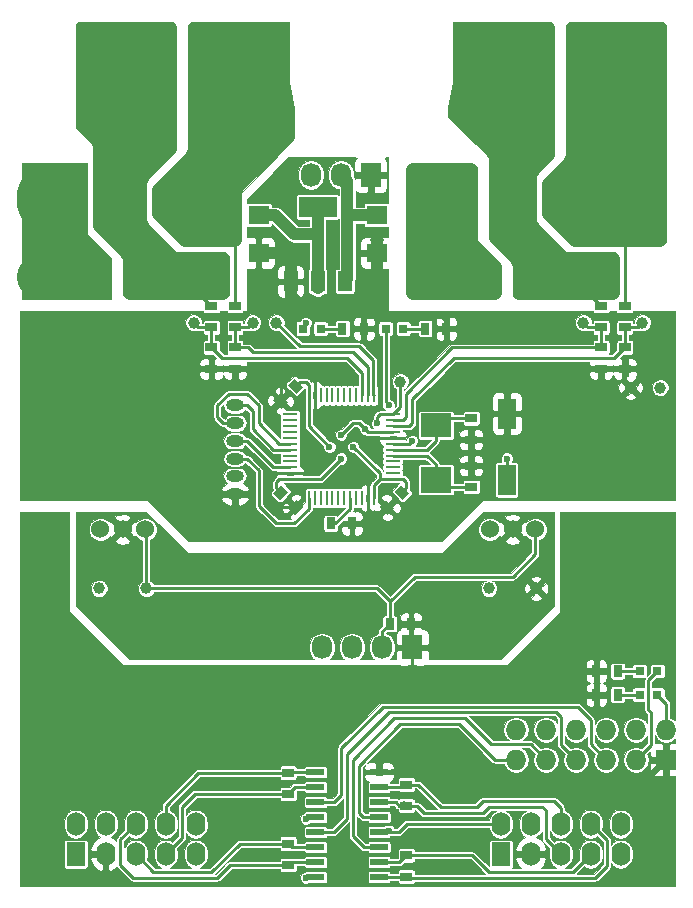
<source format=gbr>
G04 #@! TF.FileFunction,Copper,L1,Top,Signal*
%FSLAX46Y46*%
G04 Gerber Fmt 4.6, Leading zero omitted, Abs format (unit mm)*
G04 Created by KiCad (PCBNEW 4.0.5) date 03/14/17 14:36:23*
%MOMM*%
%LPD*%
G01*
G04 APERTURE LIST*
%ADD10C,0.100000*%
%ADD11C,1.524000*%
%ADD12O,8.000000X3.500000*%
%ADD13C,2.500000*%
%ADD14C,5.000000*%
%ADD15R,0.800000X1.000000*%
%ADD16R,1.727200X2.032000*%
%ADD17O,1.727200X2.032000*%
%ADD18R,1.000000X0.800000*%
%ADD19R,1.727200X1.727200*%
%ADD20O,1.727200X1.727200*%
%ADD21O,1.524000X1.000000*%
%ADD22R,1.200000X1.700000*%
%ADD23R,3.300000X1.700000*%
%ADD24R,2.600000X2.200000*%
%ADD25R,2.600000X2.000000*%
%ADD26R,1.500000X0.600000*%
%ADD27R,1.800000X1.600000*%
%ADD28R,1.300000X0.250000*%
%ADD29R,0.250000X1.300000*%
%ADD30R,1.500000X2.600000*%
%ADD31R,0.797560X0.797560*%
%ADD32C,1.000000*%
%ADD33C,6.000000*%
%ADD34R,1.600000X2.000000*%
%ADD35O,1.600000X2.000000*%
%ADD36C,0.600000*%
%ADD37C,1.200000*%
%ADD38C,0.250000*%
%ADD39C,0.500000*%
%ADD40C,1.000000*%
%ADD41C,0.026000*%
G04 APERTURE END LIST*
D10*
D11*
X24910000Y-44500000D03*
X23000000Y-44500000D03*
X21090000Y-44500000D03*
D12*
X18000000Y-23100000D03*
X28000000Y-23100000D03*
D13*
X57500000Y-12000000D03*
X62580000Y-12000000D03*
D14*
X53690000Y-4380000D03*
X66390000Y-4380000D03*
D13*
X25500000Y-12000000D03*
X30580000Y-12000000D03*
D14*
X21690000Y-4380000D03*
X34390000Y-4380000D03*
D11*
X57910000Y-44500000D03*
X56000000Y-44500000D03*
X54090000Y-44500000D03*
D12*
X51000000Y-23100000D03*
X61000000Y-23100000D03*
D15*
X45600000Y-52500000D03*
X47400000Y-52500000D03*
D16*
X47500000Y-54500000D03*
D17*
X44960000Y-54500000D03*
X42420000Y-54500000D03*
X39880000Y-54500000D03*
D18*
X47000000Y-73900000D03*
X47000000Y-72100000D03*
X47000000Y-67900000D03*
X47000000Y-66100000D03*
X37000000Y-71100000D03*
X37000000Y-72900000D03*
X37000000Y-65100000D03*
X37000000Y-66900000D03*
D19*
X69000000Y-64000000D03*
D20*
X69000000Y-61460000D03*
X66460000Y-64000000D03*
X66460000Y-61460000D03*
X63920000Y-64000000D03*
X63920000Y-61460000D03*
X61380000Y-64000000D03*
X61380000Y-61460000D03*
X58840000Y-64000000D03*
X58840000Y-61460000D03*
X56300000Y-64000000D03*
X56300000Y-61460000D03*
D18*
X52500000Y-39100000D03*
X52500000Y-40900000D03*
X52500000Y-36900000D03*
X52500000Y-35100000D03*
D10*
G36*
X35727208Y-41434315D02*
X36434315Y-40727208D01*
X37000000Y-41292893D01*
X36292893Y-42000000D01*
X35727208Y-41434315D01*
X35727208Y-41434315D01*
G37*
G36*
X37000000Y-42707107D02*
X37707107Y-42000000D01*
X38272792Y-42565685D01*
X37565685Y-43272792D01*
X37000000Y-42707107D01*
X37000000Y-42707107D01*
G37*
D21*
X32500000Y-41500000D03*
X32500000Y-40000000D03*
X32500000Y-38500000D03*
X32500000Y-37000000D03*
X32500000Y-35500000D03*
X32500000Y-34000000D03*
D15*
X40600000Y-44000000D03*
X42400000Y-44000000D03*
D22*
X37200000Y-23500000D03*
X39500000Y-23500000D03*
X41800000Y-23500000D03*
D23*
X39500000Y-17200000D03*
D24*
X49500000Y-40300000D03*
D25*
X49500000Y-35700000D03*
D26*
X44700000Y-73945000D03*
X44700000Y-72675000D03*
X44700000Y-71405000D03*
X44700000Y-70135000D03*
X44700000Y-68865000D03*
X44700000Y-67595000D03*
X44700000Y-66325000D03*
X44700000Y-65055000D03*
X39300000Y-65055000D03*
X39300000Y-66325000D03*
X39300000Y-67595000D03*
X39300000Y-68865000D03*
X39300000Y-70135000D03*
X39300000Y-71405000D03*
X39300000Y-72675000D03*
X39300000Y-73945000D03*
D27*
X44500000Y-17900000D03*
X44500000Y-21100000D03*
X34500000Y-17900000D03*
X34500000Y-21100000D03*
D10*
G36*
X37565685Y-31727208D02*
X38272792Y-32434315D01*
X37707107Y-33000000D01*
X37000000Y-32292893D01*
X37565685Y-31727208D01*
X37565685Y-31727208D01*
G37*
G36*
X36292893Y-33000000D02*
X37000000Y-33707107D01*
X36434315Y-34272792D01*
X35727208Y-33565685D01*
X36292893Y-33000000D01*
X36292893Y-33000000D01*
G37*
G36*
X46565685Y-40727208D02*
X47272792Y-41434315D01*
X46707107Y-42000000D01*
X46000000Y-41292893D01*
X46565685Y-40727208D01*
X46565685Y-40727208D01*
G37*
G36*
X45292893Y-42000000D02*
X46000000Y-42707107D01*
X45434315Y-43272792D01*
X44727208Y-42565685D01*
X45292893Y-42000000D01*
X45292893Y-42000000D01*
G37*
D28*
X45850000Y-40250000D03*
X45850000Y-39750000D03*
X45850000Y-39250000D03*
X45850000Y-38750000D03*
X45850000Y-38250000D03*
X45850000Y-37750000D03*
X45850000Y-37250000D03*
X45850000Y-36750000D03*
X45850000Y-36250000D03*
X45850000Y-35750000D03*
X45850000Y-35250000D03*
X45850000Y-34750000D03*
D29*
X44250000Y-33150000D03*
X43750000Y-33150000D03*
X43250000Y-33150000D03*
X42750000Y-33150000D03*
X42250000Y-33150000D03*
X41750000Y-33150000D03*
X41250000Y-33150000D03*
X40750000Y-33150000D03*
X40250000Y-33150000D03*
X39750000Y-33150000D03*
X39250000Y-33150000D03*
X38750000Y-33150000D03*
D28*
X37150000Y-34750000D03*
X37150000Y-35250000D03*
X37150000Y-35750000D03*
X37150000Y-36250000D03*
X37150000Y-36750000D03*
X37150000Y-37250000D03*
X37150000Y-37750000D03*
X37150000Y-38250000D03*
X37150000Y-38750000D03*
X37150000Y-39250000D03*
X37150000Y-39750000D03*
X37150000Y-40250000D03*
D29*
X38750000Y-41850000D03*
X39250000Y-41850000D03*
X39750000Y-41850000D03*
X40250000Y-41850000D03*
X40750000Y-41850000D03*
X41250000Y-41850000D03*
X41750000Y-41850000D03*
X42250000Y-41850000D03*
X42750000Y-41850000D03*
X43250000Y-41850000D03*
X43750000Y-41850000D03*
X44250000Y-41850000D03*
D30*
X55500000Y-40300000D03*
X55500000Y-34700000D03*
D31*
X66750700Y-56500000D03*
X68249300Y-56500000D03*
X66750700Y-58500000D03*
X68249300Y-58500000D03*
X46749300Y-27500000D03*
X45250700Y-27500000D03*
X39749300Y-27500000D03*
X38250700Y-27500000D03*
D15*
X64900000Y-56500000D03*
X63100000Y-56500000D03*
X64900000Y-58500000D03*
X63100000Y-58500000D03*
X48600000Y-27500000D03*
X50400000Y-27500000D03*
X41600000Y-27500000D03*
X43400000Y-27500000D03*
D16*
X44000000Y-14500000D03*
D17*
X41460000Y-14500000D03*
X38920000Y-14500000D03*
D18*
X32500000Y-27400000D03*
X32500000Y-25600000D03*
X30500000Y-27400000D03*
X30500000Y-25600000D03*
X63500000Y-27400000D03*
X63500000Y-25600000D03*
X65500000Y-27400000D03*
X65500000Y-25600000D03*
X32500000Y-30900000D03*
X32500000Y-29100000D03*
X30500000Y-30900000D03*
X30500000Y-29100000D03*
X63500000Y-30900000D03*
X63500000Y-29100000D03*
X65500000Y-30900000D03*
X65500000Y-29100000D03*
D32*
X58000000Y-49500000D03*
X25000000Y-49500000D03*
X54000000Y-49500000D03*
X21000000Y-49500000D03*
X29000000Y-27000000D03*
X34000000Y-27000000D03*
X46500000Y-32000000D03*
X67000000Y-27000000D03*
X36000000Y-27000000D03*
X68500000Y-32500000D03*
X66000000Y-32500000D03*
X62000000Y-27000000D03*
D33*
X29000000Y-16500000D03*
X17000000Y-16500000D03*
X50000000Y-16500000D03*
X62000000Y-16500000D03*
D34*
X19000000Y-72000000D03*
D35*
X19000000Y-69460000D03*
X21540000Y-72000000D03*
X21540000Y-69460000D03*
X24080000Y-72000000D03*
X24080000Y-69460000D03*
X26620000Y-72000000D03*
X26620000Y-69460000D03*
X29160000Y-72000000D03*
X29160000Y-69460000D03*
D34*
X55000000Y-72000000D03*
D35*
X55000000Y-69460000D03*
X57540000Y-72000000D03*
X57540000Y-69460000D03*
X60080000Y-72000000D03*
X60080000Y-69460000D03*
X62620000Y-72000000D03*
X62620000Y-69460000D03*
X65160000Y-72000000D03*
X65160000Y-69460000D03*
D36*
X67500000Y-55000000D03*
D37*
X52500000Y-67000000D03*
D36*
X46000000Y-65000000D03*
X45500000Y-70000000D03*
X38500000Y-69000000D03*
X38500000Y-74000000D03*
X40500000Y-36500000D03*
X40500000Y-38500000D03*
X42500000Y-38500000D03*
X42500000Y-36500000D03*
D37*
X44500000Y-20000000D03*
D36*
X38500000Y-27000000D03*
X45500000Y-34000000D03*
X43500000Y-36000000D03*
D37*
X39500000Y-24000000D03*
D36*
X41500000Y-38500000D03*
X42500000Y-37500000D03*
X40500000Y-37500000D03*
X41500000Y-36500000D03*
X55500000Y-38500000D03*
X47500000Y-37000000D03*
X44500000Y-35500000D03*
D38*
X45600000Y-50600000D02*
X47700000Y-48500000D01*
X57910000Y-46590000D02*
X57910000Y-44500000D01*
X56000000Y-48500000D02*
X57910000Y-46590000D01*
X47700000Y-48500000D02*
X56000000Y-48500000D01*
X45600000Y-52500000D02*
X45600000Y-50600000D01*
X44500000Y-49500000D02*
X25000000Y-49500000D01*
X45600000Y-50600000D02*
X44500000Y-49500000D01*
X44960000Y-54500000D02*
X44960000Y-53140000D01*
X44960000Y-53140000D02*
X45600000Y-52500000D01*
X25000000Y-49500000D02*
X25000000Y-44590000D01*
X25000000Y-44590000D02*
X24910000Y-44500000D01*
X63100000Y-56500000D02*
X47500000Y-56500000D01*
X47500000Y-56500000D02*
X47500000Y-54500000D01*
X63100000Y-55400000D02*
X63100000Y-56500000D01*
X63500000Y-55000000D02*
X63100000Y-55400000D01*
X67500000Y-55000000D02*
X63500000Y-55000000D01*
X63100000Y-58500000D02*
X63100000Y-56500000D01*
X47500000Y-54500000D02*
X47500000Y-52600000D01*
X47500000Y-52600000D02*
X47400000Y-52500000D01*
D39*
X66250000Y-66750000D02*
X69000000Y-64000000D01*
X52750000Y-66750000D02*
X66250000Y-66750000D01*
X52500000Y-67000000D02*
X52750000Y-66750000D01*
D38*
X45945000Y-65055000D02*
X46000000Y-65000000D01*
X45945000Y-65055000D02*
X44700000Y-65055000D01*
X66460000Y-64000000D02*
X67700000Y-62760000D01*
X67700000Y-62760000D02*
X67700000Y-60000000D01*
X67700000Y-60000000D02*
X67500000Y-59800000D01*
X67500000Y-59800000D02*
X67500000Y-57249300D01*
X67500000Y-57249300D02*
X68249300Y-56500000D01*
X44700000Y-70135000D02*
X46365000Y-70135000D01*
X47040000Y-69460000D02*
X55000000Y-69460000D01*
X46365000Y-70135000D02*
X47040000Y-69460000D01*
X45500000Y-70000000D02*
X45365000Y-70135000D01*
X38635000Y-68865000D02*
X38500000Y-69000000D01*
X38500000Y-74000000D02*
X38555000Y-73945000D01*
X39300000Y-73945000D02*
X38555000Y-73945000D01*
X44700000Y-70135000D02*
X45365000Y-70135000D01*
X39300000Y-68865000D02*
X38635000Y-68865000D01*
X47000000Y-67900000D02*
X47900000Y-67900000D01*
X53500000Y-68500000D02*
X54000000Y-68000000D01*
X48500000Y-68500000D02*
X53500000Y-68500000D01*
X47900000Y-67900000D02*
X48500000Y-68500000D01*
X47000000Y-67900000D02*
X46400000Y-67900000D01*
X46400000Y-67900000D02*
X46095000Y-67595000D01*
X58500000Y-68000000D02*
X54000000Y-68000000D01*
X58800000Y-68300000D02*
X58800000Y-70720000D01*
X58500000Y-68000000D02*
X58800000Y-68300000D01*
X58800000Y-70720000D02*
X60080000Y-72000000D01*
X47100000Y-68000000D02*
X47000000Y-67900000D01*
X44700000Y-67595000D02*
X46095000Y-67595000D01*
X46695000Y-67595000D02*
X47000000Y-67900000D01*
X48000000Y-66100000D02*
X49900000Y-68000000D01*
X53000000Y-68000000D02*
X53500000Y-67500000D01*
X49900000Y-68000000D02*
X53000000Y-68000000D01*
X47000000Y-66100000D02*
X48000000Y-66100000D01*
X59500000Y-67500000D02*
X60080000Y-68080000D01*
X53500000Y-67500000D02*
X59500000Y-67500000D01*
X44700000Y-66325000D02*
X46775000Y-66325000D01*
X46775000Y-66325000D02*
X47000000Y-66100000D01*
X60080000Y-68080000D02*
X60080000Y-69460000D01*
X44700000Y-72675000D02*
X46425000Y-72675000D01*
X46425000Y-72675000D02*
X47000000Y-72100000D01*
X47000000Y-72100000D02*
X52600000Y-72100000D01*
X61120000Y-73500000D02*
X62620000Y-72000000D01*
X54000000Y-73500000D02*
X61120000Y-73500000D01*
X52600000Y-72100000D02*
X54000000Y-73500000D01*
X44700000Y-73945000D02*
X46955000Y-73945000D01*
X46955000Y-73945000D02*
X47000000Y-73900000D01*
X47000000Y-73900000D02*
X47100000Y-74000000D01*
X47100000Y-74000000D02*
X63000000Y-74000000D01*
X63000000Y-74000000D02*
X64000000Y-73000000D01*
X64000000Y-73000000D02*
X64000000Y-70840000D01*
X64000000Y-70840000D02*
X62620000Y-69460000D01*
X39300000Y-71405000D02*
X37305000Y-71405000D01*
X37305000Y-71405000D02*
X37000000Y-71100000D01*
X37000000Y-71100000D02*
X32900000Y-71100000D01*
X25580000Y-73500000D02*
X24080000Y-72000000D01*
X30500000Y-73500000D02*
X25580000Y-73500000D01*
X32900000Y-71100000D02*
X30500000Y-73500000D01*
X39300000Y-72675000D02*
X37225000Y-72675000D01*
X37225000Y-72675000D02*
X37000000Y-72900000D01*
X37000000Y-72900000D02*
X32100000Y-72900000D01*
X22800000Y-70740000D02*
X24080000Y-69460000D01*
X22800000Y-72900000D02*
X22800000Y-70740000D01*
X23900000Y-74000000D02*
X22800000Y-72900000D01*
X31000000Y-74000000D02*
X23900000Y-74000000D01*
X32100000Y-72900000D02*
X31000000Y-74000000D01*
X39300000Y-66325000D02*
X37575000Y-66325000D01*
X37575000Y-66325000D02*
X37000000Y-66900000D01*
X26620000Y-72000000D02*
X28000000Y-70620000D01*
X29100000Y-66900000D02*
X37000000Y-66900000D01*
X28000000Y-68000000D02*
X29100000Y-66900000D01*
X28000000Y-70620000D02*
X28000000Y-68000000D01*
X39300000Y-65055000D02*
X37045000Y-65055000D01*
X37045000Y-65055000D02*
X37000000Y-65100000D01*
X37000000Y-65100000D02*
X29400000Y-65100000D01*
X26620000Y-67880000D02*
X26620000Y-69460000D01*
X29400000Y-65100000D02*
X26620000Y-67880000D01*
X63920000Y-64000000D02*
X62600000Y-62680000D01*
X40905000Y-67595000D02*
X39300000Y-67595000D01*
X41500000Y-67000000D02*
X40905000Y-67595000D01*
X41500000Y-63000000D02*
X41500000Y-67000000D01*
X45000000Y-59500000D02*
X41500000Y-63000000D01*
X61500000Y-59500000D02*
X45000000Y-59500000D01*
X62600000Y-60600000D02*
X61500000Y-59500000D01*
X62600000Y-62680000D02*
X62600000Y-60600000D01*
X39300000Y-67595000D02*
X39905000Y-67595000D01*
X61380000Y-64000000D02*
X60100000Y-62720000D01*
X40865000Y-70135000D02*
X39300000Y-70135000D01*
X42000000Y-69000000D02*
X40865000Y-70135000D01*
X42000000Y-63500000D02*
X42000000Y-69000000D01*
X45500000Y-60000000D02*
X42000000Y-63500000D01*
X59700000Y-60000000D02*
X45500000Y-60000000D01*
X60100000Y-60400000D02*
X59700000Y-60000000D01*
X60100000Y-62720000D02*
X60100000Y-60400000D01*
X58840000Y-64000000D02*
X57540000Y-62700000D01*
X43405000Y-71405000D02*
X44700000Y-71405000D01*
X42500000Y-70500000D02*
X43405000Y-71405000D01*
X42500000Y-64000000D02*
X42500000Y-70500000D01*
X46000000Y-60500000D02*
X42500000Y-64000000D01*
X52000000Y-60500000D02*
X46000000Y-60500000D01*
X54200000Y-62700000D02*
X52000000Y-60500000D01*
X57540000Y-62700000D02*
X54200000Y-62700000D01*
X56300000Y-64000000D02*
X54500000Y-64000000D01*
X43365000Y-68865000D02*
X44700000Y-68865000D01*
X43000000Y-68500000D02*
X43365000Y-68865000D01*
X43000000Y-64500000D02*
X43000000Y-68500000D01*
X46500000Y-61000000D02*
X43000000Y-64500000D01*
X51500000Y-61000000D02*
X46500000Y-61000000D01*
X54500000Y-64000000D02*
X51500000Y-61000000D01*
X55500000Y-34700000D02*
X55500000Y-31500000D01*
X56100000Y-30900000D02*
X63500000Y-30900000D01*
X55500000Y-31500000D02*
X56100000Y-30900000D01*
X52500000Y-36900000D02*
X55100000Y-36900000D01*
X55500000Y-36500000D02*
X55500000Y-34700000D01*
X55100000Y-36900000D02*
X55500000Y-36500000D01*
X50400000Y-27500000D02*
X50400000Y-26900000D01*
X50000000Y-26500000D02*
X43400000Y-26500000D01*
X50400000Y-26900000D02*
X50000000Y-26500000D01*
X43400000Y-26500000D02*
X43500000Y-26500000D01*
X43500000Y-26500000D02*
X43400000Y-26500000D01*
X66000000Y-32500000D02*
X65500000Y-32000000D01*
X65500000Y-32000000D02*
X65500000Y-30900000D01*
X42400000Y-44000000D02*
X43000000Y-44000000D01*
X43750000Y-43250000D02*
X43750000Y-42750000D01*
X43000000Y-44000000D02*
X43750000Y-43250000D01*
X43400000Y-27500000D02*
X43400000Y-26500000D01*
X43400000Y-26500000D02*
X43400000Y-25500000D01*
X43400000Y-25500000D02*
X43500000Y-25500000D01*
X42500000Y-36500000D02*
X42750000Y-36750000D01*
X41500000Y-37500000D02*
X42500000Y-36500000D01*
X42750000Y-36750000D02*
X45850000Y-36750000D01*
X36363604Y-33636396D02*
X36363604Y-32136396D01*
X39250000Y-31750000D02*
X39250000Y-33150000D01*
X38500000Y-31000000D02*
X39250000Y-31750000D01*
X37500000Y-31000000D02*
X38500000Y-31000000D01*
X36363604Y-32136396D02*
X37500000Y-31000000D01*
X45363604Y-42636396D02*
X45000000Y-43000000D01*
X43750000Y-42750000D02*
X43750000Y-41850000D01*
X44000000Y-43000000D02*
X43750000Y-42750000D01*
X45000000Y-43000000D02*
X44000000Y-43000000D01*
X37636396Y-42636396D02*
X36136396Y-42636396D01*
X35750000Y-39750000D02*
X37150000Y-39750000D01*
X35000000Y-40500000D02*
X35750000Y-39750000D01*
X35000000Y-41500000D02*
X35000000Y-40500000D01*
X36136396Y-42636396D02*
X35000000Y-41500000D01*
X41500000Y-37500000D02*
X40500000Y-38500000D01*
X40500000Y-38500000D02*
X39250000Y-39750000D01*
X39250000Y-39750000D02*
X37150000Y-39750000D01*
X39250000Y-33150000D02*
X39250000Y-35250000D01*
X39250000Y-35250000D02*
X40500000Y-36500000D01*
X43750000Y-39750000D02*
X43750000Y-41850000D01*
X42500000Y-38500000D02*
X43750000Y-39750000D01*
X40500000Y-36500000D02*
X41250000Y-37250000D01*
X41250000Y-37250000D02*
X41500000Y-37500000D01*
X41500000Y-37500000D02*
X42500000Y-38500000D01*
X52500000Y-36900000D02*
X52500000Y-39100000D01*
X32500000Y-30900000D02*
X30500000Y-30900000D01*
X65500000Y-30900000D02*
X63500000Y-30900000D01*
D40*
X44500000Y-20000000D02*
X44500000Y-21100000D01*
X37200000Y-23500000D02*
X37200000Y-24700000D01*
X37200000Y-24700000D02*
X38000000Y-25500000D01*
X38000000Y-25500000D02*
X41500000Y-25500000D01*
X44500000Y-24500000D02*
X44500000Y-21100000D01*
X41500000Y-25500000D02*
X43500000Y-25500000D01*
X43500000Y-25500000D02*
X44500000Y-24500000D01*
X34500000Y-21100000D02*
X36600000Y-21100000D01*
X37200000Y-21700000D02*
X37200000Y-23500000D01*
X36600000Y-21100000D02*
X37200000Y-21700000D01*
D38*
X52500000Y-40900000D02*
X50100000Y-40900000D01*
X50100000Y-40900000D02*
X49500000Y-40300000D01*
X45850000Y-38250000D02*
X48750000Y-38250000D01*
X49500000Y-39000000D02*
X49500000Y-40300000D01*
X48750000Y-38250000D02*
X49500000Y-39000000D01*
X52500000Y-35100000D02*
X50100000Y-35100000D01*
X50100000Y-35100000D02*
X49500000Y-35700000D01*
X45850000Y-37750000D02*
X48750000Y-37750000D01*
X49500000Y-37000000D02*
X49500000Y-35700000D01*
X48750000Y-37750000D02*
X49500000Y-37000000D01*
X38250700Y-27500000D02*
X38250700Y-27249300D01*
X38250700Y-27249300D02*
X38500000Y-27000000D01*
D40*
X44500000Y-17900000D02*
X42000000Y-17900000D01*
X42000000Y-17900000D02*
X42000000Y-18000000D01*
X41460000Y-14500000D02*
X42000000Y-15040000D01*
X42000000Y-15040000D02*
X42000000Y-18000000D01*
X42000000Y-18000000D02*
X42000000Y-21000000D01*
X42000000Y-21000000D02*
X42000000Y-23300000D01*
X42000000Y-23300000D02*
X41800000Y-23500000D01*
D38*
X45250700Y-27500000D02*
X45250700Y-33750700D01*
X45250700Y-33750700D02*
X45500000Y-34000000D01*
X43500000Y-36000000D02*
X43000000Y-35500000D01*
X45850000Y-36250000D02*
X43750000Y-36250000D01*
X42500000Y-35500000D02*
X41500000Y-36500000D01*
X43000000Y-35500000D02*
X42500000Y-35500000D01*
X43750000Y-36250000D02*
X43500000Y-36000000D01*
D39*
X39500000Y-24000000D02*
X39500000Y-23500000D01*
D38*
X38750000Y-33150000D02*
X38750000Y-32250000D01*
X38000000Y-32000000D02*
X37636396Y-32363604D01*
X38500000Y-32000000D02*
X38000000Y-32000000D01*
X38750000Y-32250000D02*
X38500000Y-32000000D01*
X45850000Y-40250000D02*
X46750000Y-40250000D01*
X47000000Y-41000000D02*
X46636396Y-41363604D01*
X47000000Y-40500000D02*
X47000000Y-41000000D01*
X46750000Y-40250000D02*
X47000000Y-40500000D01*
X37150000Y-40250000D02*
X36250000Y-40250000D01*
X36000000Y-41000000D02*
X36363604Y-41363604D01*
X36000000Y-40500000D02*
X36000000Y-41000000D01*
X36250000Y-40250000D02*
X36000000Y-40500000D01*
X39750000Y-40250000D02*
X40000000Y-40000000D01*
X40000000Y-40000000D02*
X41500000Y-38500000D01*
X39750000Y-40250000D02*
X37150000Y-40250000D01*
X44750000Y-39750000D02*
X42500000Y-37500000D01*
X44750000Y-39750000D02*
X44750000Y-40250000D01*
X38750000Y-35750000D02*
X38750000Y-33150000D01*
X38750000Y-35750000D02*
X40500000Y-37500000D01*
X44250000Y-41850000D02*
X44250000Y-40750000D01*
X44250000Y-40750000D02*
X44750000Y-40250000D01*
X44750000Y-40250000D02*
X45850000Y-40250000D01*
D40*
X34500000Y-17900000D02*
X35900000Y-17900000D01*
X37500000Y-19500000D02*
X39500000Y-19500000D01*
X35900000Y-17900000D02*
X37500000Y-19500000D01*
X39500000Y-17200000D02*
X39500000Y-19500000D01*
X39500000Y-19500000D02*
X39500000Y-23500000D01*
D38*
X38750000Y-41850000D02*
X38750000Y-42750000D01*
X33500000Y-38500000D02*
X32500000Y-38500000D01*
X34500000Y-39500000D02*
X33500000Y-38500000D01*
X34500000Y-42500000D02*
X34500000Y-39500000D01*
X36000000Y-44000000D02*
X34500000Y-42500000D01*
X37500000Y-44000000D02*
X36000000Y-44000000D01*
X38750000Y-42750000D02*
X37500000Y-44000000D01*
X37150000Y-39250000D02*
X35750000Y-39250000D01*
X33500000Y-37000000D02*
X32500000Y-37000000D01*
X35750000Y-39250000D02*
X33500000Y-37000000D01*
X37150000Y-37250000D02*
X36250000Y-37250000D01*
X31500000Y-35500000D02*
X32500000Y-35500000D01*
X31000000Y-35000000D02*
X31500000Y-35500000D01*
X31000000Y-34000000D02*
X31000000Y-35000000D01*
X32000000Y-33000000D02*
X31000000Y-34000000D01*
X33500000Y-33000000D02*
X32000000Y-33000000D01*
X34500000Y-34000000D02*
X33500000Y-33000000D01*
X34500000Y-35500000D02*
X34500000Y-34000000D01*
X36250000Y-37250000D02*
X34500000Y-35500000D01*
X32500000Y-34000000D02*
X33500000Y-34000000D01*
X34000000Y-34500000D02*
X34000000Y-36000000D01*
X33500000Y-34000000D02*
X34000000Y-34500000D01*
X37150000Y-37750000D02*
X35750000Y-37750000D01*
X35750000Y-37750000D02*
X34000000Y-36000000D01*
X40600000Y-44000000D02*
X41000000Y-44000000D01*
X41000000Y-44000000D02*
X42250000Y-42750000D01*
X42250000Y-42750000D02*
X42250000Y-41850000D01*
X36000000Y-27000000D02*
X38000000Y-29000000D01*
X44200002Y-30200002D02*
X44200002Y-33150000D01*
X43000000Y-29000000D02*
X44200002Y-30200002D01*
X38000000Y-29000000D02*
X43000000Y-29000000D01*
X44200002Y-33150000D02*
X44250000Y-33150000D01*
X55500000Y-40300000D02*
X55500000Y-38500000D01*
X47250000Y-37250000D02*
X47500000Y-37000000D01*
X47250000Y-37250000D02*
X45850000Y-37250000D01*
X46500000Y-32000000D02*
X46500000Y-34100000D01*
X46500000Y-34100000D02*
X45850000Y-34750000D01*
X45850000Y-34750000D02*
X44750000Y-34750000D01*
X44500000Y-35000000D02*
X44500000Y-35500000D01*
X44750000Y-34750000D02*
X44500000Y-35000000D01*
X66750700Y-56500000D02*
X64900000Y-56500000D01*
X66750700Y-58500000D02*
X64900000Y-58500000D01*
X46749300Y-27500000D02*
X48600000Y-27500000D01*
X41600000Y-27500000D02*
X39749300Y-27500000D01*
X30500000Y-25600000D02*
X28000000Y-23100000D01*
X32500000Y-25600000D02*
X32500000Y-20000000D01*
X32500000Y-20000000D02*
X31500000Y-19000000D01*
X63500000Y-25600000D02*
X61000000Y-23100000D01*
X65500000Y-25600000D02*
X65500000Y-20000000D01*
X65500000Y-20000000D02*
X62000000Y-16500000D01*
X32500000Y-29100000D02*
X33600000Y-29100000D01*
X34000000Y-29500000D02*
X42500000Y-29500000D01*
X33600000Y-29100000D02*
X34000000Y-29500000D01*
X43750000Y-30750000D02*
X43750000Y-33150000D01*
X42500000Y-29500000D02*
X43750000Y-30750000D01*
X33600000Y-27400000D02*
X32500000Y-27400000D01*
X34000000Y-27000000D02*
X33600000Y-27400000D01*
X32500000Y-27400000D02*
X32500000Y-29100000D01*
X43250000Y-33150000D02*
X43250000Y-31250000D01*
X31400000Y-30000000D02*
X30500000Y-29100000D01*
X42000000Y-30000000D02*
X31400000Y-30000000D01*
X43250000Y-31250000D02*
X42000000Y-30000000D01*
X29400000Y-27400000D02*
X30500000Y-27400000D01*
X29000000Y-27000000D02*
X29400000Y-27400000D01*
X30500000Y-27400000D02*
X30500000Y-29100000D01*
X45850000Y-35250000D02*
X46750000Y-35250000D01*
X50900000Y-29100000D02*
X63500000Y-29100000D01*
X47000000Y-33000000D02*
X50900000Y-29100000D01*
X47000000Y-35000000D02*
X47000000Y-33000000D01*
X46750000Y-35250000D02*
X47000000Y-35000000D01*
X62400000Y-27400000D02*
X63500000Y-27400000D01*
X62000000Y-27000000D02*
X62400000Y-27400000D01*
X63400000Y-29000000D02*
X63500000Y-29100000D01*
X63500000Y-27400000D02*
X63500000Y-29100000D01*
X45850000Y-35750000D02*
X47250000Y-35750000D01*
X64600000Y-30000000D02*
X65500000Y-29100000D01*
X51000000Y-30000000D02*
X64600000Y-30000000D01*
X47500000Y-33500000D02*
X51000000Y-30000000D01*
X47500000Y-35500000D02*
X47500000Y-33500000D01*
X47250000Y-35750000D02*
X47500000Y-35500000D01*
X66600000Y-27400000D02*
X65500000Y-27400000D01*
X67000000Y-27000000D02*
X66600000Y-27400000D01*
X65600000Y-29000000D02*
X65500000Y-29100000D01*
X65500000Y-27400000D02*
X65500000Y-29100000D01*
X69000000Y-61460000D02*
X69000000Y-59250700D01*
X69000000Y-59250700D02*
X68249300Y-58500000D01*
D41*
G36*
X41287000Y-22432828D02*
X41200000Y-22432828D01*
X41121067Y-22447680D01*
X41048572Y-22494329D01*
X40999938Y-22565508D01*
X40982828Y-22650000D01*
X40982828Y-24350000D01*
X40997680Y-24428933D01*
X41044329Y-24501428D01*
X41115508Y-24550062D01*
X41200000Y-24567172D01*
X42400000Y-24567172D01*
X42478933Y-24552320D01*
X42551428Y-24505671D01*
X42600062Y-24434492D01*
X42617172Y-24350000D01*
X42617172Y-23635043D01*
X42658726Y-23572853D01*
X42713000Y-23300000D01*
X42713000Y-21471250D01*
X43079000Y-21471250D01*
X43079000Y-22003633D01*
X43158317Y-22195122D01*
X43304877Y-22341682D01*
X43496366Y-22421000D01*
X44128750Y-22421000D01*
X44259000Y-22290750D01*
X44259000Y-21341000D01*
X43209250Y-21341000D01*
X43079000Y-21471250D01*
X42713000Y-21471250D01*
X42713000Y-20196367D01*
X43079000Y-20196367D01*
X43079000Y-20728750D01*
X43209250Y-20859000D01*
X44259000Y-20859000D01*
X44259000Y-19909250D01*
X44128750Y-19779000D01*
X43496366Y-19779000D01*
X43304877Y-19858318D01*
X43158317Y-20004878D01*
X43079000Y-20196367D01*
X42713000Y-20196367D01*
X42713000Y-18613000D01*
X43382828Y-18613000D01*
X43382828Y-18700000D01*
X43397680Y-18778933D01*
X43444329Y-18851428D01*
X43515508Y-18900062D01*
X43600000Y-18917172D01*
X45400000Y-18917172D01*
X45478933Y-18902320D01*
X45487000Y-18897129D01*
X45487000Y-19779000D01*
X44871250Y-19779000D01*
X44741000Y-19909250D01*
X44741000Y-20859000D01*
X44761000Y-20859000D01*
X44761000Y-21341000D01*
X44741000Y-21341000D01*
X44741000Y-22290750D01*
X44871250Y-22421000D01*
X45487000Y-22421000D01*
X45487000Y-26000000D01*
X45488024Y-26005058D01*
X45490935Y-26009319D01*
X45495275Y-26012111D01*
X45500000Y-26013000D01*
X62785274Y-26013000D01*
X62797680Y-26078933D01*
X62844329Y-26151428D01*
X62915508Y-26200062D01*
X63000000Y-26217172D01*
X64000000Y-26217172D01*
X64078933Y-26202320D01*
X64151428Y-26155671D01*
X64200062Y-26084492D01*
X64214539Y-26013000D01*
X64785274Y-26013000D01*
X64797680Y-26078933D01*
X64844329Y-26151428D01*
X64915508Y-26200062D01*
X65000000Y-26217172D01*
X66000000Y-26217172D01*
X66078933Y-26202320D01*
X66151428Y-26155671D01*
X66200062Y-26084492D01*
X66214539Y-26013000D01*
X69712000Y-26013000D01*
X69712000Y-41987000D01*
X53500000Y-41987000D01*
X53494942Y-41988024D01*
X53490808Y-41990808D01*
X49994616Y-45487000D01*
X28505384Y-45487000D01*
X25009192Y-41990808D01*
X25004892Y-41987955D01*
X25000000Y-41987000D01*
X14288000Y-41987000D01*
X14288000Y-41893239D01*
X31295767Y-41893239D01*
X31422336Y-42118571D01*
X31721142Y-42383626D01*
X32098635Y-42514157D01*
X32259000Y-42393223D01*
X32259000Y-41741000D01*
X32741000Y-41741000D01*
X32741000Y-42393223D01*
X32901365Y-42514157D01*
X33278858Y-42383626D01*
X33577664Y-42118571D01*
X33704233Y-41893239D01*
X33619528Y-41741000D01*
X32741000Y-41741000D01*
X32259000Y-41741000D01*
X31380472Y-41741000D01*
X31295767Y-41893239D01*
X14288000Y-41893239D01*
X14288000Y-41106761D01*
X31295767Y-41106761D01*
X31380472Y-41259000D01*
X32259000Y-41259000D01*
X32259000Y-41239000D01*
X32741000Y-41239000D01*
X32741000Y-41259000D01*
X33619528Y-41259000D01*
X33704233Y-41106761D01*
X33577664Y-40881429D01*
X33278858Y-40616374D01*
X33172420Y-40579569D01*
X33285268Y-40504167D01*
X33439827Y-40272853D01*
X33494101Y-40000000D01*
X33439827Y-39727147D01*
X33285268Y-39495833D01*
X33053954Y-39341274D01*
X32781101Y-39287000D01*
X32218899Y-39287000D01*
X31946046Y-39341274D01*
X31714732Y-39495833D01*
X31560173Y-39727147D01*
X31505899Y-40000000D01*
X31560173Y-40272853D01*
X31714732Y-40504167D01*
X31827580Y-40579569D01*
X31721142Y-40616374D01*
X31422336Y-40881429D01*
X31295767Y-41106761D01*
X14288000Y-41106761D01*
X14288000Y-38500000D01*
X31505899Y-38500000D01*
X31560173Y-38772853D01*
X31714732Y-39004167D01*
X31946046Y-39158726D01*
X32218899Y-39213000D01*
X32781101Y-39213000D01*
X33053954Y-39158726D01*
X33285268Y-39004167D01*
X33381757Y-38859761D01*
X34162000Y-39640004D01*
X34162000Y-42500000D01*
X34187729Y-42629347D01*
X34260998Y-42739002D01*
X35760998Y-44239002D01*
X35870653Y-44312271D01*
X36000000Y-44338000D01*
X37500000Y-44338000D01*
X37629347Y-44312271D01*
X37739002Y-44239002D01*
X38989002Y-42989002D01*
X39062271Y-42879347D01*
X39088000Y-42750000D01*
X39088000Y-42709679D01*
X39125000Y-42717172D01*
X39375000Y-42717172D01*
X39453933Y-42702320D01*
X39500220Y-42672535D01*
X39540508Y-42700062D01*
X39625000Y-42717172D01*
X39875000Y-42717172D01*
X39953933Y-42702320D01*
X40000220Y-42672535D01*
X40040508Y-42700062D01*
X40125000Y-42717172D01*
X40375000Y-42717172D01*
X40453933Y-42702320D01*
X40500220Y-42672535D01*
X40540508Y-42700062D01*
X40625000Y-42717172D01*
X40875000Y-42717172D01*
X40953933Y-42702320D01*
X41000220Y-42672535D01*
X41040508Y-42700062D01*
X41125000Y-42717172D01*
X41375000Y-42717172D01*
X41453933Y-42702320D01*
X41500220Y-42672535D01*
X41540508Y-42700062D01*
X41625000Y-42717172D01*
X41804824Y-42717172D01*
X41162622Y-43359374D01*
X41155671Y-43348572D01*
X41084492Y-43299938D01*
X41000000Y-43282828D01*
X40200000Y-43282828D01*
X40121067Y-43297680D01*
X40048572Y-43344329D01*
X39999938Y-43415508D01*
X39982828Y-43500000D01*
X39982828Y-44500000D01*
X39997680Y-44578933D01*
X40044329Y-44651428D01*
X40115508Y-44700062D01*
X40200000Y-44717172D01*
X41000000Y-44717172D01*
X41078933Y-44702320D01*
X41151428Y-44655671D01*
X41200062Y-44584492D01*
X41217172Y-44500000D01*
X41217172Y-44371250D01*
X41479000Y-44371250D01*
X41479000Y-44603634D01*
X41558318Y-44795123D01*
X41704878Y-44941683D01*
X41896367Y-45021000D01*
X42069750Y-45021000D01*
X42200000Y-44890750D01*
X42200000Y-44241000D01*
X42600000Y-44241000D01*
X42600000Y-44890750D01*
X42730250Y-45021000D01*
X42903633Y-45021000D01*
X43095122Y-44941683D01*
X43241682Y-44795123D01*
X43321000Y-44603634D01*
X43321000Y-44371250D01*
X43190750Y-44241000D01*
X42600000Y-44241000D01*
X42200000Y-44241000D01*
X41609250Y-44241000D01*
X41479000Y-44371250D01*
X41217172Y-44371250D01*
X41217172Y-44253588D01*
X41239002Y-44239002D01*
X41719004Y-43759000D01*
X42200000Y-43759000D01*
X42200000Y-43739000D01*
X42600000Y-43739000D01*
X42600000Y-43759000D01*
X43190750Y-43759000D01*
X43321000Y-43628750D01*
X43321000Y-43396366D01*
X43308403Y-43365953D01*
X44974872Y-43365953D01*
X44974872Y-43550155D01*
X45139192Y-43714475D01*
X45330682Y-43793792D01*
X45537949Y-43793792D01*
X45729438Y-43714474D01*
X45852038Y-43591874D01*
X45852038Y-43407673D01*
X45392595Y-42948230D01*
X44974872Y-43365953D01*
X43308403Y-43365953D01*
X43241682Y-43204877D01*
X43095122Y-43058317D01*
X42903633Y-42979000D01*
X42730250Y-42979000D01*
X42641002Y-43068248D01*
X42641002Y-42979000D01*
X42495685Y-42979000D01*
X42562271Y-42879347D01*
X42588000Y-42750000D01*
X42588000Y-42709679D01*
X42625000Y-42717172D01*
X42875000Y-42717172D01*
X42953933Y-42702320D01*
X43000220Y-42672535D01*
X43040508Y-42700062D01*
X43125000Y-42717172D01*
X43151029Y-42717172D01*
X43183317Y-42795122D01*
X43329877Y-42941682D01*
X43521366Y-43021000D01*
X43557250Y-43021000D01*
X43687500Y-42890750D01*
X43687500Y-42091000D01*
X43625000Y-42091000D01*
X43625000Y-41609000D01*
X43687500Y-41609000D01*
X43687500Y-40809250D01*
X43557250Y-40679000D01*
X43521366Y-40679000D01*
X43329877Y-40758318D01*
X43183317Y-40904878D01*
X43151029Y-40982828D01*
X43125000Y-40982828D01*
X43046067Y-40997680D01*
X42999780Y-41027465D01*
X42959492Y-40999938D01*
X42875000Y-40982828D01*
X42625000Y-40982828D01*
X42546067Y-40997680D01*
X42499780Y-41027465D01*
X42459492Y-40999938D01*
X42375000Y-40982828D01*
X42125000Y-40982828D01*
X42046067Y-40997680D01*
X41999780Y-41027465D01*
X41959492Y-40999938D01*
X41875000Y-40982828D01*
X41625000Y-40982828D01*
X41546067Y-40997680D01*
X41499780Y-41027465D01*
X41459492Y-40999938D01*
X41375000Y-40982828D01*
X41125000Y-40982828D01*
X41046067Y-40997680D01*
X40999780Y-41027465D01*
X40959492Y-40999938D01*
X40875000Y-40982828D01*
X40625000Y-40982828D01*
X40546067Y-40997680D01*
X40499780Y-41027465D01*
X40459492Y-40999938D01*
X40375000Y-40982828D01*
X40125000Y-40982828D01*
X40046067Y-40997680D01*
X39999780Y-41027465D01*
X39959492Y-40999938D01*
X39875000Y-40982828D01*
X39625000Y-40982828D01*
X39546067Y-40997680D01*
X39499780Y-41027465D01*
X39459492Y-40999938D01*
X39375000Y-40982828D01*
X39125000Y-40982828D01*
X39046067Y-40997680D01*
X38999780Y-41027465D01*
X38959492Y-40999938D01*
X38875000Y-40982828D01*
X38625000Y-40982828D01*
X38546067Y-40997680D01*
X38473572Y-41044329D01*
X38424938Y-41115508D01*
X38407828Y-41200000D01*
X38407828Y-42147962D01*
X38407673Y-42147962D01*
X37948230Y-42607405D01*
X37991364Y-42650539D01*
X37650539Y-42991364D01*
X37607405Y-42948230D01*
X37147962Y-43407673D01*
X37147962Y-43591874D01*
X37218088Y-43662000D01*
X36140004Y-43662000D01*
X35081478Y-42603474D01*
X36479000Y-42603474D01*
X36479000Y-42810741D01*
X36558318Y-43002230D01*
X36680918Y-43124830D01*
X36865119Y-43124830D01*
X37324562Y-42665387D01*
X36906839Y-42247664D01*
X36722637Y-42247664D01*
X36558317Y-42411984D01*
X36479000Y-42603474D01*
X35081478Y-42603474D01*
X34838000Y-42359996D01*
X34838000Y-41431315D01*
X35510057Y-41431315D01*
X35525998Y-41516035D01*
X35573644Y-41587879D01*
X36139329Y-42153564D01*
X36205645Y-42198876D01*
X36289893Y-42217151D01*
X36374613Y-42201210D01*
X36446457Y-42153564D01*
X36877384Y-41722637D01*
X37247664Y-41722637D01*
X37247664Y-41906839D01*
X37665387Y-42324562D01*
X38124830Y-41865119D01*
X38124830Y-41680918D01*
X38002230Y-41558318D01*
X37810741Y-41479000D01*
X37603474Y-41479000D01*
X37411984Y-41558317D01*
X37247664Y-41722637D01*
X36877384Y-41722637D01*
X37153564Y-41446457D01*
X37198876Y-41380141D01*
X37217151Y-41295893D01*
X37201210Y-41211173D01*
X37153564Y-41139329D01*
X36606407Y-40592172D01*
X37800000Y-40592172D01*
X37822173Y-40588000D01*
X39750000Y-40588000D01*
X39879347Y-40562271D01*
X39989002Y-40489002D01*
X41465035Y-39012969D01*
X41601594Y-39013089D01*
X41790211Y-38935154D01*
X41934646Y-38790970D01*
X42012910Y-38602490D01*
X42013089Y-38398406D01*
X41935154Y-38209789D01*
X41790970Y-38065354D01*
X41602490Y-37987090D01*
X41398406Y-37986911D01*
X41209789Y-38064846D01*
X41065354Y-38209030D01*
X40987090Y-38397510D01*
X40986969Y-38535027D01*
X39609996Y-39912000D01*
X38290250Y-39912000D01*
X38190750Y-39812500D01*
X37391000Y-39812500D01*
X37391000Y-39875000D01*
X36909000Y-39875000D01*
X36909000Y-39812500D01*
X36109250Y-39812500D01*
X35979000Y-39942750D01*
X35979000Y-39978634D01*
X35997851Y-40024145D01*
X35760998Y-40260998D01*
X35687729Y-40370653D01*
X35662000Y-40500000D01*
X35662000Y-41000000D01*
X35687729Y-41129347D01*
X35702677Y-41151718D01*
X35573644Y-41280751D01*
X35528332Y-41347067D01*
X35510057Y-41431315D01*
X34838000Y-41431315D01*
X34838000Y-39500000D01*
X34812271Y-39370653D01*
X34739002Y-39260998D01*
X33739002Y-38260998D01*
X33629347Y-38187729D01*
X33500000Y-38162000D01*
X33396297Y-38162000D01*
X33285268Y-37995833D01*
X33053954Y-37841274D01*
X32781101Y-37787000D01*
X32218899Y-37787000D01*
X31946046Y-37841274D01*
X31714732Y-37995833D01*
X31560173Y-38227147D01*
X31505899Y-38500000D01*
X14288000Y-38500000D01*
X14288000Y-34000000D01*
X30662000Y-34000000D01*
X30662000Y-35000000D01*
X30687729Y-35129347D01*
X30760998Y-35239002D01*
X31260998Y-35739002D01*
X31370653Y-35812271D01*
X31500000Y-35838000D01*
X31603703Y-35838000D01*
X31714732Y-36004167D01*
X31946046Y-36158726D01*
X32218899Y-36213000D01*
X32781101Y-36213000D01*
X33053954Y-36158726D01*
X33285268Y-36004167D01*
X33439827Y-35772853D01*
X33494101Y-35500000D01*
X33439827Y-35227147D01*
X33285268Y-34995833D01*
X33053954Y-34841274D01*
X32781101Y-34787000D01*
X32218899Y-34787000D01*
X31946046Y-34841274D01*
X31714732Y-34995833D01*
X31618243Y-35140239D01*
X31338000Y-34859996D01*
X31338000Y-34140004D01*
X31512825Y-33965179D01*
X31505899Y-34000000D01*
X31560173Y-34272853D01*
X31714732Y-34504167D01*
X31946046Y-34658726D01*
X32218899Y-34713000D01*
X32781101Y-34713000D01*
X33053954Y-34658726D01*
X33285268Y-34504167D01*
X33381757Y-34359761D01*
X33662000Y-34640004D01*
X33662000Y-36000000D01*
X33687729Y-36129347D01*
X33760998Y-36239002D01*
X35510998Y-37989002D01*
X35620653Y-38062271D01*
X35750000Y-38088000D01*
X36290321Y-38088000D01*
X36282828Y-38125000D01*
X36282828Y-38375000D01*
X36297680Y-38453933D01*
X36327465Y-38500220D01*
X36299938Y-38540508D01*
X36282828Y-38625000D01*
X36282828Y-38875000D01*
X36289790Y-38912000D01*
X35890004Y-38912000D01*
X33739002Y-36760998D01*
X33629347Y-36687729D01*
X33500000Y-36662000D01*
X33396297Y-36662000D01*
X33285268Y-36495833D01*
X33053954Y-36341274D01*
X32781101Y-36287000D01*
X32218899Y-36287000D01*
X31946046Y-36341274D01*
X31714732Y-36495833D01*
X31560173Y-36727147D01*
X31505899Y-37000000D01*
X31560173Y-37272853D01*
X31714732Y-37504167D01*
X31946046Y-37658726D01*
X32218899Y-37713000D01*
X32781101Y-37713000D01*
X33053954Y-37658726D01*
X33285268Y-37504167D01*
X33381757Y-37359761D01*
X35510998Y-39489002D01*
X35620653Y-39562271D01*
X35750000Y-39588000D01*
X36009750Y-39588000D01*
X36109250Y-39687500D01*
X36909000Y-39687500D01*
X36909000Y-39625000D01*
X37391000Y-39625000D01*
X37391000Y-39687500D01*
X38190750Y-39687500D01*
X38321000Y-39557250D01*
X38321000Y-39521366D01*
X38241682Y-39329877D01*
X38095122Y-39183317D01*
X38017172Y-39151029D01*
X38017172Y-39125000D01*
X38002320Y-39046067D01*
X37972535Y-38999780D01*
X38000062Y-38959492D01*
X38017172Y-38875000D01*
X38017172Y-38625000D01*
X38002320Y-38546067D01*
X37972535Y-38499780D01*
X38000062Y-38459492D01*
X38017172Y-38375000D01*
X38017172Y-38125000D01*
X38002320Y-38046067D01*
X37972535Y-37999780D01*
X38000062Y-37959492D01*
X38017172Y-37875000D01*
X38017172Y-37625000D01*
X38002320Y-37546067D01*
X37972535Y-37499780D01*
X38000062Y-37459492D01*
X38017172Y-37375000D01*
X38017172Y-37125000D01*
X38002320Y-37046067D01*
X37972535Y-36999780D01*
X38000062Y-36959492D01*
X38017172Y-36875000D01*
X38017172Y-36625000D01*
X38002320Y-36546067D01*
X37972535Y-36499780D01*
X38000062Y-36459492D01*
X38017172Y-36375000D01*
X38017172Y-36125000D01*
X38002320Y-36046067D01*
X37972535Y-35999780D01*
X38000062Y-35959492D01*
X38017172Y-35875000D01*
X38017172Y-35625000D01*
X38002320Y-35546067D01*
X37972535Y-35499780D01*
X38000062Y-35459492D01*
X38017172Y-35375000D01*
X38017172Y-35125000D01*
X38002320Y-35046067D01*
X37972535Y-34999780D01*
X38000062Y-34959492D01*
X38017172Y-34875000D01*
X38017172Y-34625000D01*
X38002320Y-34546067D01*
X37955671Y-34473572D01*
X37884492Y-34424938D01*
X37800000Y-34407828D01*
X36852038Y-34407828D01*
X36852038Y-34407673D01*
X36392595Y-33948230D01*
X35974872Y-34365953D01*
X35974872Y-34550155D01*
X36139192Y-34714475D01*
X36282828Y-34773970D01*
X36282828Y-34875000D01*
X36297680Y-34953933D01*
X36327465Y-35000220D01*
X36299938Y-35040508D01*
X36282828Y-35125000D01*
X36282828Y-35375000D01*
X36297680Y-35453933D01*
X36327465Y-35500220D01*
X36299938Y-35540508D01*
X36282828Y-35625000D01*
X36282828Y-35875000D01*
X36297680Y-35953933D01*
X36327465Y-36000220D01*
X36299938Y-36040508D01*
X36282828Y-36125000D01*
X36282828Y-36375000D01*
X36297680Y-36453933D01*
X36327465Y-36500220D01*
X36299938Y-36540508D01*
X36282828Y-36625000D01*
X36282828Y-36804824D01*
X34838000Y-35359996D01*
X34838000Y-34000000D01*
X34812271Y-33870653D01*
X34739002Y-33760998D01*
X34440055Y-33462051D01*
X35206208Y-33462051D01*
X35206208Y-33669318D01*
X35285525Y-33860808D01*
X35449845Y-34025128D01*
X35634047Y-34025128D01*
X35993788Y-33665387D01*
X36675438Y-33665387D01*
X37134881Y-34124830D01*
X37319082Y-34124830D01*
X37441682Y-34002230D01*
X37521000Y-33810741D01*
X37521000Y-33603474D01*
X37441683Y-33411984D01*
X37277363Y-33247664D01*
X37093161Y-33247664D01*
X36675438Y-33665387D01*
X35993788Y-33665387D01*
X36051770Y-33607405D01*
X35592327Y-33147962D01*
X35408126Y-33147962D01*
X35285526Y-33270562D01*
X35206208Y-33462051D01*
X34440055Y-33462051D01*
X33739002Y-32760998D01*
X33629347Y-32687729D01*
X33595107Y-32680918D01*
X35875170Y-32680918D01*
X35875170Y-32865119D01*
X36334613Y-33324562D01*
X36752336Y-32906839D01*
X36752336Y-32722637D01*
X36588016Y-32558317D01*
X36396526Y-32479000D01*
X36189259Y-32479000D01*
X35997770Y-32558318D01*
X35875170Y-32680918D01*
X33595107Y-32680918D01*
X33500000Y-32662000D01*
X32000000Y-32662000D01*
X31870653Y-32687729D01*
X31760998Y-32760998D01*
X30760998Y-33760998D01*
X30687729Y-33870653D01*
X30662000Y-34000000D01*
X14288000Y-34000000D01*
X14288000Y-32289893D01*
X36782849Y-32289893D01*
X36798790Y-32374613D01*
X36846436Y-32446457D01*
X37553543Y-33153564D01*
X37619859Y-33198876D01*
X37704107Y-33217151D01*
X37788827Y-33201210D01*
X37860671Y-33153564D01*
X38407828Y-32606407D01*
X38407828Y-33800000D01*
X38412000Y-33822173D01*
X38412000Y-35750000D01*
X38437729Y-35879347D01*
X38510998Y-35989002D01*
X39987031Y-37465035D01*
X39986911Y-37601594D01*
X40064846Y-37790211D01*
X40209030Y-37934646D01*
X40397510Y-38012910D01*
X40601594Y-38013089D01*
X40790211Y-37935154D01*
X40934646Y-37790970D01*
X41012910Y-37602490D01*
X41012910Y-37601594D01*
X41986911Y-37601594D01*
X42064846Y-37790211D01*
X42209030Y-37934646D01*
X42397510Y-38012910D01*
X42535027Y-38013031D01*
X44412000Y-39890004D01*
X44412000Y-40109996D01*
X44010998Y-40510998D01*
X43937729Y-40620653D01*
X43921994Y-40699756D01*
X43812500Y-40809250D01*
X43812500Y-41609000D01*
X43875000Y-41609000D01*
X43875000Y-42091000D01*
X43812500Y-42091000D01*
X43812500Y-42890750D01*
X43942750Y-43021000D01*
X43978634Y-43021000D01*
X44170123Y-42941682D01*
X44275412Y-42836393D01*
X44285525Y-42860808D01*
X44449845Y-43025128D01*
X44634047Y-43025128D01*
X44993788Y-42665387D01*
X45675438Y-42665387D01*
X46134881Y-43124830D01*
X46319082Y-43124830D01*
X46441682Y-43002230D01*
X46521000Y-42810741D01*
X46521000Y-42603474D01*
X46441683Y-42411984D01*
X46277363Y-42247664D01*
X46093161Y-42247664D01*
X45675438Y-42665387D01*
X44993788Y-42665387D01*
X45051770Y-42607405D01*
X44592327Y-42147962D01*
X44592172Y-42147962D01*
X44592172Y-41680918D01*
X44875170Y-41680918D01*
X44875170Y-41865119D01*
X45334613Y-42324562D01*
X45752336Y-41906839D01*
X45752336Y-41722637D01*
X45588016Y-41558317D01*
X45396526Y-41479000D01*
X45189259Y-41479000D01*
X44997770Y-41558318D01*
X44875170Y-41680918D01*
X44592172Y-41680918D01*
X44592172Y-41200000D01*
X44588000Y-41177827D01*
X44588000Y-40890004D01*
X44890004Y-40588000D01*
X45179398Y-40588000D01*
X45200000Y-40592172D01*
X46393593Y-40592172D01*
X45846436Y-41139329D01*
X45801124Y-41205645D01*
X45782849Y-41289893D01*
X45798790Y-41374613D01*
X45846436Y-41446457D01*
X46553543Y-42153564D01*
X46619859Y-42198876D01*
X46704107Y-42217151D01*
X46788827Y-42201210D01*
X46860671Y-42153564D01*
X47426356Y-41587879D01*
X47471668Y-41521563D01*
X47489943Y-41437315D01*
X47474002Y-41352595D01*
X47426356Y-41280751D01*
X47297323Y-41151718D01*
X47312271Y-41129347D01*
X47338000Y-41000000D01*
X47338000Y-40500000D01*
X47312271Y-40370653D01*
X47239002Y-40260998D01*
X46989002Y-40010998D01*
X46879347Y-39937729D01*
X46750000Y-39912000D01*
X46709679Y-39912000D01*
X46717172Y-39875000D01*
X46717172Y-39625000D01*
X46702320Y-39546067D01*
X46672535Y-39499780D01*
X46700062Y-39459492D01*
X46717172Y-39375000D01*
X46717172Y-39125000D01*
X46702320Y-39046067D01*
X46672535Y-38999780D01*
X46700062Y-38959492D01*
X46717172Y-38875000D01*
X46717172Y-38625000D01*
X46710210Y-38588000D01*
X48609996Y-38588000D01*
X49004824Y-38982828D01*
X48200000Y-38982828D01*
X48121067Y-38997680D01*
X48048572Y-39044329D01*
X47999938Y-39115508D01*
X47982828Y-39200000D01*
X47982828Y-41400000D01*
X47997680Y-41478933D01*
X48044329Y-41551428D01*
X48115508Y-41600062D01*
X48200000Y-41617172D01*
X50800000Y-41617172D01*
X50878933Y-41602320D01*
X50951428Y-41555671D01*
X51000062Y-41484492D01*
X51017172Y-41400000D01*
X51017172Y-41238000D01*
X51782828Y-41238000D01*
X51782828Y-41300000D01*
X51797680Y-41378933D01*
X51844329Y-41451428D01*
X51915508Y-41500062D01*
X52000000Y-41517172D01*
X53000000Y-41517172D01*
X53078933Y-41502320D01*
X53151428Y-41455671D01*
X53200062Y-41384492D01*
X53217172Y-41300000D01*
X53217172Y-40500000D01*
X53202320Y-40421067D01*
X53155671Y-40348572D01*
X53084492Y-40299938D01*
X53000000Y-40282828D01*
X52000000Y-40282828D01*
X51921067Y-40297680D01*
X51848572Y-40344329D01*
X51799938Y-40415508D01*
X51782828Y-40500000D01*
X51782828Y-40562000D01*
X51017172Y-40562000D01*
X51017172Y-39430250D01*
X51479000Y-39430250D01*
X51479000Y-39603633D01*
X51558317Y-39795122D01*
X51704877Y-39941682D01*
X51896366Y-40021000D01*
X52128750Y-40021000D01*
X52259000Y-39890750D01*
X52259000Y-39300000D01*
X52741000Y-39300000D01*
X52741000Y-39890750D01*
X52871250Y-40021000D01*
X53103634Y-40021000D01*
X53295123Y-39941682D01*
X53441683Y-39795122D01*
X53521000Y-39603633D01*
X53521000Y-39430250D01*
X53390750Y-39300000D01*
X52741000Y-39300000D01*
X52259000Y-39300000D01*
X51609250Y-39300000D01*
X51479000Y-39430250D01*
X51017172Y-39430250D01*
X51017172Y-39200000D01*
X51002320Y-39121067D01*
X50955671Y-39048572D01*
X50884583Y-39000000D01*
X54532828Y-39000000D01*
X54532828Y-41600000D01*
X54547680Y-41678933D01*
X54594329Y-41751428D01*
X54665508Y-41800062D01*
X54750000Y-41817172D01*
X56250000Y-41817172D01*
X56328933Y-41802320D01*
X56401428Y-41755671D01*
X56450062Y-41684492D01*
X56467172Y-41600000D01*
X56467172Y-39000000D01*
X56452320Y-38921067D01*
X56405671Y-38848572D01*
X56334492Y-38799938D01*
X56250000Y-38782828D01*
X55938027Y-38782828D01*
X56012910Y-38602490D01*
X56013089Y-38398406D01*
X55935154Y-38209789D01*
X55790970Y-38065354D01*
X55602490Y-37987090D01*
X55398406Y-37986911D01*
X55209789Y-38064846D01*
X55065354Y-38209030D01*
X54987090Y-38397510D01*
X54986911Y-38601594D01*
X55061795Y-38782828D01*
X54750000Y-38782828D01*
X54671067Y-38797680D01*
X54598572Y-38844329D01*
X54549938Y-38915508D01*
X54532828Y-39000000D01*
X50884583Y-39000000D01*
X50884492Y-38999938D01*
X50800000Y-38982828D01*
X49834584Y-38982828D01*
X49812271Y-38870653D01*
X49739002Y-38760998D01*
X49574371Y-38596367D01*
X51479000Y-38596367D01*
X51479000Y-38769750D01*
X51609250Y-38900000D01*
X52259000Y-38900000D01*
X52259000Y-38309250D01*
X52741000Y-38309250D01*
X52741000Y-38900000D01*
X53390750Y-38900000D01*
X53521000Y-38769750D01*
X53521000Y-38596367D01*
X53441683Y-38404878D01*
X53295123Y-38258318D01*
X53103634Y-38179000D01*
X52871250Y-38179000D01*
X52741000Y-38309250D01*
X52259000Y-38309250D01*
X52128750Y-38179000D01*
X51896366Y-38179000D01*
X51704877Y-38258318D01*
X51558317Y-38404878D01*
X51479000Y-38596367D01*
X49574371Y-38596367D01*
X48989002Y-38010998D01*
X48972542Y-38000000D01*
X48989002Y-37989002D01*
X49739002Y-37239002D01*
X49744849Y-37230250D01*
X51479000Y-37230250D01*
X51479000Y-37403633D01*
X51558317Y-37595122D01*
X51704877Y-37741682D01*
X51896366Y-37821000D01*
X52128750Y-37821000D01*
X52259000Y-37690750D01*
X52259000Y-37100000D01*
X52741000Y-37100000D01*
X52741000Y-37690750D01*
X52871250Y-37821000D01*
X53103634Y-37821000D01*
X53295123Y-37741682D01*
X53441683Y-37595122D01*
X53521000Y-37403633D01*
X53521000Y-37230250D01*
X53390750Y-37100000D01*
X52741000Y-37100000D01*
X52259000Y-37100000D01*
X51609250Y-37100000D01*
X51479000Y-37230250D01*
X49744849Y-37230250D01*
X49812271Y-37129347D01*
X49838000Y-37000000D01*
X49838000Y-36917172D01*
X50800000Y-36917172D01*
X50878933Y-36902320D01*
X50951428Y-36855671D01*
X51000062Y-36784492D01*
X51017172Y-36700000D01*
X51017172Y-36396367D01*
X51479000Y-36396367D01*
X51479000Y-36569750D01*
X51609250Y-36700000D01*
X52259000Y-36700000D01*
X52259000Y-36109250D01*
X52741000Y-36109250D01*
X52741000Y-36700000D01*
X53390750Y-36700000D01*
X53521000Y-36569750D01*
X53521000Y-36396367D01*
X53441683Y-36204878D01*
X53295123Y-36058318D01*
X53103634Y-35979000D01*
X52871250Y-35979000D01*
X52741000Y-36109250D01*
X52259000Y-36109250D01*
X52128750Y-35979000D01*
X51896366Y-35979000D01*
X51704877Y-36058318D01*
X51558317Y-36204878D01*
X51479000Y-36396367D01*
X51017172Y-36396367D01*
X51017172Y-35438000D01*
X51782828Y-35438000D01*
X51782828Y-35500000D01*
X51797680Y-35578933D01*
X51844329Y-35651428D01*
X51915508Y-35700062D01*
X52000000Y-35717172D01*
X53000000Y-35717172D01*
X53078933Y-35702320D01*
X53151428Y-35655671D01*
X53200062Y-35584492D01*
X53217172Y-35500000D01*
X53217172Y-35071250D01*
X54229000Y-35071250D01*
X54229000Y-36103633D01*
X54308317Y-36295122D01*
X54454877Y-36441682D01*
X54646366Y-36521000D01*
X55128750Y-36521000D01*
X55259000Y-36390750D01*
X55259000Y-34941000D01*
X55741000Y-34941000D01*
X55741000Y-36390750D01*
X55871250Y-36521000D01*
X56353634Y-36521000D01*
X56545123Y-36441682D01*
X56691683Y-36295122D01*
X56771000Y-36103633D01*
X56771000Y-35071250D01*
X56640750Y-34941000D01*
X55741000Y-34941000D01*
X55259000Y-34941000D01*
X54359250Y-34941000D01*
X54229000Y-35071250D01*
X53217172Y-35071250D01*
X53217172Y-34700000D01*
X53202320Y-34621067D01*
X53155671Y-34548572D01*
X53084492Y-34499938D01*
X53000000Y-34482828D01*
X52000000Y-34482828D01*
X51921067Y-34497680D01*
X51848572Y-34544329D01*
X51799938Y-34615508D01*
X51782828Y-34700000D01*
X51782828Y-34762000D01*
X51017172Y-34762000D01*
X51017172Y-34700000D01*
X51002320Y-34621067D01*
X50955671Y-34548572D01*
X50884492Y-34499938D01*
X50800000Y-34482828D01*
X48200000Y-34482828D01*
X48121067Y-34497680D01*
X48048572Y-34544329D01*
X47999938Y-34615508D01*
X47982828Y-34700000D01*
X47982828Y-36700000D01*
X47997680Y-36778933D01*
X48044329Y-36851428D01*
X48115508Y-36900062D01*
X48200000Y-36917172D01*
X49104824Y-36917172D01*
X48609996Y-37412000D01*
X47813405Y-37412000D01*
X47934646Y-37290970D01*
X48012910Y-37102490D01*
X48013089Y-36898406D01*
X47935154Y-36709789D01*
X47790970Y-36565354D01*
X47602490Y-36487090D01*
X47398406Y-36486911D01*
X47209789Y-36564846D01*
X47065354Y-36709030D01*
X46987090Y-36897510D01*
X46987080Y-36908830D01*
X46890750Y-36812500D01*
X46091000Y-36812500D01*
X46091000Y-36875000D01*
X45609000Y-36875000D01*
X45609000Y-36812500D01*
X44809250Y-36812500D01*
X44679000Y-36942750D01*
X44679000Y-36978634D01*
X44758318Y-37170123D01*
X44904878Y-37316683D01*
X44982828Y-37348971D01*
X44982828Y-37375000D01*
X44997680Y-37453933D01*
X45027465Y-37500220D01*
X44999938Y-37540508D01*
X44982828Y-37625000D01*
X44982828Y-37875000D01*
X44997680Y-37953933D01*
X45027465Y-38000220D01*
X44999938Y-38040508D01*
X44982828Y-38125000D01*
X44982828Y-38375000D01*
X44997680Y-38453933D01*
X45027465Y-38500220D01*
X44999938Y-38540508D01*
X44982828Y-38625000D01*
X44982828Y-38875000D01*
X44997680Y-38953933D01*
X45027465Y-39000220D01*
X44999938Y-39040508D01*
X44982828Y-39125000D01*
X44982828Y-39375000D01*
X44997680Y-39453933D01*
X45027465Y-39500220D01*
X45004378Y-39534010D01*
X44989002Y-39510998D01*
X43012969Y-37534965D01*
X43013089Y-37398406D01*
X42935154Y-37209789D01*
X42790970Y-37065354D01*
X42602490Y-36987090D01*
X42398406Y-36986911D01*
X42209789Y-37064846D01*
X42065354Y-37209030D01*
X41987090Y-37397510D01*
X41986911Y-37601594D01*
X41012910Y-37601594D01*
X41013089Y-37398406D01*
X40935154Y-37209789D01*
X40790970Y-37065354D01*
X40602490Y-36987090D01*
X40464973Y-36986969D01*
X40079598Y-36601594D01*
X40986911Y-36601594D01*
X41064846Y-36790211D01*
X41209030Y-36934646D01*
X41397510Y-37012910D01*
X41601594Y-37013089D01*
X41790211Y-36935154D01*
X41934646Y-36790970D01*
X42012910Y-36602490D01*
X42013031Y-36464973D01*
X42640004Y-35838000D01*
X42859996Y-35838000D01*
X42987031Y-35965035D01*
X42986911Y-36101594D01*
X43064846Y-36290211D01*
X43209030Y-36434646D01*
X43397510Y-36512910D01*
X43546975Y-36513041D01*
X43620653Y-36562271D01*
X43750000Y-36588000D01*
X44709750Y-36588000D01*
X44809250Y-36687500D01*
X45609000Y-36687500D01*
X45609000Y-36625000D01*
X46091000Y-36625000D01*
X46091000Y-36687500D01*
X46890750Y-36687500D01*
X47021000Y-36557250D01*
X47021000Y-36521366D01*
X46941682Y-36329877D01*
X46795122Y-36183317D01*
X46717172Y-36151029D01*
X46717172Y-36125000D01*
X46710210Y-36088000D01*
X47250000Y-36088000D01*
X47379347Y-36062271D01*
X47489002Y-35989002D01*
X47739002Y-35739002D01*
X47812271Y-35629347D01*
X47838000Y-35500000D01*
X47838000Y-33640004D01*
X48181637Y-33296367D01*
X54229000Y-33296367D01*
X54229000Y-34328750D01*
X54359250Y-34459000D01*
X55259000Y-34459000D01*
X55259000Y-33009250D01*
X55741000Y-33009250D01*
X55741000Y-34459000D01*
X56640750Y-34459000D01*
X56771000Y-34328750D01*
X56771000Y-33296367D01*
X56768966Y-33291456D01*
X65549369Y-33291456D01*
X65599710Y-33460966D01*
X65997927Y-33541001D01*
X66396459Y-33462553D01*
X66400290Y-33460966D01*
X66450631Y-33291456D01*
X66000000Y-32840825D01*
X65549369Y-33291456D01*
X56768966Y-33291456D01*
X56691683Y-33104878D01*
X56545123Y-32958318D01*
X56353634Y-32879000D01*
X55871250Y-32879000D01*
X55741000Y-33009250D01*
X55259000Y-33009250D01*
X55128750Y-32879000D01*
X54646366Y-32879000D01*
X54454877Y-32958318D01*
X54308317Y-33104878D01*
X54229000Y-33296367D01*
X48181637Y-33296367D01*
X48980077Y-32497927D01*
X64958999Y-32497927D01*
X65037447Y-32896459D01*
X65039034Y-32900290D01*
X65208544Y-32950631D01*
X65659175Y-32500000D01*
X66340825Y-32500000D01*
X66791456Y-32950631D01*
X66960966Y-32900290D01*
X67013038Y-32641202D01*
X67786877Y-32641202D01*
X67895196Y-32903354D01*
X68095591Y-33104099D01*
X68357553Y-33212875D01*
X68641202Y-33213123D01*
X68903354Y-33104804D01*
X69104099Y-32904409D01*
X69212875Y-32642447D01*
X69213123Y-32358798D01*
X69104804Y-32096646D01*
X68904409Y-31895901D01*
X68642447Y-31787125D01*
X68358798Y-31786877D01*
X68096646Y-31895196D01*
X67895901Y-32095591D01*
X67787125Y-32357553D01*
X67786877Y-32641202D01*
X67013038Y-32641202D01*
X67041001Y-32502073D01*
X66962553Y-32103541D01*
X66960966Y-32099710D01*
X66791456Y-32049369D01*
X66340825Y-32500000D01*
X65659175Y-32500000D01*
X65208544Y-32049369D01*
X65039034Y-32099710D01*
X64958999Y-32497927D01*
X48980077Y-32497927D01*
X50247754Y-31230250D01*
X62479000Y-31230250D01*
X62479000Y-31403633D01*
X62558317Y-31595122D01*
X62704877Y-31741682D01*
X62896366Y-31821000D01*
X63128750Y-31821000D01*
X63259000Y-31690750D01*
X63259000Y-31100000D01*
X63741000Y-31100000D01*
X63741000Y-31690750D01*
X63871250Y-31821000D01*
X64103634Y-31821000D01*
X64295123Y-31741682D01*
X64441683Y-31595122D01*
X64500000Y-31454332D01*
X64558317Y-31595122D01*
X64704877Y-31741682D01*
X64896366Y-31821000D01*
X65128750Y-31821000D01*
X65241206Y-31708544D01*
X65549369Y-31708544D01*
X66000000Y-32159175D01*
X66450631Y-31708544D01*
X66422611Y-31614194D01*
X66441683Y-31595122D01*
X66521000Y-31403633D01*
X66521000Y-31230250D01*
X66390750Y-31100000D01*
X65741000Y-31100000D01*
X65741000Y-31510389D01*
X65603541Y-31537447D01*
X65599710Y-31539034D01*
X65549369Y-31708544D01*
X65241206Y-31708544D01*
X65259000Y-31690750D01*
X65259000Y-31100000D01*
X64609250Y-31100000D01*
X64500000Y-31209250D01*
X64390750Y-31100000D01*
X63741000Y-31100000D01*
X63259000Y-31100000D01*
X62609250Y-31100000D01*
X62479000Y-31230250D01*
X50247754Y-31230250D01*
X51140004Y-30338000D01*
X62503176Y-30338000D01*
X62479000Y-30396367D01*
X62479000Y-30569750D01*
X62609250Y-30700000D01*
X63259000Y-30700000D01*
X63259000Y-30639000D01*
X63741000Y-30639000D01*
X63741000Y-30700000D01*
X64390750Y-30700000D01*
X64500000Y-30590750D01*
X64609250Y-30700000D01*
X65259000Y-30700000D01*
X65259000Y-30109250D01*
X65741000Y-30109250D01*
X65741000Y-30700000D01*
X66390750Y-30700000D01*
X66521000Y-30569750D01*
X66521000Y-30396367D01*
X66441683Y-30204878D01*
X66295123Y-30058318D01*
X66103634Y-29979000D01*
X65871250Y-29979000D01*
X65741000Y-30109250D01*
X65259000Y-30109250D01*
X65128750Y-29979000D01*
X65099004Y-29979000D01*
X65360832Y-29717172D01*
X66000000Y-29717172D01*
X66078933Y-29702320D01*
X66151428Y-29655671D01*
X66200062Y-29584492D01*
X66217172Y-29500000D01*
X66217172Y-28700000D01*
X66202320Y-28621067D01*
X66155671Y-28548572D01*
X66084492Y-28499938D01*
X66000000Y-28482828D01*
X65838000Y-28482828D01*
X65838000Y-28017172D01*
X66000000Y-28017172D01*
X66078933Y-28002320D01*
X66151428Y-27955671D01*
X66200062Y-27884492D01*
X66217172Y-27800000D01*
X66217172Y-27738000D01*
X66600000Y-27738000D01*
X66729347Y-27712271D01*
X66777927Y-27679811D01*
X66857553Y-27712875D01*
X67141202Y-27713123D01*
X67403354Y-27604804D01*
X67604099Y-27404409D01*
X67712875Y-27142447D01*
X67713123Y-26858798D01*
X67604804Y-26596646D01*
X67404409Y-26395901D01*
X67142447Y-26287125D01*
X66858798Y-26286877D01*
X66596646Y-26395196D01*
X66395901Y-26595591D01*
X66287125Y-26857553D01*
X66286946Y-27062000D01*
X66217172Y-27062000D01*
X66217172Y-27000000D01*
X66202320Y-26921067D01*
X66155671Y-26848572D01*
X66084492Y-26799938D01*
X66000000Y-26782828D01*
X65000000Y-26782828D01*
X64921067Y-26797680D01*
X64848572Y-26844329D01*
X64799938Y-26915508D01*
X64782828Y-27000000D01*
X64782828Y-27800000D01*
X64797680Y-27878933D01*
X64844329Y-27951428D01*
X64915508Y-28000062D01*
X65000000Y-28017172D01*
X65162000Y-28017172D01*
X65162000Y-28482828D01*
X65000000Y-28482828D01*
X64921067Y-28497680D01*
X64848572Y-28544329D01*
X64799938Y-28615508D01*
X64782828Y-28700000D01*
X64782828Y-29339168D01*
X64459996Y-29662000D01*
X64141592Y-29662000D01*
X64151428Y-29655671D01*
X64200062Y-29584492D01*
X64217172Y-29500000D01*
X64217172Y-28700000D01*
X64202320Y-28621067D01*
X64155671Y-28548572D01*
X64084492Y-28499938D01*
X64000000Y-28482828D01*
X63838000Y-28482828D01*
X63838000Y-28017172D01*
X64000000Y-28017172D01*
X64078933Y-28002320D01*
X64151428Y-27955671D01*
X64200062Y-27884492D01*
X64217172Y-27800000D01*
X64217172Y-27000000D01*
X64202320Y-26921067D01*
X64155671Y-26848572D01*
X64084492Y-26799938D01*
X64000000Y-26782828D01*
X63000000Y-26782828D01*
X62921067Y-26797680D01*
X62848572Y-26844329D01*
X62799938Y-26915508D01*
X62782828Y-27000000D01*
X62782828Y-27062000D01*
X62712945Y-27062000D01*
X62713123Y-26858798D01*
X62604804Y-26596646D01*
X62404409Y-26395901D01*
X62142447Y-26287125D01*
X61858798Y-26286877D01*
X61596646Y-26395196D01*
X61395901Y-26595591D01*
X61287125Y-26857553D01*
X61286877Y-27141202D01*
X61395196Y-27403354D01*
X61595591Y-27604099D01*
X61857553Y-27712875D01*
X62141202Y-27713123D01*
X62221978Y-27679747D01*
X62270653Y-27712271D01*
X62400000Y-27738000D01*
X62782828Y-27738000D01*
X62782828Y-27800000D01*
X62797680Y-27878933D01*
X62844329Y-27951428D01*
X62915508Y-28000062D01*
X63000000Y-28017172D01*
X63162000Y-28017172D01*
X63162000Y-28482828D01*
X63000000Y-28482828D01*
X62921067Y-28497680D01*
X62848572Y-28544329D01*
X62799938Y-28615508D01*
X62782828Y-28700000D01*
X62782828Y-28762000D01*
X50900000Y-28762000D01*
X50770653Y-28787729D01*
X50660998Y-28860998D01*
X46838000Y-32683996D01*
X46838000Y-32631808D01*
X46903354Y-32604804D01*
X47104099Y-32404409D01*
X47212875Y-32142447D01*
X47213123Y-31858798D01*
X47104804Y-31596646D01*
X46904409Y-31395901D01*
X46642447Y-31287125D01*
X46358798Y-31286877D01*
X46096646Y-31395196D01*
X45895901Y-31595591D01*
X45787125Y-31857553D01*
X45786877Y-32141202D01*
X45895196Y-32403354D01*
X46095591Y-32604099D01*
X46162000Y-32631674D01*
X46162000Y-33959996D01*
X46008226Y-34113770D01*
X46012910Y-34102490D01*
X46013089Y-33898406D01*
X45935154Y-33709789D01*
X45790970Y-33565354D01*
X45602490Y-33487090D01*
X45588700Y-33487078D01*
X45588700Y-28115952D01*
X45649480Y-28115952D01*
X45728413Y-28101100D01*
X45800908Y-28054451D01*
X45849542Y-27983272D01*
X45866652Y-27898780D01*
X45866652Y-27101220D01*
X46133348Y-27101220D01*
X46133348Y-27898780D01*
X46148200Y-27977713D01*
X46194849Y-28050208D01*
X46266028Y-28098842D01*
X46350520Y-28115952D01*
X47148080Y-28115952D01*
X47227013Y-28101100D01*
X47299508Y-28054451D01*
X47348142Y-27983272D01*
X47365252Y-27898780D01*
X47365252Y-27838000D01*
X47982828Y-27838000D01*
X47982828Y-28000000D01*
X47997680Y-28078933D01*
X48044329Y-28151428D01*
X48115508Y-28200062D01*
X48200000Y-28217172D01*
X49000000Y-28217172D01*
X49078933Y-28202320D01*
X49151428Y-28155671D01*
X49200062Y-28084492D01*
X49217172Y-28000000D01*
X49217172Y-27871250D01*
X49479000Y-27871250D01*
X49479000Y-28103634D01*
X49558318Y-28295123D01*
X49704878Y-28441683D01*
X49896367Y-28521000D01*
X50069750Y-28521000D01*
X50200000Y-28390750D01*
X50200000Y-27741000D01*
X50600000Y-27741000D01*
X50600000Y-28390750D01*
X50730250Y-28521000D01*
X50903633Y-28521000D01*
X51095122Y-28441683D01*
X51241682Y-28295123D01*
X51321000Y-28103634D01*
X51321000Y-27871250D01*
X51190750Y-27741000D01*
X50600000Y-27741000D01*
X50200000Y-27741000D01*
X49609250Y-27741000D01*
X49479000Y-27871250D01*
X49217172Y-27871250D01*
X49217172Y-27000000D01*
X49202320Y-26921067D01*
X49186426Y-26896366D01*
X49479000Y-26896366D01*
X49479000Y-27128750D01*
X49609250Y-27259000D01*
X50200000Y-27259000D01*
X50200000Y-26609250D01*
X50600000Y-26609250D01*
X50600000Y-27259000D01*
X51190750Y-27259000D01*
X51321000Y-27128750D01*
X51321000Y-26896366D01*
X51241682Y-26704877D01*
X51095122Y-26558317D01*
X50903633Y-26479000D01*
X50730250Y-26479000D01*
X50600000Y-26609250D01*
X50200000Y-26609250D01*
X50069750Y-26479000D01*
X49896367Y-26479000D01*
X49704878Y-26558317D01*
X49558318Y-26704877D01*
X49479000Y-26896366D01*
X49186426Y-26896366D01*
X49155671Y-26848572D01*
X49084492Y-26799938D01*
X49000000Y-26782828D01*
X48200000Y-26782828D01*
X48121067Y-26797680D01*
X48048572Y-26844329D01*
X47999938Y-26915508D01*
X47982828Y-27000000D01*
X47982828Y-27162000D01*
X47365252Y-27162000D01*
X47365252Y-27101220D01*
X47350400Y-27022287D01*
X47303751Y-26949792D01*
X47232572Y-26901158D01*
X47148080Y-26884048D01*
X46350520Y-26884048D01*
X46271587Y-26898900D01*
X46199092Y-26945549D01*
X46150458Y-27016728D01*
X46133348Y-27101220D01*
X45866652Y-27101220D01*
X45851800Y-27022287D01*
X45805151Y-26949792D01*
X45733972Y-26901158D01*
X45649480Y-26884048D01*
X44851920Y-26884048D01*
X44772987Y-26898900D01*
X44700492Y-26945549D01*
X44651858Y-27016728D01*
X44634748Y-27101220D01*
X44634748Y-27898780D01*
X44649600Y-27977713D01*
X44696249Y-28050208D01*
X44767428Y-28098842D01*
X44851920Y-28115952D01*
X44912700Y-28115952D01*
X44912700Y-33750700D01*
X44938429Y-33880047D01*
X44987042Y-33952801D01*
X44986911Y-34101594D01*
X45064846Y-34290211D01*
X45185064Y-34410638D01*
X45177827Y-34412000D01*
X44750000Y-34412000D01*
X44620653Y-34437729D01*
X44510998Y-34510998D01*
X44260998Y-34760998D01*
X44187729Y-34870653D01*
X44162000Y-35000000D01*
X44162000Y-35112552D01*
X44065354Y-35209030D01*
X43987090Y-35397510D01*
X43986911Y-35601594D01*
X44064846Y-35790211D01*
X44186423Y-35912000D01*
X44013077Y-35912000D01*
X44013089Y-35898406D01*
X43935154Y-35709789D01*
X43790970Y-35565354D01*
X43602490Y-35487090D01*
X43464973Y-35486969D01*
X43239002Y-35260998D01*
X43129347Y-35187729D01*
X43000000Y-35162000D01*
X42500000Y-35162000D01*
X42370653Y-35187729D01*
X42277458Y-35250000D01*
X42260998Y-35260998D01*
X41534965Y-35987031D01*
X41398406Y-35986911D01*
X41209789Y-36064846D01*
X41065354Y-36209030D01*
X40987090Y-36397510D01*
X40986911Y-36601594D01*
X40079598Y-36601594D01*
X39088000Y-35609996D01*
X39088000Y-34290250D01*
X39187500Y-34190750D01*
X39187500Y-33391000D01*
X39125000Y-33391000D01*
X39125000Y-32909000D01*
X39187500Y-32909000D01*
X39187500Y-32109250D01*
X39057250Y-31979000D01*
X39021366Y-31979000D01*
X38975855Y-31997851D01*
X38739002Y-31760998D01*
X38629347Y-31687729D01*
X38500000Y-31662000D01*
X38000000Y-31662000D01*
X37870653Y-31687729D01*
X37848282Y-31702677D01*
X37719249Y-31573644D01*
X37652933Y-31528332D01*
X37568685Y-31510057D01*
X37483965Y-31525998D01*
X37412121Y-31573644D01*
X36846436Y-32139329D01*
X36801124Y-32205645D01*
X36782849Y-32289893D01*
X14288000Y-32289893D01*
X14288000Y-31230250D01*
X29479000Y-31230250D01*
X29479000Y-31403633D01*
X29558317Y-31595122D01*
X29704877Y-31741682D01*
X29896366Y-31821000D01*
X30128750Y-31821000D01*
X30259000Y-31690750D01*
X30259000Y-31100000D01*
X30741000Y-31100000D01*
X30741000Y-31690750D01*
X30871250Y-31821000D01*
X31103634Y-31821000D01*
X31295123Y-31741682D01*
X31441683Y-31595122D01*
X31500000Y-31454332D01*
X31558317Y-31595122D01*
X31704877Y-31741682D01*
X31896366Y-31821000D01*
X32128750Y-31821000D01*
X32259000Y-31690750D01*
X32259000Y-31100000D01*
X32741000Y-31100000D01*
X32741000Y-31690750D01*
X32871250Y-31821000D01*
X33103634Y-31821000D01*
X33295123Y-31741682D01*
X33441683Y-31595122D01*
X33521000Y-31403633D01*
X33521000Y-31230250D01*
X33390750Y-31100000D01*
X32741000Y-31100000D01*
X32259000Y-31100000D01*
X31609250Y-31100000D01*
X31500000Y-31209250D01*
X31390750Y-31100000D01*
X30741000Y-31100000D01*
X30259000Y-31100000D01*
X29609250Y-31100000D01*
X29479000Y-31230250D01*
X14288000Y-31230250D01*
X14288000Y-30396367D01*
X29479000Y-30396367D01*
X29479000Y-30569750D01*
X29609250Y-30700000D01*
X30259000Y-30700000D01*
X30259000Y-30109250D01*
X30128750Y-29979000D01*
X29896366Y-29979000D01*
X29704877Y-30058318D01*
X29558317Y-30204878D01*
X29479000Y-30396367D01*
X14288000Y-30396367D01*
X14288000Y-27141202D01*
X28286877Y-27141202D01*
X28395196Y-27403354D01*
X28595591Y-27604099D01*
X28857553Y-27712875D01*
X29141202Y-27713123D01*
X29221978Y-27679747D01*
X29270653Y-27712271D01*
X29400000Y-27738000D01*
X29782828Y-27738000D01*
X29782828Y-27800000D01*
X29797680Y-27878933D01*
X29844329Y-27951428D01*
X29915508Y-28000062D01*
X30000000Y-28017172D01*
X30162000Y-28017172D01*
X30162000Y-28482828D01*
X30000000Y-28482828D01*
X29921067Y-28497680D01*
X29848572Y-28544329D01*
X29799938Y-28615508D01*
X29782828Y-28700000D01*
X29782828Y-29500000D01*
X29797680Y-29578933D01*
X29844329Y-29651428D01*
X29915508Y-29700062D01*
X30000000Y-29717172D01*
X30639168Y-29717172D01*
X30900996Y-29979000D01*
X30871250Y-29979000D01*
X30741000Y-30109250D01*
X30741000Y-30700000D01*
X31390750Y-30700000D01*
X31500000Y-30590750D01*
X31609250Y-30700000D01*
X32259000Y-30700000D01*
X32259000Y-30639000D01*
X32741000Y-30639000D01*
X32741000Y-30700000D01*
X33390750Y-30700000D01*
X33521000Y-30569750D01*
X33521000Y-30396367D01*
X33496824Y-30338000D01*
X41859996Y-30338000D01*
X42912000Y-31390004D01*
X42912000Y-32290321D01*
X42875000Y-32282828D01*
X42625000Y-32282828D01*
X42546067Y-32297680D01*
X42499780Y-32327465D01*
X42459492Y-32299938D01*
X42375000Y-32282828D01*
X42125000Y-32282828D01*
X42046067Y-32297680D01*
X41999780Y-32327465D01*
X41959492Y-32299938D01*
X41875000Y-32282828D01*
X41625000Y-32282828D01*
X41546067Y-32297680D01*
X41499780Y-32327465D01*
X41459492Y-32299938D01*
X41375000Y-32282828D01*
X41125000Y-32282828D01*
X41046067Y-32297680D01*
X40999780Y-32327465D01*
X40959492Y-32299938D01*
X40875000Y-32282828D01*
X40625000Y-32282828D01*
X40546067Y-32297680D01*
X40499780Y-32327465D01*
X40459492Y-32299938D01*
X40375000Y-32282828D01*
X40125000Y-32282828D01*
X40046067Y-32297680D01*
X39999780Y-32327465D01*
X39959492Y-32299938D01*
X39875000Y-32282828D01*
X39848971Y-32282828D01*
X39816683Y-32204878D01*
X39670123Y-32058318D01*
X39478634Y-31979000D01*
X39442750Y-31979000D01*
X39312500Y-32109250D01*
X39312500Y-32909000D01*
X39375000Y-32909000D01*
X39375000Y-33391000D01*
X39312500Y-33391000D01*
X39312500Y-34190750D01*
X39442750Y-34321000D01*
X39478634Y-34321000D01*
X39670123Y-34241682D01*
X39816683Y-34095122D01*
X39848971Y-34017172D01*
X39875000Y-34017172D01*
X39953933Y-34002320D01*
X40000220Y-33972535D01*
X40040508Y-34000062D01*
X40125000Y-34017172D01*
X40375000Y-34017172D01*
X40453933Y-34002320D01*
X40500220Y-33972535D01*
X40540508Y-34000062D01*
X40625000Y-34017172D01*
X40875000Y-34017172D01*
X40953933Y-34002320D01*
X41000220Y-33972535D01*
X41040508Y-34000062D01*
X41125000Y-34017172D01*
X41375000Y-34017172D01*
X41453933Y-34002320D01*
X41500220Y-33972535D01*
X41540508Y-34000062D01*
X41625000Y-34017172D01*
X41875000Y-34017172D01*
X41953933Y-34002320D01*
X42000220Y-33972535D01*
X42040508Y-34000062D01*
X42125000Y-34017172D01*
X42375000Y-34017172D01*
X42453933Y-34002320D01*
X42500220Y-33972535D01*
X42540508Y-34000062D01*
X42625000Y-34017172D01*
X42875000Y-34017172D01*
X42953933Y-34002320D01*
X43000220Y-33972535D01*
X43040508Y-34000062D01*
X43125000Y-34017172D01*
X43375000Y-34017172D01*
X43453933Y-34002320D01*
X43500220Y-33972535D01*
X43540508Y-34000062D01*
X43625000Y-34017172D01*
X43875000Y-34017172D01*
X43953933Y-34002320D01*
X44000220Y-33972535D01*
X44040508Y-34000062D01*
X44125000Y-34017172D01*
X44375000Y-34017172D01*
X44453933Y-34002320D01*
X44526428Y-33955671D01*
X44575062Y-33884492D01*
X44592172Y-33800000D01*
X44592172Y-32500000D01*
X44577320Y-32421067D01*
X44538002Y-32359965D01*
X44538002Y-30200002D01*
X44512273Y-30070655D01*
X44439004Y-29961000D01*
X43239002Y-28760998D01*
X43129347Y-28687729D01*
X43000000Y-28662000D01*
X38140004Y-28662000D01*
X36685757Y-27207753D01*
X36712875Y-27142447D01*
X36712911Y-27101220D01*
X37634748Y-27101220D01*
X37634748Y-27898780D01*
X37649600Y-27977713D01*
X37696249Y-28050208D01*
X37767428Y-28098842D01*
X37851920Y-28115952D01*
X38649480Y-28115952D01*
X38728413Y-28101100D01*
X38800908Y-28054451D01*
X38849542Y-27983272D01*
X38866652Y-27898780D01*
X38866652Y-27358846D01*
X38934646Y-27290970D01*
X39012910Y-27102490D01*
X39012911Y-27101220D01*
X39133348Y-27101220D01*
X39133348Y-27898780D01*
X39148200Y-27977713D01*
X39194849Y-28050208D01*
X39266028Y-28098842D01*
X39350520Y-28115952D01*
X40148080Y-28115952D01*
X40227013Y-28101100D01*
X40299508Y-28054451D01*
X40348142Y-27983272D01*
X40365252Y-27898780D01*
X40365252Y-27838000D01*
X40982828Y-27838000D01*
X40982828Y-28000000D01*
X40997680Y-28078933D01*
X41044329Y-28151428D01*
X41115508Y-28200062D01*
X41200000Y-28217172D01*
X42000000Y-28217172D01*
X42078933Y-28202320D01*
X42151428Y-28155671D01*
X42200062Y-28084492D01*
X42217172Y-28000000D01*
X42217172Y-27871250D01*
X42479000Y-27871250D01*
X42479000Y-28103634D01*
X42558318Y-28295123D01*
X42704878Y-28441683D01*
X42896367Y-28521000D01*
X43069750Y-28521000D01*
X43200000Y-28390750D01*
X43200000Y-27741000D01*
X43600000Y-27741000D01*
X43600000Y-28390750D01*
X43730250Y-28521000D01*
X43903633Y-28521000D01*
X44095122Y-28441683D01*
X44241682Y-28295123D01*
X44321000Y-28103634D01*
X44321000Y-27871250D01*
X44190750Y-27741000D01*
X43600000Y-27741000D01*
X43200000Y-27741000D01*
X42609250Y-27741000D01*
X42479000Y-27871250D01*
X42217172Y-27871250D01*
X42217172Y-27000000D01*
X42202320Y-26921067D01*
X42186426Y-26896366D01*
X42479000Y-26896366D01*
X42479000Y-27128750D01*
X42609250Y-27259000D01*
X43200000Y-27259000D01*
X43200000Y-26609250D01*
X43600000Y-26609250D01*
X43600000Y-27259000D01*
X44190750Y-27259000D01*
X44321000Y-27128750D01*
X44321000Y-26896366D01*
X44241682Y-26704877D01*
X44095122Y-26558317D01*
X43903633Y-26479000D01*
X43730250Y-26479000D01*
X43600000Y-26609250D01*
X43200000Y-26609250D01*
X43069750Y-26479000D01*
X42896367Y-26479000D01*
X42704878Y-26558317D01*
X42558318Y-26704877D01*
X42479000Y-26896366D01*
X42186426Y-26896366D01*
X42155671Y-26848572D01*
X42084492Y-26799938D01*
X42000000Y-26782828D01*
X41200000Y-26782828D01*
X41121067Y-26797680D01*
X41048572Y-26844329D01*
X40999938Y-26915508D01*
X40982828Y-27000000D01*
X40982828Y-27162000D01*
X40365252Y-27162000D01*
X40365252Y-27101220D01*
X40350400Y-27022287D01*
X40303751Y-26949792D01*
X40232572Y-26901158D01*
X40148080Y-26884048D01*
X39350520Y-26884048D01*
X39271587Y-26898900D01*
X39199092Y-26945549D01*
X39150458Y-27016728D01*
X39133348Y-27101220D01*
X39012911Y-27101220D01*
X39013089Y-26898406D01*
X38935154Y-26709789D01*
X38790970Y-26565354D01*
X38602490Y-26487090D01*
X38398406Y-26486911D01*
X38209789Y-26564846D01*
X38065354Y-26709030D01*
X37992680Y-26884048D01*
X37851920Y-26884048D01*
X37772987Y-26898900D01*
X37700492Y-26945549D01*
X37651858Y-27016728D01*
X37634748Y-27101220D01*
X36712911Y-27101220D01*
X36713123Y-26858798D01*
X36604804Y-26596646D01*
X36404409Y-26395901D01*
X36142447Y-26287125D01*
X35858798Y-26286877D01*
X35596646Y-26395196D01*
X35395901Y-26595591D01*
X35287125Y-26857553D01*
X35286877Y-27141202D01*
X35395196Y-27403354D01*
X35595591Y-27604099D01*
X35857553Y-27712875D01*
X36141202Y-27713123D01*
X36207659Y-27685663D01*
X37683996Y-29162000D01*
X34140004Y-29162000D01*
X33839002Y-28860998D01*
X33729347Y-28787729D01*
X33600000Y-28762000D01*
X33217172Y-28762000D01*
X33217172Y-28700000D01*
X33202320Y-28621067D01*
X33155671Y-28548572D01*
X33084492Y-28499938D01*
X33000000Y-28482828D01*
X32838000Y-28482828D01*
X32838000Y-28017172D01*
X33000000Y-28017172D01*
X33078933Y-28002320D01*
X33151428Y-27955671D01*
X33200062Y-27884492D01*
X33217172Y-27800000D01*
X33217172Y-27738000D01*
X33600000Y-27738000D01*
X33729347Y-27712271D01*
X33777927Y-27679811D01*
X33857553Y-27712875D01*
X34141202Y-27713123D01*
X34403354Y-27604804D01*
X34604099Y-27404409D01*
X34712875Y-27142447D01*
X34713123Y-26858798D01*
X34604804Y-26596646D01*
X34404409Y-26395901D01*
X34142447Y-26287125D01*
X33858798Y-26286877D01*
X33596646Y-26395196D01*
X33395901Y-26595591D01*
X33287125Y-26857553D01*
X33286946Y-27062000D01*
X33217172Y-27062000D01*
X33217172Y-27000000D01*
X33202320Y-26921067D01*
X33155671Y-26848572D01*
X33084492Y-26799938D01*
X33000000Y-26782828D01*
X32000000Y-26782828D01*
X31921067Y-26797680D01*
X31848572Y-26844329D01*
X31799938Y-26915508D01*
X31782828Y-27000000D01*
X31782828Y-27800000D01*
X31797680Y-27878933D01*
X31844329Y-27951428D01*
X31915508Y-28000062D01*
X32000000Y-28017172D01*
X32162000Y-28017172D01*
X32162000Y-28482828D01*
X32000000Y-28482828D01*
X31921067Y-28497680D01*
X31848572Y-28544329D01*
X31799938Y-28615508D01*
X31782828Y-28700000D01*
X31782828Y-29500000D01*
X31797680Y-29578933D01*
X31844329Y-29651428D01*
X31859802Y-29662000D01*
X31540004Y-29662000D01*
X31217172Y-29339168D01*
X31217172Y-28700000D01*
X31202320Y-28621067D01*
X31155671Y-28548572D01*
X31084492Y-28499938D01*
X31000000Y-28482828D01*
X30838000Y-28482828D01*
X30838000Y-28017172D01*
X31000000Y-28017172D01*
X31078933Y-28002320D01*
X31151428Y-27955671D01*
X31200062Y-27884492D01*
X31217172Y-27800000D01*
X31217172Y-27000000D01*
X31202320Y-26921067D01*
X31155671Y-26848572D01*
X31084492Y-26799938D01*
X31000000Y-26782828D01*
X30000000Y-26782828D01*
X29921067Y-26797680D01*
X29848572Y-26844329D01*
X29799938Y-26915508D01*
X29782828Y-27000000D01*
X29782828Y-27062000D01*
X29712945Y-27062000D01*
X29713123Y-26858798D01*
X29604804Y-26596646D01*
X29404409Y-26395901D01*
X29142447Y-26287125D01*
X28858798Y-26286877D01*
X28596646Y-26395196D01*
X28395901Y-26595591D01*
X28287125Y-26857553D01*
X28286877Y-27141202D01*
X14288000Y-27141202D01*
X14288000Y-26013000D01*
X29785274Y-26013000D01*
X29797680Y-26078933D01*
X29844329Y-26151428D01*
X29915508Y-26200062D01*
X30000000Y-26217172D01*
X31000000Y-26217172D01*
X31078933Y-26202320D01*
X31151428Y-26155671D01*
X31200062Y-26084492D01*
X31214539Y-26013000D01*
X31785274Y-26013000D01*
X31797680Y-26078933D01*
X31844329Y-26151428D01*
X31915508Y-26200062D01*
X32000000Y-26217172D01*
X33000000Y-26217172D01*
X33078933Y-26202320D01*
X33151428Y-26155671D01*
X33200062Y-26084492D01*
X33214539Y-26013000D01*
X33500000Y-26013000D01*
X33505058Y-26011976D01*
X33509319Y-26009065D01*
X33512111Y-26004725D01*
X33513000Y-26000000D01*
X33513000Y-23871250D01*
X36079000Y-23871250D01*
X36079000Y-24453634D01*
X36158318Y-24645123D01*
X36304878Y-24791683D01*
X36496367Y-24871000D01*
X36828750Y-24871000D01*
X36959000Y-24740750D01*
X36959000Y-23741000D01*
X37441000Y-23741000D01*
X37441000Y-24740750D01*
X37571250Y-24871000D01*
X37903633Y-24871000D01*
X38095122Y-24791683D01*
X38241682Y-24645123D01*
X38321000Y-24453634D01*
X38321000Y-23871250D01*
X38190750Y-23741000D01*
X37441000Y-23741000D01*
X36959000Y-23741000D01*
X36209250Y-23741000D01*
X36079000Y-23871250D01*
X33513000Y-23871250D01*
X33513000Y-22546366D01*
X36079000Y-22546366D01*
X36079000Y-23128750D01*
X36209250Y-23259000D01*
X36959000Y-23259000D01*
X36959000Y-22259250D01*
X37441000Y-22259250D01*
X37441000Y-23259000D01*
X38190750Y-23259000D01*
X38321000Y-23128750D01*
X38321000Y-22546366D01*
X38241682Y-22354877D01*
X38095122Y-22208317D01*
X37903633Y-22129000D01*
X37571250Y-22129000D01*
X37441000Y-22259250D01*
X36959000Y-22259250D01*
X36828750Y-22129000D01*
X36496367Y-22129000D01*
X36304878Y-22208317D01*
X36158318Y-22354877D01*
X36079000Y-22546366D01*
X33513000Y-22546366D01*
X33513000Y-22421000D01*
X34128750Y-22421000D01*
X34259000Y-22290750D01*
X34259000Y-21341000D01*
X34741000Y-21341000D01*
X34741000Y-22290750D01*
X34871250Y-22421000D01*
X35503634Y-22421000D01*
X35695123Y-22341682D01*
X35841683Y-22195122D01*
X35921000Y-22003633D01*
X35921000Y-21471250D01*
X35790750Y-21341000D01*
X34741000Y-21341000D01*
X34259000Y-21341000D01*
X34239000Y-21341000D01*
X34239000Y-20859000D01*
X34259000Y-20859000D01*
X34259000Y-19909250D01*
X34741000Y-19909250D01*
X34741000Y-20859000D01*
X35790750Y-20859000D01*
X35921000Y-20728750D01*
X35921000Y-20196367D01*
X35841683Y-20004878D01*
X35695123Y-19858318D01*
X35503634Y-19779000D01*
X34871250Y-19779000D01*
X34741000Y-19909250D01*
X34259000Y-19909250D01*
X34128750Y-19779000D01*
X33513000Y-19779000D01*
X33513000Y-18898348D01*
X33515508Y-18900062D01*
X33600000Y-18917172D01*
X35400000Y-18917172D01*
X35478933Y-18902320D01*
X35551428Y-18855671D01*
X35600062Y-18784492D01*
X35617172Y-18700000D01*
X35617172Y-18625506D01*
X36995833Y-20004167D01*
X37227147Y-20158726D01*
X37500000Y-20213000D01*
X38787000Y-20213000D01*
X38787000Y-22469601D01*
X38748572Y-22494329D01*
X38699938Y-22565508D01*
X38682828Y-22650000D01*
X38682828Y-24350000D01*
X38697680Y-24428933D01*
X38744329Y-24501428D01*
X38815508Y-24550062D01*
X38900000Y-24567172D01*
X38917429Y-24567172D01*
X39038871Y-24688826D01*
X39337575Y-24812859D01*
X39661006Y-24813141D01*
X39959926Y-24689630D01*
X40082598Y-24567172D01*
X40100000Y-24567172D01*
X40178933Y-24552320D01*
X40251428Y-24505671D01*
X40300062Y-24434492D01*
X40317172Y-24350000D01*
X40317172Y-22650000D01*
X40302320Y-22571067D01*
X40255671Y-22498572D01*
X40213000Y-22469416D01*
X40213000Y-18267172D01*
X41150000Y-18267172D01*
X41228933Y-18252320D01*
X41287000Y-18214955D01*
X41287000Y-22432828D01*
X41287000Y-22432828D01*
G37*
X41287000Y-22432828D02*
X41200000Y-22432828D01*
X41121067Y-22447680D01*
X41048572Y-22494329D01*
X40999938Y-22565508D01*
X40982828Y-22650000D01*
X40982828Y-24350000D01*
X40997680Y-24428933D01*
X41044329Y-24501428D01*
X41115508Y-24550062D01*
X41200000Y-24567172D01*
X42400000Y-24567172D01*
X42478933Y-24552320D01*
X42551428Y-24505671D01*
X42600062Y-24434492D01*
X42617172Y-24350000D01*
X42617172Y-23635043D01*
X42658726Y-23572853D01*
X42713000Y-23300000D01*
X42713000Y-21471250D01*
X43079000Y-21471250D01*
X43079000Y-22003633D01*
X43158317Y-22195122D01*
X43304877Y-22341682D01*
X43496366Y-22421000D01*
X44128750Y-22421000D01*
X44259000Y-22290750D01*
X44259000Y-21341000D01*
X43209250Y-21341000D01*
X43079000Y-21471250D01*
X42713000Y-21471250D01*
X42713000Y-20196367D01*
X43079000Y-20196367D01*
X43079000Y-20728750D01*
X43209250Y-20859000D01*
X44259000Y-20859000D01*
X44259000Y-19909250D01*
X44128750Y-19779000D01*
X43496366Y-19779000D01*
X43304877Y-19858318D01*
X43158317Y-20004878D01*
X43079000Y-20196367D01*
X42713000Y-20196367D01*
X42713000Y-18613000D01*
X43382828Y-18613000D01*
X43382828Y-18700000D01*
X43397680Y-18778933D01*
X43444329Y-18851428D01*
X43515508Y-18900062D01*
X43600000Y-18917172D01*
X45400000Y-18917172D01*
X45478933Y-18902320D01*
X45487000Y-18897129D01*
X45487000Y-19779000D01*
X44871250Y-19779000D01*
X44741000Y-19909250D01*
X44741000Y-20859000D01*
X44761000Y-20859000D01*
X44761000Y-21341000D01*
X44741000Y-21341000D01*
X44741000Y-22290750D01*
X44871250Y-22421000D01*
X45487000Y-22421000D01*
X45487000Y-26000000D01*
X45488024Y-26005058D01*
X45490935Y-26009319D01*
X45495275Y-26012111D01*
X45500000Y-26013000D01*
X62785274Y-26013000D01*
X62797680Y-26078933D01*
X62844329Y-26151428D01*
X62915508Y-26200062D01*
X63000000Y-26217172D01*
X64000000Y-26217172D01*
X64078933Y-26202320D01*
X64151428Y-26155671D01*
X64200062Y-26084492D01*
X64214539Y-26013000D01*
X64785274Y-26013000D01*
X64797680Y-26078933D01*
X64844329Y-26151428D01*
X64915508Y-26200062D01*
X65000000Y-26217172D01*
X66000000Y-26217172D01*
X66078933Y-26202320D01*
X66151428Y-26155671D01*
X66200062Y-26084492D01*
X66214539Y-26013000D01*
X69712000Y-26013000D01*
X69712000Y-41987000D01*
X53500000Y-41987000D01*
X53494942Y-41988024D01*
X53490808Y-41990808D01*
X49994616Y-45487000D01*
X28505384Y-45487000D01*
X25009192Y-41990808D01*
X25004892Y-41987955D01*
X25000000Y-41987000D01*
X14288000Y-41987000D01*
X14288000Y-41893239D01*
X31295767Y-41893239D01*
X31422336Y-42118571D01*
X31721142Y-42383626D01*
X32098635Y-42514157D01*
X32259000Y-42393223D01*
X32259000Y-41741000D01*
X32741000Y-41741000D01*
X32741000Y-42393223D01*
X32901365Y-42514157D01*
X33278858Y-42383626D01*
X33577664Y-42118571D01*
X33704233Y-41893239D01*
X33619528Y-41741000D01*
X32741000Y-41741000D01*
X32259000Y-41741000D01*
X31380472Y-41741000D01*
X31295767Y-41893239D01*
X14288000Y-41893239D01*
X14288000Y-41106761D01*
X31295767Y-41106761D01*
X31380472Y-41259000D01*
X32259000Y-41259000D01*
X32259000Y-41239000D01*
X32741000Y-41239000D01*
X32741000Y-41259000D01*
X33619528Y-41259000D01*
X33704233Y-41106761D01*
X33577664Y-40881429D01*
X33278858Y-40616374D01*
X33172420Y-40579569D01*
X33285268Y-40504167D01*
X33439827Y-40272853D01*
X33494101Y-40000000D01*
X33439827Y-39727147D01*
X33285268Y-39495833D01*
X33053954Y-39341274D01*
X32781101Y-39287000D01*
X32218899Y-39287000D01*
X31946046Y-39341274D01*
X31714732Y-39495833D01*
X31560173Y-39727147D01*
X31505899Y-40000000D01*
X31560173Y-40272853D01*
X31714732Y-40504167D01*
X31827580Y-40579569D01*
X31721142Y-40616374D01*
X31422336Y-40881429D01*
X31295767Y-41106761D01*
X14288000Y-41106761D01*
X14288000Y-38500000D01*
X31505899Y-38500000D01*
X31560173Y-38772853D01*
X31714732Y-39004167D01*
X31946046Y-39158726D01*
X32218899Y-39213000D01*
X32781101Y-39213000D01*
X33053954Y-39158726D01*
X33285268Y-39004167D01*
X33381757Y-38859761D01*
X34162000Y-39640004D01*
X34162000Y-42500000D01*
X34187729Y-42629347D01*
X34260998Y-42739002D01*
X35760998Y-44239002D01*
X35870653Y-44312271D01*
X36000000Y-44338000D01*
X37500000Y-44338000D01*
X37629347Y-44312271D01*
X37739002Y-44239002D01*
X38989002Y-42989002D01*
X39062271Y-42879347D01*
X39088000Y-42750000D01*
X39088000Y-42709679D01*
X39125000Y-42717172D01*
X39375000Y-42717172D01*
X39453933Y-42702320D01*
X39500220Y-42672535D01*
X39540508Y-42700062D01*
X39625000Y-42717172D01*
X39875000Y-42717172D01*
X39953933Y-42702320D01*
X40000220Y-42672535D01*
X40040508Y-42700062D01*
X40125000Y-42717172D01*
X40375000Y-42717172D01*
X40453933Y-42702320D01*
X40500220Y-42672535D01*
X40540508Y-42700062D01*
X40625000Y-42717172D01*
X40875000Y-42717172D01*
X40953933Y-42702320D01*
X41000220Y-42672535D01*
X41040508Y-42700062D01*
X41125000Y-42717172D01*
X41375000Y-42717172D01*
X41453933Y-42702320D01*
X41500220Y-42672535D01*
X41540508Y-42700062D01*
X41625000Y-42717172D01*
X41804824Y-42717172D01*
X41162622Y-43359374D01*
X41155671Y-43348572D01*
X41084492Y-43299938D01*
X41000000Y-43282828D01*
X40200000Y-43282828D01*
X40121067Y-43297680D01*
X40048572Y-43344329D01*
X39999938Y-43415508D01*
X39982828Y-43500000D01*
X39982828Y-44500000D01*
X39997680Y-44578933D01*
X40044329Y-44651428D01*
X40115508Y-44700062D01*
X40200000Y-44717172D01*
X41000000Y-44717172D01*
X41078933Y-44702320D01*
X41151428Y-44655671D01*
X41200062Y-44584492D01*
X41217172Y-44500000D01*
X41217172Y-44371250D01*
X41479000Y-44371250D01*
X41479000Y-44603634D01*
X41558318Y-44795123D01*
X41704878Y-44941683D01*
X41896367Y-45021000D01*
X42069750Y-45021000D01*
X42200000Y-44890750D01*
X42200000Y-44241000D01*
X42600000Y-44241000D01*
X42600000Y-44890750D01*
X42730250Y-45021000D01*
X42903633Y-45021000D01*
X43095122Y-44941683D01*
X43241682Y-44795123D01*
X43321000Y-44603634D01*
X43321000Y-44371250D01*
X43190750Y-44241000D01*
X42600000Y-44241000D01*
X42200000Y-44241000D01*
X41609250Y-44241000D01*
X41479000Y-44371250D01*
X41217172Y-44371250D01*
X41217172Y-44253588D01*
X41239002Y-44239002D01*
X41719004Y-43759000D01*
X42200000Y-43759000D01*
X42200000Y-43739000D01*
X42600000Y-43739000D01*
X42600000Y-43759000D01*
X43190750Y-43759000D01*
X43321000Y-43628750D01*
X43321000Y-43396366D01*
X43308403Y-43365953D01*
X44974872Y-43365953D01*
X44974872Y-43550155D01*
X45139192Y-43714475D01*
X45330682Y-43793792D01*
X45537949Y-43793792D01*
X45729438Y-43714474D01*
X45852038Y-43591874D01*
X45852038Y-43407673D01*
X45392595Y-42948230D01*
X44974872Y-43365953D01*
X43308403Y-43365953D01*
X43241682Y-43204877D01*
X43095122Y-43058317D01*
X42903633Y-42979000D01*
X42730250Y-42979000D01*
X42641002Y-43068248D01*
X42641002Y-42979000D01*
X42495685Y-42979000D01*
X42562271Y-42879347D01*
X42588000Y-42750000D01*
X42588000Y-42709679D01*
X42625000Y-42717172D01*
X42875000Y-42717172D01*
X42953933Y-42702320D01*
X43000220Y-42672535D01*
X43040508Y-42700062D01*
X43125000Y-42717172D01*
X43151029Y-42717172D01*
X43183317Y-42795122D01*
X43329877Y-42941682D01*
X43521366Y-43021000D01*
X43557250Y-43021000D01*
X43687500Y-42890750D01*
X43687500Y-42091000D01*
X43625000Y-42091000D01*
X43625000Y-41609000D01*
X43687500Y-41609000D01*
X43687500Y-40809250D01*
X43557250Y-40679000D01*
X43521366Y-40679000D01*
X43329877Y-40758318D01*
X43183317Y-40904878D01*
X43151029Y-40982828D01*
X43125000Y-40982828D01*
X43046067Y-40997680D01*
X42999780Y-41027465D01*
X42959492Y-40999938D01*
X42875000Y-40982828D01*
X42625000Y-40982828D01*
X42546067Y-40997680D01*
X42499780Y-41027465D01*
X42459492Y-40999938D01*
X42375000Y-40982828D01*
X42125000Y-40982828D01*
X42046067Y-40997680D01*
X41999780Y-41027465D01*
X41959492Y-40999938D01*
X41875000Y-40982828D01*
X41625000Y-40982828D01*
X41546067Y-40997680D01*
X41499780Y-41027465D01*
X41459492Y-40999938D01*
X41375000Y-40982828D01*
X41125000Y-40982828D01*
X41046067Y-40997680D01*
X40999780Y-41027465D01*
X40959492Y-40999938D01*
X40875000Y-40982828D01*
X40625000Y-40982828D01*
X40546067Y-40997680D01*
X40499780Y-41027465D01*
X40459492Y-40999938D01*
X40375000Y-40982828D01*
X40125000Y-40982828D01*
X40046067Y-40997680D01*
X39999780Y-41027465D01*
X39959492Y-40999938D01*
X39875000Y-40982828D01*
X39625000Y-40982828D01*
X39546067Y-40997680D01*
X39499780Y-41027465D01*
X39459492Y-40999938D01*
X39375000Y-40982828D01*
X39125000Y-40982828D01*
X39046067Y-40997680D01*
X38999780Y-41027465D01*
X38959492Y-40999938D01*
X38875000Y-40982828D01*
X38625000Y-40982828D01*
X38546067Y-40997680D01*
X38473572Y-41044329D01*
X38424938Y-41115508D01*
X38407828Y-41200000D01*
X38407828Y-42147962D01*
X38407673Y-42147962D01*
X37948230Y-42607405D01*
X37991364Y-42650539D01*
X37650539Y-42991364D01*
X37607405Y-42948230D01*
X37147962Y-43407673D01*
X37147962Y-43591874D01*
X37218088Y-43662000D01*
X36140004Y-43662000D01*
X35081478Y-42603474D01*
X36479000Y-42603474D01*
X36479000Y-42810741D01*
X36558318Y-43002230D01*
X36680918Y-43124830D01*
X36865119Y-43124830D01*
X37324562Y-42665387D01*
X36906839Y-42247664D01*
X36722637Y-42247664D01*
X36558317Y-42411984D01*
X36479000Y-42603474D01*
X35081478Y-42603474D01*
X34838000Y-42359996D01*
X34838000Y-41431315D01*
X35510057Y-41431315D01*
X35525998Y-41516035D01*
X35573644Y-41587879D01*
X36139329Y-42153564D01*
X36205645Y-42198876D01*
X36289893Y-42217151D01*
X36374613Y-42201210D01*
X36446457Y-42153564D01*
X36877384Y-41722637D01*
X37247664Y-41722637D01*
X37247664Y-41906839D01*
X37665387Y-42324562D01*
X38124830Y-41865119D01*
X38124830Y-41680918D01*
X38002230Y-41558318D01*
X37810741Y-41479000D01*
X37603474Y-41479000D01*
X37411984Y-41558317D01*
X37247664Y-41722637D01*
X36877384Y-41722637D01*
X37153564Y-41446457D01*
X37198876Y-41380141D01*
X37217151Y-41295893D01*
X37201210Y-41211173D01*
X37153564Y-41139329D01*
X36606407Y-40592172D01*
X37800000Y-40592172D01*
X37822173Y-40588000D01*
X39750000Y-40588000D01*
X39879347Y-40562271D01*
X39989002Y-40489002D01*
X41465035Y-39012969D01*
X41601594Y-39013089D01*
X41790211Y-38935154D01*
X41934646Y-38790970D01*
X42012910Y-38602490D01*
X42013089Y-38398406D01*
X41935154Y-38209789D01*
X41790970Y-38065354D01*
X41602490Y-37987090D01*
X41398406Y-37986911D01*
X41209789Y-38064846D01*
X41065354Y-38209030D01*
X40987090Y-38397510D01*
X40986969Y-38535027D01*
X39609996Y-39912000D01*
X38290250Y-39912000D01*
X38190750Y-39812500D01*
X37391000Y-39812500D01*
X37391000Y-39875000D01*
X36909000Y-39875000D01*
X36909000Y-39812500D01*
X36109250Y-39812500D01*
X35979000Y-39942750D01*
X35979000Y-39978634D01*
X35997851Y-40024145D01*
X35760998Y-40260998D01*
X35687729Y-40370653D01*
X35662000Y-40500000D01*
X35662000Y-41000000D01*
X35687729Y-41129347D01*
X35702677Y-41151718D01*
X35573644Y-41280751D01*
X35528332Y-41347067D01*
X35510057Y-41431315D01*
X34838000Y-41431315D01*
X34838000Y-39500000D01*
X34812271Y-39370653D01*
X34739002Y-39260998D01*
X33739002Y-38260998D01*
X33629347Y-38187729D01*
X33500000Y-38162000D01*
X33396297Y-38162000D01*
X33285268Y-37995833D01*
X33053954Y-37841274D01*
X32781101Y-37787000D01*
X32218899Y-37787000D01*
X31946046Y-37841274D01*
X31714732Y-37995833D01*
X31560173Y-38227147D01*
X31505899Y-38500000D01*
X14288000Y-38500000D01*
X14288000Y-34000000D01*
X30662000Y-34000000D01*
X30662000Y-35000000D01*
X30687729Y-35129347D01*
X30760998Y-35239002D01*
X31260998Y-35739002D01*
X31370653Y-35812271D01*
X31500000Y-35838000D01*
X31603703Y-35838000D01*
X31714732Y-36004167D01*
X31946046Y-36158726D01*
X32218899Y-36213000D01*
X32781101Y-36213000D01*
X33053954Y-36158726D01*
X33285268Y-36004167D01*
X33439827Y-35772853D01*
X33494101Y-35500000D01*
X33439827Y-35227147D01*
X33285268Y-34995833D01*
X33053954Y-34841274D01*
X32781101Y-34787000D01*
X32218899Y-34787000D01*
X31946046Y-34841274D01*
X31714732Y-34995833D01*
X31618243Y-35140239D01*
X31338000Y-34859996D01*
X31338000Y-34140004D01*
X31512825Y-33965179D01*
X31505899Y-34000000D01*
X31560173Y-34272853D01*
X31714732Y-34504167D01*
X31946046Y-34658726D01*
X32218899Y-34713000D01*
X32781101Y-34713000D01*
X33053954Y-34658726D01*
X33285268Y-34504167D01*
X33381757Y-34359761D01*
X33662000Y-34640004D01*
X33662000Y-36000000D01*
X33687729Y-36129347D01*
X33760998Y-36239002D01*
X35510998Y-37989002D01*
X35620653Y-38062271D01*
X35750000Y-38088000D01*
X36290321Y-38088000D01*
X36282828Y-38125000D01*
X36282828Y-38375000D01*
X36297680Y-38453933D01*
X36327465Y-38500220D01*
X36299938Y-38540508D01*
X36282828Y-38625000D01*
X36282828Y-38875000D01*
X36289790Y-38912000D01*
X35890004Y-38912000D01*
X33739002Y-36760998D01*
X33629347Y-36687729D01*
X33500000Y-36662000D01*
X33396297Y-36662000D01*
X33285268Y-36495833D01*
X33053954Y-36341274D01*
X32781101Y-36287000D01*
X32218899Y-36287000D01*
X31946046Y-36341274D01*
X31714732Y-36495833D01*
X31560173Y-36727147D01*
X31505899Y-37000000D01*
X31560173Y-37272853D01*
X31714732Y-37504167D01*
X31946046Y-37658726D01*
X32218899Y-37713000D01*
X32781101Y-37713000D01*
X33053954Y-37658726D01*
X33285268Y-37504167D01*
X33381757Y-37359761D01*
X35510998Y-39489002D01*
X35620653Y-39562271D01*
X35750000Y-39588000D01*
X36009750Y-39588000D01*
X36109250Y-39687500D01*
X36909000Y-39687500D01*
X36909000Y-39625000D01*
X37391000Y-39625000D01*
X37391000Y-39687500D01*
X38190750Y-39687500D01*
X38321000Y-39557250D01*
X38321000Y-39521366D01*
X38241682Y-39329877D01*
X38095122Y-39183317D01*
X38017172Y-39151029D01*
X38017172Y-39125000D01*
X38002320Y-39046067D01*
X37972535Y-38999780D01*
X38000062Y-38959492D01*
X38017172Y-38875000D01*
X38017172Y-38625000D01*
X38002320Y-38546067D01*
X37972535Y-38499780D01*
X38000062Y-38459492D01*
X38017172Y-38375000D01*
X38017172Y-38125000D01*
X38002320Y-38046067D01*
X37972535Y-37999780D01*
X38000062Y-37959492D01*
X38017172Y-37875000D01*
X38017172Y-37625000D01*
X38002320Y-37546067D01*
X37972535Y-37499780D01*
X38000062Y-37459492D01*
X38017172Y-37375000D01*
X38017172Y-37125000D01*
X38002320Y-37046067D01*
X37972535Y-36999780D01*
X38000062Y-36959492D01*
X38017172Y-36875000D01*
X38017172Y-36625000D01*
X38002320Y-36546067D01*
X37972535Y-36499780D01*
X38000062Y-36459492D01*
X38017172Y-36375000D01*
X38017172Y-36125000D01*
X38002320Y-36046067D01*
X37972535Y-35999780D01*
X38000062Y-35959492D01*
X38017172Y-35875000D01*
X38017172Y-35625000D01*
X38002320Y-35546067D01*
X37972535Y-35499780D01*
X38000062Y-35459492D01*
X38017172Y-35375000D01*
X38017172Y-35125000D01*
X38002320Y-35046067D01*
X37972535Y-34999780D01*
X38000062Y-34959492D01*
X38017172Y-34875000D01*
X38017172Y-34625000D01*
X38002320Y-34546067D01*
X37955671Y-34473572D01*
X37884492Y-34424938D01*
X37800000Y-34407828D01*
X36852038Y-34407828D01*
X36852038Y-34407673D01*
X36392595Y-33948230D01*
X35974872Y-34365953D01*
X35974872Y-34550155D01*
X36139192Y-34714475D01*
X36282828Y-34773970D01*
X36282828Y-34875000D01*
X36297680Y-34953933D01*
X36327465Y-35000220D01*
X36299938Y-35040508D01*
X36282828Y-35125000D01*
X36282828Y-35375000D01*
X36297680Y-35453933D01*
X36327465Y-35500220D01*
X36299938Y-35540508D01*
X36282828Y-35625000D01*
X36282828Y-35875000D01*
X36297680Y-35953933D01*
X36327465Y-36000220D01*
X36299938Y-36040508D01*
X36282828Y-36125000D01*
X36282828Y-36375000D01*
X36297680Y-36453933D01*
X36327465Y-36500220D01*
X36299938Y-36540508D01*
X36282828Y-36625000D01*
X36282828Y-36804824D01*
X34838000Y-35359996D01*
X34838000Y-34000000D01*
X34812271Y-33870653D01*
X34739002Y-33760998D01*
X34440055Y-33462051D01*
X35206208Y-33462051D01*
X35206208Y-33669318D01*
X35285525Y-33860808D01*
X35449845Y-34025128D01*
X35634047Y-34025128D01*
X35993788Y-33665387D01*
X36675438Y-33665387D01*
X37134881Y-34124830D01*
X37319082Y-34124830D01*
X37441682Y-34002230D01*
X37521000Y-33810741D01*
X37521000Y-33603474D01*
X37441683Y-33411984D01*
X37277363Y-33247664D01*
X37093161Y-33247664D01*
X36675438Y-33665387D01*
X35993788Y-33665387D01*
X36051770Y-33607405D01*
X35592327Y-33147962D01*
X35408126Y-33147962D01*
X35285526Y-33270562D01*
X35206208Y-33462051D01*
X34440055Y-33462051D01*
X33739002Y-32760998D01*
X33629347Y-32687729D01*
X33595107Y-32680918D01*
X35875170Y-32680918D01*
X35875170Y-32865119D01*
X36334613Y-33324562D01*
X36752336Y-32906839D01*
X36752336Y-32722637D01*
X36588016Y-32558317D01*
X36396526Y-32479000D01*
X36189259Y-32479000D01*
X35997770Y-32558318D01*
X35875170Y-32680918D01*
X33595107Y-32680918D01*
X33500000Y-32662000D01*
X32000000Y-32662000D01*
X31870653Y-32687729D01*
X31760998Y-32760998D01*
X30760998Y-33760998D01*
X30687729Y-33870653D01*
X30662000Y-34000000D01*
X14288000Y-34000000D01*
X14288000Y-32289893D01*
X36782849Y-32289893D01*
X36798790Y-32374613D01*
X36846436Y-32446457D01*
X37553543Y-33153564D01*
X37619859Y-33198876D01*
X37704107Y-33217151D01*
X37788827Y-33201210D01*
X37860671Y-33153564D01*
X38407828Y-32606407D01*
X38407828Y-33800000D01*
X38412000Y-33822173D01*
X38412000Y-35750000D01*
X38437729Y-35879347D01*
X38510998Y-35989002D01*
X39987031Y-37465035D01*
X39986911Y-37601594D01*
X40064846Y-37790211D01*
X40209030Y-37934646D01*
X40397510Y-38012910D01*
X40601594Y-38013089D01*
X40790211Y-37935154D01*
X40934646Y-37790970D01*
X41012910Y-37602490D01*
X41012910Y-37601594D01*
X41986911Y-37601594D01*
X42064846Y-37790211D01*
X42209030Y-37934646D01*
X42397510Y-38012910D01*
X42535027Y-38013031D01*
X44412000Y-39890004D01*
X44412000Y-40109996D01*
X44010998Y-40510998D01*
X43937729Y-40620653D01*
X43921994Y-40699756D01*
X43812500Y-40809250D01*
X43812500Y-41609000D01*
X43875000Y-41609000D01*
X43875000Y-42091000D01*
X43812500Y-42091000D01*
X43812500Y-42890750D01*
X43942750Y-43021000D01*
X43978634Y-43021000D01*
X44170123Y-42941682D01*
X44275412Y-42836393D01*
X44285525Y-42860808D01*
X44449845Y-43025128D01*
X44634047Y-43025128D01*
X44993788Y-42665387D01*
X45675438Y-42665387D01*
X46134881Y-43124830D01*
X46319082Y-43124830D01*
X46441682Y-43002230D01*
X46521000Y-42810741D01*
X46521000Y-42603474D01*
X46441683Y-42411984D01*
X46277363Y-42247664D01*
X46093161Y-42247664D01*
X45675438Y-42665387D01*
X44993788Y-42665387D01*
X45051770Y-42607405D01*
X44592327Y-42147962D01*
X44592172Y-42147962D01*
X44592172Y-41680918D01*
X44875170Y-41680918D01*
X44875170Y-41865119D01*
X45334613Y-42324562D01*
X45752336Y-41906839D01*
X45752336Y-41722637D01*
X45588016Y-41558317D01*
X45396526Y-41479000D01*
X45189259Y-41479000D01*
X44997770Y-41558318D01*
X44875170Y-41680918D01*
X44592172Y-41680918D01*
X44592172Y-41200000D01*
X44588000Y-41177827D01*
X44588000Y-40890004D01*
X44890004Y-40588000D01*
X45179398Y-40588000D01*
X45200000Y-40592172D01*
X46393593Y-40592172D01*
X45846436Y-41139329D01*
X45801124Y-41205645D01*
X45782849Y-41289893D01*
X45798790Y-41374613D01*
X45846436Y-41446457D01*
X46553543Y-42153564D01*
X46619859Y-42198876D01*
X46704107Y-42217151D01*
X46788827Y-42201210D01*
X46860671Y-42153564D01*
X47426356Y-41587879D01*
X47471668Y-41521563D01*
X47489943Y-41437315D01*
X47474002Y-41352595D01*
X47426356Y-41280751D01*
X47297323Y-41151718D01*
X47312271Y-41129347D01*
X47338000Y-41000000D01*
X47338000Y-40500000D01*
X47312271Y-40370653D01*
X47239002Y-40260998D01*
X46989002Y-40010998D01*
X46879347Y-39937729D01*
X46750000Y-39912000D01*
X46709679Y-39912000D01*
X46717172Y-39875000D01*
X46717172Y-39625000D01*
X46702320Y-39546067D01*
X46672535Y-39499780D01*
X46700062Y-39459492D01*
X46717172Y-39375000D01*
X46717172Y-39125000D01*
X46702320Y-39046067D01*
X46672535Y-38999780D01*
X46700062Y-38959492D01*
X46717172Y-38875000D01*
X46717172Y-38625000D01*
X46710210Y-38588000D01*
X48609996Y-38588000D01*
X49004824Y-38982828D01*
X48200000Y-38982828D01*
X48121067Y-38997680D01*
X48048572Y-39044329D01*
X47999938Y-39115508D01*
X47982828Y-39200000D01*
X47982828Y-41400000D01*
X47997680Y-41478933D01*
X48044329Y-41551428D01*
X48115508Y-41600062D01*
X48200000Y-41617172D01*
X50800000Y-41617172D01*
X50878933Y-41602320D01*
X50951428Y-41555671D01*
X51000062Y-41484492D01*
X51017172Y-41400000D01*
X51017172Y-41238000D01*
X51782828Y-41238000D01*
X51782828Y-41300000D01*
X51797680Y-41378933D01*
X51844329Y-41451428D01*
X51915508Y-41500062D01*
X52000000Y-41517172D01*
X53000000Y-41517172D01*
X53078933Y-41502320D01*
X53151428Y-41455671D01*
X53200062Y-41384492D01*
X53217172Y-41300000D01*
X53217172Y-40500000D01*
X53202320Y-40421067D01*
X53155671Y-40348572D01*
X53084492Y-40299938D01*
X53000000Y-40282828D01*
X52000000Y-40282828D01*
X51921067Y-40297680D01*
X51848572Y-40344329D01*
X51799938Y-40415508D01*
X51782828Y-40500000D01*
X51782828Y-40562000D01*
X51017172Y-40562000D01*
X51017172Y-39430250D01*
X51479000Y-39430250D01*
X51479000Y-39603633D01*
X51558317Y-39795122D01*
X51704877Y-39941682D01*
X51896366Y-40021000D01*
X52128750Y-40021000D01*
X52259000Y-39890750D01*
X52259000Y-39300000D01*
X52741000Y-39300000D01*
X52741000Y-39890750D01*
X52871250Y-40021000D01*
X53103634Y-40021000D01*
X53295123Y-39941682D01*
X53441683Y-39795122D01*
X53521000Y-39603633D01*
X53521000Y-39430250D01*
X53390750Y-39300000D01*
X52741000Y-39300000D01*
X52259000Y-39300000D01*
X51609250Y-39300000D01*
X51479000Y-39430250D01*
X51017172Y-39430250D01*
X51017172Y-39200000D01*
X51002320Y-39121067D01*
X50955671Y-39048572D01*
X50884583Y-39000000D01*
X54532828Y-39000000D01*
X54532828Y-41600000D01*
X54547680Y-41678933D01*
X54594329Y-41751428D01*
X54665508Y-41800062D01*
X54750000Y-41817172D01*
X56250000Y-41817172D01*
X56328933Y-41802320D01*
X56401428Y-41755671D01*
X56450062Y-41684492D01*
X56467172Y-41600000D01*
X56467172Y-39000000D01*
X56452320Y-38921067D01*
X56405671Y-38848572D01*
X56334492Y-38799938D01*
X56250000Y-38782828D01*
X55938027Y-38782828D01*
X56012910Y-38602490D01*
X56013089Y-38398406D01*
X55935154Y-38209789D01*
X55790970Y-38065354D01*
X55602490Y-37987090D01*
X55398406Y-37986911D01*
X55209789Y-38064846D01*
X55065354Y-38209030D01*
X54987090Y-38397510D01*
X54986911Y-38601594D01*
X55061795Y-38782828D01*
X54750000Y-38782828D01*
X54671067Y-38797680D01*
X54598572Y-38844329D01*
X54549938Y-38915508D01*
X54532828Y-39000000D01*
X50884583Y-39000000D01*
X50884492Y-38999938D01*
X50800000Y-38982828D01*
X49834584Y-38982828D01*
X49812271Y-38870653D01*
X49739002Y-38760998D01*
X49574371Y-38596367D01*
X51479000Y-38596367D01*
X51479000Y-38769750D01*
X51609250Y-38900000D01*
X52259000Y-38900000D01*
X52259000Y-38309250D01*
X52741000Y-38309250D01*
X52741000Y-38900000D01*
X53390750Y-38900000D01*
X53521000Y-38769750D01*
X53521000Y-38596367D01*
X53441683Y-38404878D01*
X53295123Y-38258318D01*
X53103634Y-38179000D01*
X52871250Y-38179000D01*
X52741000Y-38309250D01*
X52259000Y-38309250D01*
X52128750Y-38179000D01*
X51896366Y-38179000D01*
X51704877Y-38258318D01*
X51558317Y-38404878D01*
X51479000Y-38596367D01*
X49574371Y-38596367D01*
X48989002Y-38010998D01*
X48972542Y-38000000D01*
X48989002Y-37989002D01*
X49739002Y-37239002D01*
X49744849Y-37230250D01*
X51479000Y-37230250D01*
X51479000Y-37403633D01*
X51558317Y-37595122D01*
X51704877Y-37741682D01*
X51896366Y-37821000D01*
X52128750Y-37821000D01*
X52259000Y-37690750D01*
X52259000Y-37100000D01*
X52741000Y-37100000D01*
X52741000Y-37690750D01*
X52871250Y-37821000D01*
X53103634Y-37821000D01*
X53295123Y-37741682D01*
X53441683Y-37595122D01*
X53521000Y-37403633D01*
X53521000Y-37230250D01*
X53390750Y-37100000D01*
X52741000Y-37100000D01*
X52259000Y-37100000D01*
X51609250Y-37100000D01*
X51479000Y-37230250D01*
X49744849Y-37230250D01*
X49812271Y-37129347D01*
X49838000Y-37000000D01*
X49838000Y-36917172D01*
X50800000Y-36917172D01*
X50878933Y-36902320D01*
X50951428Y-36855671D01*
X51000062Y-36784492D01*
X51017172Y-36700000D01*
X51017172Y-36396367D01*
X51479000Y-36396367D01*
X51479000Y-36569750D01*
X51609250Y-36700000D01*
X52259000Y-36700000D01*
X52259000Y-36109250D01*
X52741000Y-36109250D01*
X52741000Y-36700000D01*
X53390750Y-36700000D01*
X53521000Y-36569750D01*
X53521000Y-36396367D01*
X53441683Y-36204878D01*
X53295123Y-36058318D01*
X53103634Y-35979000D01*
X52871250Y-35979000D01*
X52741000Y-36109250D01*
X52259000Y-36109250D01*
X52128750Y-35979000D01*
X51896366Y-35979000D01*
X51704877Y-36058318D01*
X51558317Y-36204878D01*
X51479000Y-36396367D01*
X51017172Y-36396367D01*
X51017172Y-35438000D01*
X51782828Y-35438000D01*
X51782828Y-35500000D01*
X51797680Y-35578933D01*
X51844329Y-35651428D01*
X51915508Y-35700062D01*
X52000000Y-35717172D01*
X53000000Y-35717172D01*
X53078933Y-35702320D01*
X53151428Y-35655671D01*
X53200062Y-35584492D01*
X53217172Y-35500000D01*
X53217172Y-35071250D01*
X54229000Y-35071250D01*
X54229000Y-36103633D01*
X54308317Y-36295122D01*
X54454877Y-36441682D01*
X54646366Y-36521000D01*
X55128750Y-36521000D01*
X55259000Y-36390750D01*
X55259000Y-34941000D01*
X55741000Y-34941000D01*
X55741000Y-36390750D01*
X55871250Y-36521000D01*
X56353634Y-36521000D01*
X56545123Y-36441682D01*
X56691683Y-36295122D01*
X56771000Y-36103633D01*
X56771000Y-35071250D01*
X56640750Y-34941000D01*
X55741000Y-34941000D01*
X55259000Y-34941000D01*
X54359250Y-34941000D01*
X54229000Y-35071250D01*
X53217172Y-35071250D01*
X53217172Y-34700000D01*
X53202320Y-34621067D01*
X53155671Y-34548572D01*
X53084492Y-34499938D01*
X53000000Y-34482828D01*
X52000000Y-34482828D01*
X51921067Y-34497680D01*
X51848572Y-34544329D01*
X51799938Y-34615508D01*
X51782828Y-34700000D01*
X51782828Y-34762000D01*
X51017172Y-34762000D01*
X51017172Y-34700000D01*
X51002320Y-34621067D01*
X50955671Y-34548572D01*
X50884492Y-34499938D01*
X50800000Y-34482828D01*
X48200000Y-34482828D01*
X48121067Y-34497680D01*
X48048572Y-34544329D01*
X47999938Y-34615508D01*
X47982828Y-34700000D01*
X47982828Y-36700000D01*
X47997680Y-36778933D01*
X48044329Y-36851428D01*
X48115508Y-36900062D01*
X48200000Y-36917172D01*
X49104824Y-36917172D01*
X48609996Y-37412000D01*
X47813405Y-37412000D01*
X47934646Y-37290970D01*
X48012910Y-37102490D01*
X48013089Y-36898406D01*
X47935154Y-36709789D01*
X47790970Y-36565354D01*
X47602490Y-36487090D01*
X47398406Y-36486911D01*
X47209789Y-36564846D01*
X47065354Y-36709030D01*
X46987090Y-36897510D01*
X46987080Y-36908830D01*
X46890750Y-36812500D01*
X46091000Y-36812500D01*
X46091000Y-36875000D01*
X45609000Y-36875000D01*
X45609000Y-36812500D01*
X44809250Y-36812500D01*
X44679000Y-36942750D01*
X44679000Y-36978634D01*
X44758318Y-37170123D01*
X44904878Y-37316683D01*
X44982828Y-37348971D01*
X44982828Y-37375000D01*
X44997680Y-37453933D01*
X45027465Y-37500220D01*
X44999938Y-37540508D01*
X44982828Y-37625000D01*
X44982828Y-37875000D01*
X44997680Y-37953933D01*
X45027465Y-38000220D01*
X44999938Y-38040508D01*
X44982828Y-38125000D01*
X44982828Y-38375000D01*
X44997680Y-38453933D01*
X45027465Y-38500220D01*
X44999938Y-38540508D01*
X44982828Y-38625000D01*
X44982828Y-38875000D01*
X44997680Y-38953933D01*
X45027465Y-39000220D01*
X44999938Y-39040508D01*
X44982828Y-39125000D01*
X44982828Y-39375000D01*
X44997680Y-39453933D01*
X45027465Y-39500220D01*
X45004378Y-39534010D01*
X44989002Y-39510998D01*
X43012969Y-37534965D01*
X43013089Y-37398406D01*
X42935154Y-37209789D01*
X42790970Y-37065354D01*
X42602490Y-36987090D01*
X42398406Y-36986911D01*
X42209789Y-37064846D01*
X42065354Y-37209030D01*
X41987090Y-37397510D01*
X41986911Y-37601594D01*
X41012910Y-37601594D01*
X41013089Y-37398406D01*
X40935154Y-37209789D01*
X40790970Y-37065354D01*
X40602490Y-36987090D01*
X40464973Y-36986969D01*
X40079598Y-36601594D01*
X40986911Y-36601594D01*
X41064846Y-36790211D01*
X41209030Y-36934646D01*
X41397510Y-37012910D01*
X41601594Y-37013089D01*
X41790211Y-36935154D01*
X41934646Y-36790970D01*
X42012910Y-36602490D01*
X42013031Y-36464973D01*
X42640004Y-35838000D01*
X42859996Y-35838000D01*
X42987031Y-35965035D01*
X42986911Y-36101594D01*
X43064846Y-36290211D01*
X43209030Y-36434646D01*
X43397510Y-36512910D01*
X43546975Y-36513041D01*
X43620653Y-36562271D01*
X43750000Y-36588000D01*
X44709750Y-36588000D01*
X44809250Y-36687500D01*
X45609000Y-36687500D01*
X45609000Y-36625000D01*
X46091000Y-36625000D01*
X46091000Y-36687500D01*
X46890750Y-36687500D01*
X47021000Y-36557250D01*
X47021000Y-36521366D01*
X46941682Y-36329877D01*
X46795122Y-36183317D01*
X46717172Y-36151029D01*
X46717172Y-36125000D01*
X46710210Y-36088000D01*
X47250000Y-36088000D01*
X47379347Y-36062271D01*
X47489002Y-35989002D01*
X47739002Y-35739002D01*
X47812271Y-35629347D01*
X47838000Y-35500000D01*
X47838000Y-33640004D01*
X48181637Y-33296367D01*
X54229000Y-33296367D01*
X54229000Y-34328750D01*
X54359250Y-34459000D01*
X55259000Y-34459000D01*
X55259000Y-33009250D01*
X55741000Y-33009250D01*
X55741000Y-34459000D01*
X56640750Y-34459000D01*
X56771000Y-34328750D01*
X56771000Y-33296367D01*
X56768966Y-33291456D01*
X65549369Y-33291456D01*
X65599710Y-33460966D01*
X65997927Y-33541001D01*
X66396459Y-33462553D01*
X66400290Y-33460966D01*
X66450631Y-33291456D01*
X66000000Y-32840825D01*
X65549369Y-33291456D01*
X56768966Y-33291456D01*
X56691683Y-33104878D01*
X56545123Y-32958318D01*
X56353634Y-32879000D01*
X55871250Y-32879000D01*
X55741000Y-33009250D01*
X55259000Y-33009250D01*
X55128750Y-32879000D01*
X54646366Y-32879000D01*
X54454877Y-32958318D01*
X54308317Y-33104878D01*
X54229000Y-33296367D01*
X48181637Y-33296367D01*
X48980077Y-32497927D01*
X64958999Y-32497927D01*
X65037447Y-32896459D01*
X65039034Y-32900290D01*
X65208544Y-32950631D01*
X65659175Y-32500000D01*
X66340825Y-32500000D01*
X66791456Y-32950631D01*
X66960966Y-32900290D01*
X67013038Y-32641202D01*
X67786877Y-32641202D01*
X67895196Y-32903354D01*
X68095591Y-33104099D01*
X68357553Y-33212875D01*
X68641202Y-33213123D01*
X68903354Y-33104804D01*
X69104099Y-32904409D01*
X69212875Y-32642447D01*
X69213123Y-32358798D01*
X69104804Y-32096646D01*
X68904409Y-31895901D01*
X68642447Y-31787125D01*
X68358798Y-31786877D01*
X68096646Y-31895196D01*
X67895901Y-32095591D01*
X67787125Y-32357553D01*
X67786877Y-32641202D01*
X67013038Y-32641202D01*
X67041001Y-32502073D01*
X66962553Y-32103541D01*
X66960966Y-32099710D01*
X66791456Y-32049369D01*
X66340825Y-32500000D01*
X65659175Y-32500000D01*
X65208544Y-32049369D01*
X65039034Y-32099710D01*
X64958999Y-32497927D01*
X48980077Y-32497927D01*
X50247754Y-31230250D01*
X62479000Y-31230250D01*
X62479000Y-31403633D01*
X62558317Y-31595122D01*
X62704877Y-31741682D01*
X62896366Y-31821000D01*
X63128750Y-31821000D01*
X63259000Y-31690750D01*
X63259000Y-31100000D01*
X63741000Y-31100000D01*
X63741000Y-31690750D01*
X63871250Y-31821000D01*
X64103634Y-31821000D01*
X64295123Y-31741682D01*
X64441683Y-31595122D01*
X64500000Y-31454332D01*
X64558317Y-31595122D01*
X64704877Y-31741682D01*
X64896366Y-31821000D01*
X65128750Y-31821000D01*
X65241206Y-31708544D01*
X65549369Y-31708544D01*
X66000000Y-32159175D01*
X66450631Y-31708544D01*
X66422611Y-31614194D01*
X66441683Y-31595122D01*
X66521000Y-31403633D01*
X66521000Y-31230250D01*
X66390750Y-31100000D01*
X65741000Y-31100000D01*
X65741000Y-31510389D01*
X65603541Y-31537447D01*
X65599710Y-31539034D01*
X65549369Y-31708544D01*
X65241206Y-31708544D01*
X65259000Y-31690750D01*
X65259000Y-31100000D01*
X64609250Y-31100000D01*
X64500000Y-31209250D01*
X64390750Y-31100000D01*
X63741000Y-31100000D01*
X63259000Y-31100000D01*
X62609250Y-31100000D01*
X62479000Y-31230250D01*
X50247754Y-31230250D01*
X51140004Y-30338000D01*
X62503176Y-30338000D01*
X62479000Y-30396367D01*
X62479000Y-30569750D01*
X62609250Y-30700000D01*
X63259000Y-30700000D01*
X63259000Y-30639000D01*
X63741000Y-30639000D01*
X63741000Y-30700000D01*
X64390750Y-30700000D01*
X64500000Y-30590750D01*
X64609250Y-30700000D01*
X65259000Y-30700000D01*
X65259000Y-30109250D01*
X65741000Y-30109250D01*
X65741000Y-30700000D01*
X66390750Y-30700000D01*
X66521000Y-30569750D01*
X66521000Y-30396367D01*
X66441683Y-30204878D01*
X66295123Y-30058318D01*
X66103634Y-29979000D01*
X65871250Y-29979000D01*
X65741000Y-30109250D01*
X65259000Y-30109250D01*
X65128750Y-29979000D01*
X65099004Y-29979000D01*
X65360832Y-29717172D01*
X66000000Y-29717172D01*
X66078933Y-29702320D01*
X66151428Y-29655671D01*
X66200062Y-29584492D01*
X66217172Y-29500000D01*
X66217172Y-28700000D01*
X66202320Y-28621067D01*
X66155671Y-28548572D01*
X66084492Y-28499938D01*
X66000000Y-28482828D01*
X65838000Y-28482828D01*
X65838000Y-28017172D01*
X66000000Y-28017172D01*
X66078933Y-28002320D01*
X66151428Y-27955671D01*
X66200062Y-27884492D01*
X66217172Y-27800000D01*
X66217172Y-27738000D01*
X66600000Y-27738000D01*
X66729347Y-27712271D01*
X66777927Y-27679811D01*
X66857553Y-27712875D01*
X67141202Y-27713123D01*
X67403354Y-27604804D01*
X67604099Y-27404409D01*
X67712875Y-27142447D01*
X67713123Y-26858798D01*
X67604804Y-26596646D01*
X67404409Y-26395901D01*
X67142447Y-26287125D01*
X66858798Y-26286877D01*
X66596646Y-26395196D01*
X66395901Y-26595591D01*
X66287125Y-26857553D01*
X66286946Y-27062000D01*
X66217172Y-27062000D01*
X66217172Y-27000000D01*
X66202320Y-26921067D01*
X66155671Y-26848572D01*
X66084492Y-26799938D01*
X66000000Y-26782828D01*
X65000000Y-26782828D01*
X64921067Y-26797680D01*
X64848572Y-26844329D01*
X64799938Y-26915508D01*
X64782828Y-27000000D01*
X64782828Y-27800000D01*
X64797680Y-27878933D01*
X64844329Y-27951428D01*
X64915508Y-28000062D01*
X65000000Y-28017172D01*
X65162000Y-28017172D01*
X65162000Y-28482828D01*
X65000000Y-28482828D01*
X64921067Y-28497680D01*
X64848572Y-28544329D01*
X64799938Y-28615508D01*
X64782828Y-28700000D01*
X64782828Y-29339168D01*
X64459996Y-29662000D01*
X64141592Y-29662000D01*
X64151428Y-29655671D01*
X64200062Y-29584492D01*
X64217172Y-29500000D01*
X64217172Y-28700000D01*
X64202320Y-28621067D01*
X64155671Y-28548572D01*
X64084492Y-28499938D01*
X64000000Y-28482828D01*
X63838000Y-28482828D01*
X63838000Y-28017172D01*
X64000000Y-28017172D01*
X64078933Y-28002320D01*
X64151428Y-27955671D01*
X64200062Y-27884492D01*
X64217172Y-27800000D01*
X64217172Y-27000000D01*
X64202320Y-26921067D01*
X64155671Y-26848572D01*
X64084492Y-26799938D01*
X64000000Y-26782828D01*
X63000000Y-26782828D01*
X62921067Y-26797680D01*
X62848572Y-26844329D01*
X62799938Y-26915508D01*
X62782828Y-27000000D01*
X62782828Y-27062000D01*
X62712945Y-27062000D01*
X62713123Y-26858798D01*
X62604804Y-26596646D01*
X62404409Y-26395901D01*
X62142447Y-26287125D01*
X61858798Y-26286877D01*
X61596646Y-26395196D01*
X61395901Y-26595591D01*
X61287125Y-26857553D01*
X61286877Y-27141202D01*
X61395196Y-27403354D01*
X61595591Y-27604099D01*
X61857553Y-27712875D01*
X62141202Y-27713123D01*
X62221978Y-27679747D01*
X62270653Y-27712271D01*
X62400000Y-27738000D01*
X62782828Y-27738000D01*
X62782828Y-27800000D01*
X62797680Y-27878933D01*
X62844329Y-27951428D01*
X62915508Y-28000062D01*
X63000000Y-28017172D01*
X63162000Y-28017172D01*
X63162000Y-28482828D01*
X63000000Y-28482828D01*
X62921067Y-28497680D01*
X62848572Y-28544329D01*
X62799938Y-28615508D01*
X62782828Y-28700000D01*
X62782828Y-28762000D01*
X50900000Y-28762000D01*
X50770653Y-28787729D01*
X50660998Y-28860998D01*
X46838000Y-32683996D01*
X46838000Y-32631808D01*
X46903354Y-32604804D01*
X47104099Y-32404409D01*
X47212875Y-32142447D01*
X47213123Y-31858798D01*
X47104804Y-31596646D01*
X46904409Y-31395901D01*
X46642447Y-31287125D01*
X46358798Y-31286877D01*
X46096646Y-31395196D01*
X45895901Y-31595591D01*
X45787125Y-31857553D01*
X45786877Y-32141202D01*
X45895196Y-32403354D01*
X46095591Y-32604099D01*
X46162000Y-32631674D01*
X46162000Y-33959996D01*
X46008226Y-34113770D01*
X46012910Y-34102490D01*
X46013089Y-33898406D01*
X45935154Y-33709789D01*
X45790970Y-33565354D01*
X45602490Y-33487090D01*
X45588700Y-33487078D01*
X45588700Y-28115952D01*
X45649480Y-28115952D01*
X45728413Y-28101100D01*
X45800908Y-28054451D01*
X45849542Y-27983272D01*
X45866652Y-27898780D01*
X45866652Y-27101220D01*
X46133348Y-27101220D01*
X46133348Y-27898780D01*
X46148200Y-27977713D01*
X46194849Y-28050208D01*
X46266028Y-28098842D01*
X46350520Y-28115952D01*
X47148080Y-28115952D01*
X47227013Y-28101100D01*
X47299508Y-28054451D01*
X47348142Y-27983272D01*
X47365252Y-27898780D01*
X47365252Y-27838000D01*
X47982828Y-27838000D01*
X47982828Y-28000000D01*
X47997680Y-28078933D01*
X48044329Y-28151428D01*
X48115508Y-28200062D01*
X48200000Y-28217172D01*
X49000000Y-28217172D01*
X49078933Y-28202320D01*
X49151428Y-28155671D01*
X49200062Y-28084492D01*
X49217172Y-28000000D01*
X49217172Y-27871250D01*
X49479000Y-27871250D01*
X49479000Y-28103634D01*
X49558318Y-28295123D01*
X49704878Y-28441683D01*
X49896367Y-28521000D01*
X50069750Y-28521000D01*
X50200000Y-28390750D01*
X50200000Y-27741000D01*
X50600000Y-27741000D01*
X50600000Y-28390750D01*
X50730250Y-28521000D01*
X50903633Y-28521000D01*
X51095122Y-28441683D01*
X51241682Y-28295123D01*
X51321000Y-28103634D01*
X51321000Y-27871250D01*
X51190750Y-27741000D01*
X50600000Y-27741000D01*
X50200000Y-27741000D01*
X49609250Y-27741000D01*
X49479000Y-27871250D01*
X49217172Y-27871250D01*
X49217172Y-27000000D01*
X49202320Y-26921067D01*
X49186426Y-26896366D01*
X49479000Y-26896366D01*
X49479000Y-27128750D01*
X49609250Y-27259000D01*
X50200000Y-27259000D01*
X50200000Y-26609250D01*
X50600000Y-26609250D01*
X50600000Y-27259000D01*
X51190750Y-27259000D01*
X51321000Y-27128750D01*
X51321000Y-26896366D01*
X51241682Y-26704877D01*
X51095122Y-26558317D01*
X50903633Y-26479000D01*
X50730250Y-26479000D01*
X50600000Y-26609250D01*
X50200000Y-26609250D01*
X50069750Y-26479000D01*
X49896367Y-26479000D01*
X49704878Y-26558317D01*
X49558318Y-26704877D01*
X49479000Y-26896366D01*
X49186426Y-26896366D01*
X49155671Y-26848572D01*
X49084492Y-26799938D01*
X49000000Y-26782828D01*
X48200000Y-26782828D01*
X48121067Y-26797680D01*
X48048572Y-26844329D01*
X47999938Y-26915508D01*
X47982828Y-27000000D01*
X47982828Y-27162000D01*
X47365252Y-27162000D01*
X47365252Y-27101220D01*
X47350400Y-27022287D01*
X47303751Y-26949792D01*
X47232572Y-26901158D01*
X47148080Y-26884048D01*
X46350520Y-26884048D01*
X46271587Y-26898900D01*
X46199092Y-26945549D01*
X46150458Y-27016728D01*
X46133348Y-27101220D01*
X45866652Y-27101220D01*
X45851800Y-27022287D01*
X45805151Y-26949792D01*
X45733972Y-26901158D01*
X45649480Y-26884048D01*
X44851920Y-26884048D01*
X44772987Y-26898900D01*
X44700492Y-26945549D01*
X44651858Y-27016728D01*
X44634748Y-27101220D01*
X44634748Y-27898780D01*
X44649600Y-27977713D01*
X44696249Y-28050208D01*
X44767428Y-28098842D01*
X44851920Y-28115952D01*
X44912700Y-28115952D01*
X44912700Y-33750700D01*
X44938429Y-33880047D01*
X44987042Y-33952801D01*
X44986911Y-34101594D01*
X45064846Y-34290211D01*
X45185064Y-34410638D01*
X45177827Y-34412000D01*
X44750000Y-34412000D01*
X44620653Y-34437729D01*
X44510998Y-34510998D01*
X44260998Y-34760998D01*
X44187729Y-34870653D01*
X44162000Y-35000000D01*
X44162000Y-35112552D01*
X44065354Y-35209030D01*
X43987090Y-35397510D01*
X43986911Y-35601594D01*
X44064846Y-35790211D01*
X44186423Y-35912000D01*
X44013077Y-35912000D01*
X44013089Y-35898406D01*
X43935154Y-35709789D01*
X43790970Y-35565354D01*
X43602490Y-35487090D01*
X43464973Y-35486969D01*
X43239002Y-35260998D01*
X43129347Y-35187729D01*
X43000000Y-35162000D01*
X42500000Y-35162000D01*
X42370653Y-35187729D01*
X42277458Y-35250000D01*
X42260998Y-35260998D01*
X41534965Y-35987031D01*
X41398406Y-35986911D01*
X41209789Y-36064846D01*
X41065354Y-36209030D01*
X40987090Y-36397510D01*
X40986911Y-36601594D01*
X40079598Y-36601594D01*
X39088000Y-35609996D01*
X39088000Y-34290250D01*
X39187500Y-34190750D01*
X39187500Y-33391000D01*
X39125000Y-33391000D01*
X39125000Y-32909000D01*
X39187500Y-32909000D01*
X39187500Y-32109250D01*
X39057250Y-31979000D01*
X39021366Y-31979000D01*
X38975855Y-31997851D01*
X38739002Y-31760998D01*
X38629347Y-31687729D01*
X38500000Y-31662000D01*
X38000000Y-31662000D01*
X37870653Y-31687729D01*
X37848282Y-31702677D01*
X37719249Y-31573644D01*
X37652933Y-31528332D01*
X37568685Y-31510057D01*
X37483965Y-31525998D01*
X37412121Y-31573644D01*
X36846436Y-32139329D01*
X36801124Y-32205645D01*
X36782849Y-32289893D01*
X14288000Y-32289893D01*
X14288000Y-31230250D01*
X29479000Y-31230250D01*
X29479000Y-31403633D01*
X29558317Y-31595122D01*
X29704877Y-31741682D01*
X29896366Y-31821000D01*
X30128750Y-31821000D01*
X30259000Y-31690750D01*
X30259000Y-31100000D01*
X30741000Y-31100000D01*
X30741000Y-31690750D01*
X30871250Y-31821000D01*
X31103634Y-31821000D01*
X31295123Y-31741682D01*
X31441683Y-31595122D01*
X31500000Y-31454332D01*
X31558317Y-31595122D01*
X31704877Y-31741682D01*
X31896366Y-31821000D01*
X32128750Y-31821000D01*
X32259000Y-31690750D01*
X32259000Y-31100000D01*
X32741000Y-31100000D01*
X32741000Y-31690750D01*
X32871250Y-31821000D01*
X33103634Y-31821000D01*
X33295123Y-31741682D01*
X33441683Y-31595122D01*
X33521000Y-31403633D01*
X33521000Y-31230250D01*
X33390750Y-31100000D01*
X32741000Y-31100000D01*
X32259000Y-31100000D01*
X31609250Y-31100000D01*
X31500000Y-31209250D01*
X31390750Y-31100000D01*
X30741000Y-31100000D01*
X30259000Y-31100000D01*
X29609250Y-31100000D01*
X29479000Y-31230250D01*
X14288000Y-31230250D01*
X14288000Y-30396367D01*
X29479000Y-30396367D01*
X29479000Y-30569750D01*
X29609250Y-30700000D01*
X30259000Y-30700000D01*
X30259000Y-30109250D01*
X30128750Y-29979000D01*
X29896366Y-29979000D01*
X29704877Y-30058318D01*
X29558317Y-30204878D01*
X29479000Y-30396367D01*
X14288000Y-30396367D01*
X14288000Y-27141202D01*
X28286877Y-27141202D01*
X28395196Y-27403354D01*
X28595591Y-27604099D01*
X28857553Y-27712875D01*
X29141202Y-27713123D01*
X29221978Y-27679747D01*
X29270653Y-27712271D01*
X29400000Y-27738000D01*
X29782828Y-27738000D01*
X29782828Y-27800000D01*
X29797680Y-27878933D01*
X29844329Y-27951428D01*
X29915508Y-28000062D01*
X30000000Y-28017172D01*
X30162000Y-28017172D01*
X30162000Y-28482828D01*
X30000000Y-28482828D01*
X29921067Y-28497680D01*
X29848572Y-28544329D01*
X29799938Y-28615508D01*
X29782828Y-28700000D01*
X29782828Y-29500000D01*
X29797680Y-29578933D01*
X29844329Y-29651428D01*
X29915508Y-29700062D01*
X30000000Y-29717172D01*
X30639168Y-29717172D01*
X30900996Y-29979000D01*
X30871250Y-29979000D01*
X30741000Y-30109250D01*
X30741000Y-30700000D01*
X31390750Y-30700000D01*
X31500000Y-30590750D01*
X31609250Y-30700000D01*
X32259000Y-30700000D01*
X32259000Y-30639000D01*
X32741000Y-30639000D01*
X32741000Y-30700000D01*
X33390750Y-30700000D01*
X33521000Y-30569750D01*
X33521000Y-30396367D01*
X33496824Y-30338000D01*
X41859996Y-30338000D01*
X42912000Y-31390004D01*
X42912000Y-32290321D01*
X42875000Y-32282828D01*
X42625000Y-32282828D01*
X42546067Y-32297680D01*
X42499780Y-32327465D01*
X42459492Y-32299938D01*
X42375000Y-32282828D01*
X42125000Y-32282828D01*
X42046067Y-32297680D01*
X41999780Y-32327465D01*
X41959492Y-32299938D01*
X41875000Y-32282828D01*
X41625000Y-32282828D01*
X41546067Y-32297680D01*
X41499780Y-32327465D01*
X41459492Y-32299938D01*
X41375000Y-32282828D01*
X41125000Y-32282828D01*
X41046067Y-32297680D01*
X40999780Y-32327465D01*
X40959492Y-32299938D01*
X40875000Y-32282828D01*
X40625000Y-32282828D01*
X40546067Y-32297680D01*
X40499780Y-32327465D01*
X40459492Y-32299938D01*
X40375000Y-32282828D01*
X40125000Y-32282828D01*
X40046067Y-32297680D01*
X39999780Y-32327465D01*
X39959492Y-32299938D01*
X39875000Y-32282828D01*
X39848971Y-32282828D01*
X39816683Y-32204878D01*
X39670123Y-32058318D01*
X39478634Y-31979000D01*
X39442750Y-31979000D01*
X39312500Y-32109250D01*
X39312500Y-32909000D01*
X39375000Y-32909000D01*
X39375000Y-33391000D01*
X39312500Y-33391000D01*
X39312500Y-34190750D01*
X39442750Y-34321000D01*
X39478634Y-34321000D01*
X39670123Y-34241682D01*
X39816683Y-34095122D01*
X39848971Y-34017172D01*
X39875000Y-34017172D01*
X39953933Y-34002320D01*
X40000220Y-33972535D01*
X40040508Y-34000062D01*
X40125000Y-34017172D01*
X40375000Y-34017172D01*
X40453933Y-34002320D01*
X40500220Y-33972535D01*
X40540508Y-34000062D01*
X40625000Y-34017172D01*
X40875000Y-34017172D01*
X40953933Y-34002320D01*
X41000220Y-33972535D01*
X41040508Y-34000062D01*
X41125000Y-34017172D01*
X41375000Y-34017172D01*
X41453933Y-34002320D01*
X41500220Y-33972535D01*
X41540508Y-34000062D01*
X41625000Y-34017172D01*
X41875000Y-34017172D01*
X41953933Y-34002320D01*
X42000220Y-33972535D01*
X42040508Y-34000062D01*
X42125000Y-34017172D01*
X42375000Y-34017172D01*
X42453933Y-34002320D01*
X42500220Y-33972535D01*
X42540508Y-34000062D01*
X42625000Y-34017172D01*
X42875000Y-34017172D01*
X42953933Y-34002320D01*
X43000220Y-33972535D01*
X43040508Y-34000062D01*
X43125000Y-34017172D01*
X43375000Y-34017172D01*
X43453933Y-34002320D01*
X43500220Y-33972535D01*
X43540508Y-34000062D01*
X43625000Y-34017172D01*
X43875000Y-34017172D01*
X43953933Y-34002320D01*
X44000220Y-33972535D01*
X44040508Y-34000062D01*
X44125000Y-34017172D01*
X44375000Y-34017172D01*
X44453933Y-34002320D01*
X44526428Y-33955671D01*
X44575062Y-33884492D01*
X44592172Y-33800000D01*
X44592172Y-32500000D01*
X44577320Y-32421067D01*
X44538002Y-32359965D01*
X44538002Y-30200002D01*
X44512273Y-30070655D01*
X44439004Y-29961000D01*
X43239002Y-28760998D01*
X43129347Y-28687729D01*
X43000000Y-28662000D01*
X38140004Y-28662000D01*
X36685757Y-27207753D01*
X36712875Y-27142447D01*
X36712911Y-27101220D01*
X37634748Y-27101220D01*
X37634748Y-27898780D01*
X37649600Y-27977713D01*
X37696249Y-28050208D01*
X37767428Y-28098842D01*
X37851920Y-28115952D01*
X38649480Y-28115952D01*
X38728413Y-28101100D01*
X38800908Y-28054451D01*
X38849542Y-27983272D01*
X38866652Y-27898780D01*
X38866652Y-27358846D01*
X38934646Y-27290970D01*
X39012910Y-27102490D01*
X39012911Y-27101220D01*
X39133348Y-27101220D01*
X39133348Y-27898780D01*
X39148200Y-27977713D01*
X39194849Y-28050208D01*
X39266028Y-28098842D01*
X39350520Y-28115952D01*
X40148080Y-28115952D01*
X40227013Y-28101100D01*
X40299508Y-28054451D01*
X40348142Y-27983272D01*
X40365252Y-27898780D01*
X40365252Y-27838000D01*
X40982828Y-27838000D01*
X40982828Y-28000000D01*
X40997680Y-28078933D01*
X41044329Y-28151428D01*
X41115508Y-28200062D01*
X41200000Y-28217172D01*
X42000000Y-28217172D01*
X42078933Y-28202320D01*
X42151428Y-28155671D01*
X42200062Y-28084492D01*
X42217172Y-28000000D01*
X42217172Y-27871250D01*
X42479000Y-27871250D01*
X42479000Y-28103634D01*
X42558318Y-28295123D01*
X42704878Y-28441683D01*
X42896367Y-28521000D01*
X43069750Y-28521000D01*
X43200000Y-28390750D01*
X43200000Y-27741000D01*
X43600000Y-27741000D01*
X43600000Y-28390750D01*
X43730250Y-28521000D01*
X43903633Y-28521000D01*
X44095122Y-28441683D01*
X44241682Y-28295123D01*
X44321000Y-28103634D01*
X44321000Y-27871250D01*
X44190750Y-27741000D01*
X43600000Y-27741000D01*
X43200000Y-27741000D01*
X42609250Y-27741000D01*
X42479000Y-27871250D01*
X42217172Y-27871250D01*
X42217172Y-27000000D01*
X42202320Y-26921067D01*
X42186426Y-26896366D01*
X42479000Y-26896366D01*
X42479000Y-27128750D01*
X42609250Y-27259000D01*
X43200000Y-27259000D01*
X43200000Y-26609250D01*
X43600000Y-26609250D01*
X43600000Y-27259000D01*
X44190750Y-27259000D01*
X44321000Y-27128750D01*
X44321000Y-26896366D01*
X44241682Y-26704877D01*
X44095122Y-26558317D01*
X43903633Y-26479000D01*
X43730250Y-26479000D01*
X43600000Y-26609250D01*
X43200000Y-26609250D01*
X43069750Y-26479000D01*
X42896367Y-26479000D01*
X42704878Y-26558317D01*
X42558318Y-26704877D01*
X42479000Y-26896366D01*
X42186426Y-26896366D01*
X42155671Y-26848572D01*
X42084492Y-26799938D01*
X42000000Y-26782828D01*
X41200000Y-26782828D01*
X41121067Y-26797680D01*
X41048572Y-26844329D01*
X40999938Y-26915508D01*
X40982828Y-27000000D01*
X40982828Y-27162000D01*
X40365252Y-27162000D01*
X40365252Y-27101220D01*
X40350400Y-27022287D01*
X40303751Y-26949792D01*
X40232572Y-26901158D01*
X40148080Y-26884048D01*
X39350520Y-26884048D01*
X39271587Y-26898900D01*
X39199092Y-26945549D01*
X39150458Y-27016728D01*
X39133348Y-27101220D01*
X39012911Y-27101220D01*
X39013089Y-26898406D01*
X38935154Y-26709789D01*
X38790970Y-26565354D01*
X38602490Y-26487090D01*
X38398406Y-26486911D01*
X38209789Y-26564846D01*
X38065354Y-26709030D01*
X37992680Y-26884048D01*
X37851920Y-26884048D01*
X37772987Y-26898900D01*
X37700492Y-26945549D01*
X37651858Y-27016728D01*
X37634748Y-27101220D01*
X36712911Y-27101220D01*
X36713123Y-26858798D01*
X36604804Y-26596646D01*
X36404409Y-26395901D01*
X36142447Y-26287125D01*
X35858798Y-26286877D01*
X35596646Y-26395196D01*
X35395901Y-26595591D01*
X35287125Y-26857553D01*
X35286877Y-27141202D01*
X35395196Y-27403354D01*
X35595591Y-27604099D01*
X35857553Y-27712875D01*
X36141202Y-27713123D01*
X36207659Y-27685663D01*
X37683996Y-29162000D01*
X34140004Y-29162000D01*
X33839002Y-28860998D01*
X33729347Y-28787729D01*
X33600000Y-28762000D01*
X33217172Y-28762000D01*
X33217172Y-28700000D01*
X33202320Y-28621067D01*
X33155671Y-28548572D01*
X33084492Y-28499938D01*
X33000000Y-28482828D01*
X32838000Y-28482828D01*
X32838000Y-28017172D01*
X33000000Y-28017172D01*
X33078933Y-28002320D01*
X33151428Y-27955671D01*
X33200062Y-27884492D01*
X33217172Y-27800000D01*
X33217172Y-27738000D01*
X33600000Y-27738000D01*
X33729347Y-27712271D01*
X33777927Y-27679811D01*
X33857553Y-27712875D01*
X34141202Y-27713123D01*
X34403354Y-27604804D01*
X34604099Y-27404409D01*
X34712875Y-27142447D01*
X34713123Y-26858798D01*
X34604804Y-26596646D01*
X34404409Y-26395901D01*
X34142447Y-26287125D01*
X33858798Y-26286877D01*
X33596646Y-26395196D01*
X33395901Y-26595591D01*
X33287125Y-26857553D01*
X33286946Y-27062000D01*
X33217172Y-27062000D01*
X33217172Y-27000000D01*
X33202320Y-26921067D01*
X33155671Y-26848572D01*
X33084492Y-26799938D01*
X33000000Y-26782828D01*
X32000000Y-26782828D01*
X31921067Y-26797680D01*
X31848572Y-26844329D01*
X31799938Y-26915508D01*
X31782828Y-27000000D01*
X31782828Y-27800000D01*
X31797680Y-27878933D01*
X31844329Y-27951428D01*
X31915508Y-28000062D01*
X32000000Y-28017172D01*
X32162000Y-28017172D01*
X32162000Y-28482828D01*
X32000000Y-28482828D01*
X31921067Y-28497680D01*
X31848572Y-28544329D01*
X31799938Y-28615508D01*
X31782828Y-28700000D01*
X31782828Y-29500000D01*
X31797680Y-29578933D01*
X31844329Y-29651428D01*
X31859802Y-29662000D01*
X31540004Y-29662000D01*
X31217172Y-29339168D01*
X31217172Y-28700000D01*
X31202320Y-28621067D01*
X31155671Y-28548572D01*
X31084492Y-28499938D01*
X31000000Y-28482828D01*
X30838000Y-28482828D01*
X30838000Y-28017172D01*
X31000000Y-28017172D01*
X31078933Y-28002320D01*
X31151428Y-27955671D01*
X31200062Y-27884492D01*
X31217172Y-27800000D01*
X31217172Y-27000000D01*
X31202320Y-26921067D01*
X31155671Y-26848572D01*
X31084492Y-26799938D01*
X31000000Y-26782828D01*
X30000000Y-26782828D01*
X29921067Y-26797680D01*
X29848572Y-26844329D01*
X29799938Y-26915508D01*
X29782828Y-27000000D01*
X29782828Y-27062000D01*
X29712945Y-27062000D01*
X29713123Y-26858798D01*
X29604804Y-26596646D01*
X29404409Y-26395901D01*
X29142447Y-26287125D01*
X28858798Y-26286877D01*
X28596646Y-26395196D01*
X28395901Y-26595591D01*
X28287125Y-26857553D01*
X28286877Y-27141202D01*
X14288000Y-27141202D01*
X14288000Y-26013000D01*
X29785274Y-26013000D01*
X29797680Y-26078933D01*
X29844329Y-26151428D01*
X29915508Y-26200062D01*
X30000000Y-26217172D01*
X31000000Y-26217172D01*
X31078933Y-26202320D01*
X31151428Y-26155671D01*
X31200062Y-26084492D01*
X31214539Y-26013000D01*
X31785274Y-26013000D01*
X31797680Y-26078933D01*
X31844329Y-26151428D01*
X31915508Y-26200062D01*
X32000000Y-26217172D01*
X33000000Y-26217172D01*
X33078933Y-26202320D01*
X33151428Y-26155671D01*
X33200062Y-26084492D01*
X33214539Y-26013000D01*
X33500000Y-26013000D01*
X33505058Y-26011976D01*
X33509319Y-26009065D01*
X33512111Y-26004725D01*
X33513000Y-26000000D01*
X33513000Y-23871250D01*
X36079000Y-23871250D01*
X36079000Y-24453634D01*
X36158318Y-24645123D01*
X36304878Y-24791683D01*
X36496367Y-24871000D01*
X36828750Y-24871000D01*
X36959000Y-24740750D01*
X36959000Y-23741000D01*
X37441000Y-23741000D01*
X37441000Y-24740750D01*
X37571250Y-24871000D01*
X37903633Y-24871000D01*
X38095122Y-24791683D01*
X38241682Y-24645123D01*
X38321000Y-24453634D01*
X38321000Y-23871250D01*
X38190750Y-23741000D01*
X37441000Y-23741000D01*
X36959000Y-23741000D01*
X36209250Y-23741000D01*
X36079000Y-23871250D01*
X33513000Y-23871250D01*
X33513000Y-22546366D01*
X36079000Y-22546366D01*
X36079000Y-23128750D01*
X36209250Y-23259000D01*
X36959000Y-23259000D01*
X36959000Y-22259250D01*
X37441000Y-22259250D01*
X37441000Y-23259000D01*
X38190750Y-23259000D01*
X38321000Y-23128750D01*
X38321000Y-22546366D01*
X38241682Y-22354877D01*
X38095122Y-22208317D01*
X37903633Y-22129000D01*
X37571250Y-22129000D01*
X37441000Y-22259250D01*
X36959000Y-22259250D01*
X36828750Y-22129000D01*
X36496367Y-22129000D01*
X36304878Y-22208317D01*
X36158318Y-22354877D01*
X36079000Y-22546366D01*
X33513000Y-22546366D01*
X33513000Y-22421000D01*
X34128750Y-22421000D01*
X34259000Y-22290750D01*
X34259000Y-21341000D01*
X34741000Y-21341000D01*
X34741000Y-22290750D01*
X34871250Y-22421000D01*
X35503634Y-22421000D01*
X35695123Y-22341682D01*
X35841683Y-22195122D01*
X35921000Y-22003633D01*
X35921000Y-21471250D01*
X35790750Y-21341000D01*
X34741000Y-21341000D01*
X34259000Y-21341000D01*
X34239000Y-21341000D01*
X34239000Y-20859000D01*
X34259000Y-20859000D01*
X34259000Y-19909250D01*
X34741000Y-19909250D01*
X34741000Y-20859000D01*
X35790750Y-20859000D01*
X35921000Y-20728750D01*
X35921000Y-20196367D01*
X35841683Y-20004878D01*
X35695123Y-19858318D01*
X35503634Y-19779000D01*
X34871250Y-19779000D01*
X34741000Y-19909250D01*
X34259000Y-19909250D01*
X34128750Y-19779000D01*
X33513000Y-19779000D01*
X33513000Y-18898348D01*
X33515508Y-18900062D01*
X33600000Y-18917172D01*
X35400000Y-18917172D01*
X35478933Y-18902320D01*
X35551428Y-18855671D01*
X35600062Y-18784492D01*
X35617172Y-18700000D01*
X35617172Y-18625506D01*
X36995833Y-20004167D01*
X37227147Y-20158726D01*
X37500000Y-20213000D01*
X38787000Y-20213000D01*
X38787000Y-22469601D01*
X38748572Y-22494329D01*
X38699938Y-22565508D01*
X38682828Y-22650000D01*
X38682828Y-24350000D01*
X38697680Y-24428933D01*
X38744329Y-24501428D01*
X38815508Y-24550062D01*
X38900000Y-24567172D01*
X38917429Y-24567172D01*
X39038871Y-24688826D01*
X39337575Y-24812859D01*
X39661006Y-24813141D01*
X39959926Y-24689630D01*
X40082598Y-24567172D01*
X40100000Y-24567172D01*
X40178933Y-24552320D01*
X40251428Y-24505671D01*
X40300062Y-24434492D01*
X40317172Y-24350000D01*
X40317172Y-22650000D01*
X40302320Y-22571067D01*
X40255671Y-22498572D01*
X40213000Y-22469416D01*
X40213000Y-18267172D01*
X41150000Y-18267172D01*
X41228933Y-18252320D01*
X41287000Y-18214955D01*
X41287000Y-22432828D01*
G36*
X42823895Y-13059700D02*
X42694717Y-13188878D01*
X42615400Y-13380367D01*
X42615400Y-14128750D01*
X42745650Y-14259000D01*
X43759000Y-14259000D01*
X43759000Y-14239000D01*
X44241000Y-14239000D01*
X44241000Y-14259000D01*
X45254350Y-14259000D01*
X45384600Y-14128750D01*
X45384600Y-13380367D01*
X45305283Y-13188878D01*
X45176105Y-13059700D01*
X45410882Y-13013000D01*
X45487000Y-13013000D01*
X45487000Y-16901652D01*
X45484492Y-16899938D01*
X45400000Y-16882828D01*
X43600000Y-16882828D01*
X43521067Y-16897680D01*
X43448572Y-16944329D01*
X43399938Y-17015508D01*
X43382828Y-17100000D01*
X43382828Y-17187000D01*
X42713000Y-17187000D01*
X42713000Y-15829405D01*
X42841277Y-15957682D01*
X43032766Y-16037000D01*
X43628750Y-16037000D01*
X43759000Y-15906750D01*
X43759000Y-14741000D01*
X44241000Y-14741000D01*
X44241000Y-15906750D01*
X44371250Y-16037000D01*
X44967234Y-16037000D01*
X45158723Y-15957682D01*
X45305283Y-15811122D01*
X45384600Y-15619633D01*
X45384600Y-14871250D01*
X45254350Y-14741000D01*
X44241000Y-14741000D01*
X43759000Y-14741000D01*
X42745650Y-14741000D01*
X42668810Y-14817840D01*
X42658726Y-14767146D01*
X42536600Y-14584372D01*
X42536600Y-14323522D01*
X42454649Y-13911525D01*
X42221271Y-13562251D01*
X41871997Y-13328873D01*
X41460000Y-13246922D01*
X41048003Y-13328873D01*
X40698729Y-13562251D01*
X40465351Y-13911525D01*
X40383400Y-14323522D01*
X40383400Y-14676478D01*
X40465351Y-15088475D01*
X40698729Y-15437749D01*
X41048003Y-15671127D01*
X41287000Y-15718666D01*
X41287000Y-16185815D01*
X41234492Y-16149938D01*
X41150000Y-16132828D01*
X37850000Y-16132828D01*
X37771067Y-16147680D01*
X37698572Y-16194329D01*
X37649938Y-16265508D01*
X37632828Y-16350000D01*
X37632828Y-18050000D01*
X37647680Y-18128933D01*
X37694329Y-18201428D01*
X37765508Y-18250062D01*
X37850000Y-18267172D01*
X38787000Y-18267172D01*
X38787000Y-18787000D01*
X37795334Y-18787000D01*
X36404167Y-17395833D01*
X36172853Y-17241274D01*
X35900000Y-17187000D01*
X35617172Y-17187000D01*
X35617172Y-17100000D01*
X35602320Y-17021067D01*
X35555671Y-16948572D01*
X35484492Y-16899938D01*
X35400000Y-16882828D01*
X33600000Y-16882828D01*
X33521067Y-16897680D01*
X33513000Y-16902871D01*
X33513000Y-16505384D01*
X35694862Y-14323522D01*
X37843400Y-14323522D01*
X37843400Y-14676478D01*
X37925351Y-15088475D01*
X38158729Y-15437749D01*
X38508003Y-15671127D01*
X38920000Y-15753078D01*
X39331997Y-15671127D01*
X39681271Y-15437749D01*
X39914649Y-15088475D01*
X39996600Y-14676478D01*
X39996600Y-14323522D01*
X39914649Y-13911525D01*
X39681271Y-13562251D01*
X39331997Y-13328873D01*
X38920000Y-13246922D01*
X38508003Y-13328873D01*
X38158729Y-13562251D01*
X37925351Y-13911525D01*
X37843400Y-14323522D01*
X35694862Y-14323522D01*
X37005384Y-13013000D01*
X42589118Y-13013000D01*
X42823895Y-13059700D01*
X42823895Y-13059700D01*
G37*
X42823895Y-13059700D02*
X42694717Y-13188878D01*
X42615400Y-13380367D01*
X42615400Y-14128750D01*
X42745650Y-14259000D01*
X43759000Y-14259000D01*
X43759000Y-14239000D01*
X44241000Y-14239000D01*
X44241000Y-14259000D01*
X45254350Y-14259000D01*
X45384600Y-14128750D01*
X45384600Y-13380367D01*
X45305283Y-13188878D01*
X45176105Y-13059700D01*
X45410882Y-13013000D01*
X45487000Y-13013000D01*
X45487000Y-16901652D01*
X45484492Y-16899938D01*
X45400000Y-16882828D01*
X43600000Y-16882828D01*
X43521067Y-16897680D01*
X43448572Y-16944329D01*
X43399938Y-17015508D01*
X43382828Y-17100000D01*
X43382828Y-17187000D01*
X42713000Y-17187000D01*
X42713000Y-15829405D01*
X42841277Y-15957682D01*
X43032766Y-16037000D01*
X43628750Y-16037000D01*
X43759000Y-15906750D01*
X43759000Y-14741000D01*
X44241000Y-14741000D01*
X44241000Y-15906750D01*
X44371250Y-16037000D01*
X44967234Y-16037000D01*
X45158723Y-15957682D01*
X45305283Y-15811122D01*
X45384600Y-15619633D01*
X45384600Y-14871250D01*
X45254350Y-14741000D01*
X44241000Y-14741000D01*
X43759000Y-14741000D01*
X42745650Y-14741000D01*
X42668810Y-14817840D01*
X42658726Y-14767146D01*
X42536600Y-14584372D01*
X42536600Y-14323522D01*
X42454649Y-13911525D01*
X42221271Y-13562251D01*
X41871997Y-13328873D01*
X41460000Y-13246922D01*
X41048003Y-13328873D01*
X40698729Y-13562251D01*
X40465351Y-13911525D01*
X40383400Y-14323522D01*
X40383400Y-14676478D01*
X40465351Y-15088475D01*
X40698729Y-15437749D01*
X41048003Y-15671127D01*
X41287000Y-15718666D01*
X41287000Y-16185815D01*
X41234492Y-16149938D01*
X41150000Y-16132828D01*
X37850000Y-16132828D01*
X37771067Y-16147680D01*
X37698572Y-16194329D01*
X37649938Y-16265508D01*
X37632828Y-16350000D01*
X37632828Y-18050000D01*
X37647680Y-18128933D01*
X37694329Y-18201428D01*
X37765508Y-18250062D01*
X37850000Y-18267172D01*
X38787000Y-18267172D01*
X38787000Y-18787000D01*
X37795334Y-18787000D01*
X36404167Y-17395833D01*
X36172853Y-17241274D01*
X35900000Y-17187000D01*
X35617172Y-17187000D01*
X35617172Y-17100000D01*
X35602320Y-17021067D01*
X35555671Y-16948572D01*
X35484492Y-16899938D01*
X35400000Y-16882828D01*
X33600000Y-16882828D01*
X33521067Y-16897680D01*
X33513000Y-16902871D01*
X33513000Y-16505384D01*
X35694862Y-14323522D01*
X37843400Y-14323522D01*
X37843400Y-14676478D01*
X37925351Y-15088475D01*
X38158729Y-15437749D01*
X38508003Y-15671127D01*
X38920000Y-15753078D01*
X39331997Y-15671127D01*
X39681271Y-15437749D01*
X39914649Y-15088475D01*
X39996600Y-14676478D01*
X39996600Y-14323522D01*
X39914649Y-13911525D01*
X39681271Y-13562251D01*
X39331997Y-13328873D01*
X38920000Y-13246922D01*
X38508003Y-13328873D01*
X38158729Y-13562251D01*
X37925351Y-13911525D01*
X37843400Y-14323522D01*
X35694862Y-14323522D01*
X37005384Y-13013000D01*
X42589118Y-13013000D01*
X42823895Y-13059700D01*
G36*
X28490808Y-46509192D02*
X28495108Y-46512045D01*
X28500000Y-46513000D01*
X50000000Y-46513000D01*
X50005058Y-46511976D01*
X50009192Y-46509192D01*
X51032700Y-45485684D01*
X55355142Y-45485684D01*
X55439232Y-45681844D01*
X55934190Y-45806478D01*
X56439167Y-45732213D01*
X56560768Y-45681844D01*
X56644858Y-45485684D01*
X56000000Y-44840825D01*
X55355142Y-45485684D01*
X51032700Y-45485684D01*
X51825295Y-44693089D01*
X53114831Y-44693089D01*
X53262954Y-45051571D01*
X53536986Y-45326082D01*
X53895210Y-45474830D01*
X54283089Y-45475169D01*
X54641571Y-45327046D01*
X54881229Y-45087806D01*
X55014316Y-45144858D01*
X55659175Y-44500000D01*
X55014316Y-43855142D01*
X54880980Y-43912300D01*
X54643014Y-43673918D01*
X54284790Y-43525170D01*
X53896911Y-43524831D01*
X53538429Y-43672954D01*
X53263918Y-43946986D01*
X53115170Y-44305210D01*
X53114831Y-44693089D01*
X51825295Y-44693089D01*
X53004068Y-43514316D01*
X55355142Y-43514316D01*
X56000000Y-44159175D01*
X56644858Y-43514316D01*
X56560768Y-43318156D01*
X56065810Y-43193522D01*
X55560833Y-43267787D01*
X55439232Y-43318156D01*
X55355142Y-43514316D01*
X53004068Y-43514316D01*
X53505384Y-43013000D01*
X59487000Y-43013000D01*
X59487000Y-50994616D01*
X54994616Y-55487000D01*
X48884600Y-55487000D01*
X48884600Y-54871250D01*
X48754350Y-54741000D01*
X47741000Y-54741000D01*
X47741000Y-54761000D01*
X47259000Y-54761000D01*
X47259000Y-54741000D01*
X46245650Y-54741000D01*
X46115400Y-54871250D01*
X46115400Y-55487000D01*
X45647562Y-55487000D01*
X45721271Y-55437749D01*
X45954649Y-55088475D01*
X46036600Y-54676478D01*
X46036600Y-54323522D01*
X45954649Y-53911525D01*
X45721271Y-53562251D01*
X45449064Y-53380367D01*
X46115400Y-53380367D01*
X46115400Y-54128750D01*
X46245650Y-54259000D01*
X47259000Y-54259000D01*
X47259000Y-53093250D01*
X47200000Y-53034250D01*
X47200000Y-52741000D01*
X47600000Y-52741000D01*
X47600000Y-53390750D01*
X47730250Y-53521000D01*
X47741000Y-53521000D01*
X47741000Y-54259000D01*
X48754350Y-54259000D01*
X48884600Y-54128750D01*
X48884600Y-53380367D01*
X48805283Y-53188878D01*
X48658723Y-53042318D01*
X48467234Y-52963000D01*
X48321000Y-52963000D01*
X48321000Y-52871250D01*
X48190750Y-52741000D01*
X47600000Y-52741000D01*
X47200000Y-52741000D01*
X46609250Y-52741000D01*
X46479000Y-52871250D01*
X46479000Y-52985271D01*
X46341277Y-53042318D01*
X46194717Y-53188878D01*
X46115400Y-53380367D01*
X45449064Y-53380367D01*
X45371997Y-53328873D01*
X45298000Y-53314154D01*
X45298000Y-53280004D01*
X45360832Y-53217172D01*
X46000000Y-53217172D01*
X46078933Y-53202320D01*
X46151428Y-53155671D01*
X46200062Y-53084492D01*
X46217172Y-53000000D01*
X46217172Y-52000000D01*
X46202320Y-51921067D01*
X46186426Y-51896366D01*
X46479000Y-51896366D01*
X46479000Y-52128750D01*
X46609250Y-52259000D01*
X47200000Y-52259000D01*
X47200000Y-51609250D01*
X47600000Y-51609250D01*
X47600000Y-52259000D01*
X48190750Y-52259000D01*
X48321000Y-52128750D01*
X48321000Y-51896366D01*
X48241682Y-51704877D01*
X48095122Y-51558317D01*
X47903633Y-51479000D01*
X47730250Y-51479000D01*
X47600000Y-51609250D01*
X47200000Y-51609250D01*
X47069750Y-51479000D01*
X46896367Y-51479000D01*
X46704878Y-51558317D01*
X46558318Y-51704877D01*
X46479000Y-51896366D01*
X46186426Y-51896366D01*
X46155671Y-51848572D01*
X46084492Y-51799938D01*
X46000000Y-51782828D01*
X45938000Y-51782828D01*
X45938000Y-50740004D01*
X46386548Y-50291456D01*
X57549369Y-50291456D01*
X57599710Y-50460966D01*
X57997927Y-50541001D01*
X58396459Y-50462553D01*
X58400290Y-50460966D01*
X58450631Y-50291456D01*
X58000000Y-49840825D01*
X57549369Y-50291456D01*
X46386548Y-50291456D01*
X47840004Y-48838000D01*
X53735071Y-48838000D01*
X53596646Y-48895196D01*
X53395901Y-49095591D01*
X53287125Y-49357553D01*
X53286877Y-49641202D01*
X53395196Y-49903354D01*
X53595591Y-50104099D01*
X53857553Y-50212875D01*
X54141202Y-50213123D01*
X54403354Y-50104804D01*
X54604099Y-49904409D01*
X54712875Y-49642447D01*
X54713001Y-49497927D01*
X56958999Y-49497927D01*
X57037447Y-49896459D01*
X57039034Y-49900290D01*
X57208544Y-49950631D01*
X57659175Y-49500000D01*
X58340825Y-49500000D01*
X58791456Y-49950631D01*
X58960966Y-49900290D01*
X59041001Y-49502073D01*
X58962553Y-49103541D01*
X58960966Y-49099710D01*
X58791456Y-49049369D01*
X58340825Y-49500000D01*
X57659175Y-49500000D01*
X57208544Y-49049369D01*
X57039034Y-49099710D01*
X56958999Y-49497927D01*
X54713001Y-49497927D01*
X54713123Y-49358798D01*
X54604804Y-49096646D01*
X54404409Y-48895901D01*
X54264968Y-48838000D01*
X56000000Y-48838000D01*
X56129347Y-48812271D01*
X56239002Y-48739002D01*
X56269460Y-48708544D01*
X57549369Y-48708544D01*
X58000000Y-49159175D01*
X58450631Y-48708544D01*
X58400290Y-48539034D01*
X58002073Y-48458999D01*
X57603541Y-48537447D01*
X57599710Y-48539034D01*
X57549369Y-48708544D01*
X56269460Y-48708544D01*
X58149002Y-46829002D01*
X58222271Y-46719347D01*
X58248000Y-46590000D01*
X58248000Y-45415292D01*
X58461571Y-45327046D01*
X58736082Y-45053014D01*
X58884830Y-44694790D01*
X58885169Y-44306911D01*
X58737046Y-43948429D01*
X58463014Y-43673918D01*
X58104790Y-43525170D01*
X57716911Y-43524831D01*
X57358429Y-43672954D01*
X57118771Y-43912194D01*
X56985684Y-43855142D01*
X56340825Y-44500000D01*
X56985684Y-45144858D01*
X57119020Y-45087700D01*
X57356986Y-45326082D01*
X57572000Y-45415364D01*
X57572000Y-46449996D01*
X55859996Y-48162000D01*
X47700000Y-48162000D01*
X47570653Y-48187729D01*
X47460998Y-48260998D01*
X45600000Y-50121996D01*
X44739002Y-49260998D01*
X44629347Y-49187729D01*
X44500000Y-49162000D01*
X25631808Y-49162000D01*
X25604804Y-49096646D01*
X25404409Y-48895901D01*
X25338000Y-48868326D01*
X25338000Y-45378105D01*
X25461571Y-45327046D01*
X25736082Y-45053014D01*
X25884830Y-44694790D01*
X25885169Y-44306911D01*
X25737046Y-43948429D01*
X25463014Y-43673918D01*
X25104790Y-43525170D01*
X24716911Y-43524831D01*
X24358429Y-43672954D01*
X24118771Y-43912194D01*
X23985684Y-43855142D01*
X23340825Y-44500000D01*
X23985684Y-45144858D01*
X24119020Y-45087700D01*
X24356986Y-45326082D01*
X24662000Y-45452735D01*
X24662000Y-48868192D01*
X24596646Y-48895196D01*
X24395901Y-49095591D01*
X24287125Y-49357553D01*
X24286877Y-49641202D01*
X24395196Y-49903354D01*
X24595591Y-50104099D01*
X24857553Y-50212875D01*
X25141202Y-50213123D01*
X25403354Y-50104804D01*
X25604099Y-49904409D01*
X25631674Y-49838000D01*
X44359996Y-49838000D01*
X45262000Y-50740004D01*
X45262000Y-51782828D01*
X45200000Y-51782828D01*
X45121067Y-51797680D01*
X45048572Y-51844329D01*
X44999938Y-51915508D01*
X44982828Y-52000000D01*
X44982828Y-52639168D01*
X44720998Y-52900998D01*
X44647729Y-53010653D01*
X44622000Y-53140000D01*
X44622000Y-53314154D01*
X44548003Y-53328873D01*
X44198729Y-53562251D01*
X43965351Y-53911525D01*
X43883400Y-54323522D01*
X43883400Y-54676478D01*
X43965351Y-55088475D01*
X44198729Y-55437749D01*
X44272438Y-55487000D01*
X43107562Y-55487000D01*
X43181271Y-55437749D01*
X43414649Y-55088475D01*
X43496600Y-54676478D01*
X43496600Y-54323522D01*
X43414649Y-53911525D01*
X43181271Y-53562251D01*
X42831997Y-53328873D01*
X42420000Y-53246922D01*
X42008003Y-53328873D01*
X41658729Y-53562251D01*
X41425351Y-53911525D01*
X41343400Y-54323522D01*
X41343400Y-54676478D01*
X41425351Y-55088475D01*
X41658729Y-55437749D01*
X41732438Y-55487000D01*
X40567562Y-55487000D01*
X40641271Y-55437749D01*
X40874649Y-55088475D01*
X40956600Y-54676478D01*
X40956600Y-54323522D01*
X40874649Y-53911525D01*
X40641271Y-53562251D01*
X40291997Y-53328873D01*
X39880000Y-53246922D01*
X39468003Y-53328873D01*
X39118729Y-53562251D01*
X38885351Y-53911525D01*
X38803400Y-54323522D01*
X38803400Y-54676478D01*
X38885351Y-55088475D01*
X39118729Y-55437749D01*
X39192438Y-55487000D01*
X23505384Y-55487000D01*
X19013000Y-50994616D01*
X19013000Y-49641202D01*
X20286877Y-49641202D01*
X20395196Y-49903354D01*
X20595591Y-50104099D01*
X20857553Y-50212875D01*
X21141202Y-50213123D01*
X21403354Y-50104804D01*
X21604099Y-49904409D01*
X21712875Y-49642447D01*
X21713123Y-49358798D01*
X21604804Y-49096646D01*
X21404409Y-48895901D01*
X21142447Y-48787125D01*
X20858798Y-48786877D01*
X20596646Y-48895196D01*
X20395901Y-49095591D01*
X20287125Y-49357553D01*
X20286877Y-49641202D01*
X19013000Y-49641202D01*
X19013000Y-45485684D01*
X22355142Y-45485684D01*
X22439232Y-45681844D01*
X22934190Y-45806478D01*
X23439167Y-45732213D01*
X23560768Y-45681844D01*
X23644858Y-45485684D01*
X23000000Y-44840825D01*
X22355142Y-45485684D01*
X19013000Y-45485684D01*
X19013000Y-44693089D01*
X20114831Y-44693089D01*
X20262954Y-45051571D01*
X20536986Y-45326082D01*
X20895210Y-45474830D01*
X21283089Y-45475169D01*
X21641571Y-45327046D01*
X21881229Y-45087806D01*
X22014316Y-45144858D01*
X22659175Y-44500000D01*
X22014316Y-43855142D01*
X21880980Y-43912300D01*
X21643014Y-43673918D01*
X21284790Y-43525170D01*
X20896911Y-43524831D01*
X20538429Y-43672954D01*
X20263918Y-43946986D01*
X20115170Y-44305210D01*
X20114831Y-44693089D01*
X19013000Y-44693089D01*
X19013000Y-43514316D01*
X22355142Y-43514316D01*
X23000000Y-44159175D01*
X23644858Y-43514316D01*
X23560768Y-43318156D01*
X23065810Y-43193522D01*
X22560833Y-43267787D01*
X22439232Y-43318156D01*
X22355142Y-43514316D01*
X19013000Y-43514316D01*
X19013000Y-43013000D01*
X24994616Y-43013000D01*
X28490808Y-46509192D01*
X28490808Y-46509192D01*
G37*
X28490808Y-46509192D02*
X28495108Y-46512045D01*
X28500000Y-46513000D01*
X50000000Y-46513000D01*
X50005058Y-46511976D01*
X50009192Y-46509192D01*
X51032700Y-45485684D01*
X55355142Y-45485684D01*
X55439232Y-45681844D01*
X55934190Y-45806478D01*
X56439167Y-45732213D01*
X56560768Y-45681844D01*
X56644858Y-45485684D01*
X56000000Y-44840825D01*
X55355142Y-45485684D01*
X51032700Y-45485684D01*
X51825295Y-44693089D01*
X53114831Y-44693089D01*
X53262954Y-45051571D01*
X53536986Y-45326082D01*
X53895210Y-45474830D01*
X54283089Y-45475169D01*
X54641571Y-45327046D01*
X54881229Y-45087806D01*
X55014316Y-45144858D01*
X55659175Y-44500000D01*
X55014316Y-43855142D01*
X54880980Y-43912300D01*
X54643014Y-43673918D01*
X54284790Y-43525170D01*
X53896911Y-43524831D01*
X53538429Y-43672954D01*
X53263918Y-43946986D01*
X53115170Y-44305210D01*
X53114831Y-44693089D01*
X51825295Y-44693089D01*
X53004068Y-43514316D01*
X55355142Y-43514316D01*
X56000000Y-44159175D01*
X56644858Y-43514316D01*
X56560768Y-43318156D01*
X56065810Y-43193522D01*
X55560833Y-43267787D01*
X55439232Y-43318156D01*
X55355142Y-43514316D01*
X53004068Y-43514316D01*
X53505384Y-43013000D01*
X59487000Y-43013000D01*
X59487000Y-50994616D01*
X54994616Y-55487000D01*
X48884600Y-55487000D01*
X48884600Y-54871250D01*
X48754350Y-54741000D01*
X47741000Y-54741000D01*
X47741000Y-54761000D01*
X47259000Y-54761000D01*
X47259000Y-54741000D01*
X46245650Y-54741000D01*
X46115400Y-54871250D01*
X46115400Y-55487000D01*
X45647562Y-55487000D01*
X45721271Y-55437749D01*
X45954649Y-55088475D01*
X46036600Y-54676478D01*
X46036600Y-54323522D01*
X45954649Y-53911525D01*
X45721271Y-53562251D01*
X45449064Y-53380367D01*
X46115400Y-53380367D01*
X46115400Y-54128750D01*
X46245650Y-54259000D01*
X47259000Y-54259000D01*
X47259000Y-53093250D01*
X47200000Y-53034250D01*
X47200000Y-52741000D01*
X47600000Y-52741000D01*
X47600000Y-53390750D01*
X47730250Y-53521000D01*
X47741000Y-53521000D01*
X47741000Y-54259000D01*
X48754350Y-54259000D01*
X48884600Y-54128750D01*
X48884600Y-53380367D01*
X48805283Y-53188878D01*
X48658723Y-53042318D01*
X48467234Y-52963000D01*
X48321000Y-52963000D01*
X48321000Y-52871250D01*
X48190750Y-52741000D01*
X47600000Y-52741000D01*
X47200000Y-52741000D01*
X46609250Y-52741000D01*
X46479000Y-52871250D01*
X46479000Y-52985271D01*
X46341277Y-53042318D01*
X46194717Y-53188878D01*
X46115400Y-53380367D01*
X45449064Y-53380367D01*
X45371997Y-53328873D01*
X45298000Y-53314154D01*
X45298000Y-53280004D01*
X45360832Y-53217172D01*
X46000000Y-53217172D01*
X46078933Y-53202320D01*
X46151428Y-53155671D01*
X46200062Y-53084492D01*
X46217172Y-53000000D01*
X46217172Y-52000000D01*
X46202320Y-51921067D01*
X46186426Y-51896366D01*
X46479000Y-51896366D01*
X46479000Y-52128750D01*
X46609250Y-52259000D01*
X47200000Y-52259000D01*
X47200000Y-51609250D01*
X47600000Y-51609250D01*
X47600000Y-52259000D01*
X48190750Y-52259000D01*
X48321000Y-52128750D01*
X48321000Y-51896366D01*
X48241682Y-51704877D01*
X48095122Y-51558317D01*
X47903633Y-51479000D01*
X47730250Y-51479000D01*
X47600000Y-51609250D01*
X47200000Y-51609250D01*
X47069750Y-51479000D01*
X46896367Y-51479000D01*
X46704878Y-51558317D01*
X46558318Y-51704877D01*
X46479000Y-51896366D01*
X46186426Y-51896366D01*
X46155671Y-51848572D01*
X46084492Y-51799938D01*
X46000000Y-51782828D01*
X45938000Y-51782828D01*
X45938000Y-50740004D01*
X46386548Y-50291456D01*
X57549369Y-50291456D01*
X57599710Y-50460966D01*
X57997927Y-50541001D01*
X58396459Y-50462553D01*
X58400290Y-50460966D01*
X58450631Y-50291456D01*
X58000000Y-49840825D01*
X57549369Y-50291456D01*
X46386548Y-50291456D01*
X47840004Y-48838000D01*
X53735071Y-48838000D01*
X53596646Y-48895196D01*
X53395901Y-49095591D01*
X53287125Y-49357553D01*
X53286877Y-49641202D01*
X53395196Y-49903354D01*
X53595591Y-50104099D01*
X53857553Y-50212875D01*
X54141202Y-50213123D01*
X54403354Y-50104804D01*
X54604099Y-49904409D01*
X54712875Y-49642447D01*
X54713001Y-49497927D01*
X56958999Y-49497927D01*
X57037447Y-49896459D01*
X57039034Y-49900290D01*
X57208544Y-49950631D01*
X57659175Y-49500000D01*
X58340825Y-49500000D01*
X58791456Y-49950631D01*
X58960966Y-49900290D01*
X59041001Y-49502073D01*
X58962553Y-49103541D01*
X58960966Y-49099710D01*
X58791456Y-49049369D01*
X58340825Y-49500000D01*
X57659175Y-49500000D01*
X57208544Y-49049369D01*
X57039034Y-49099710D01*
X56958999Y-49497927D01*
X54713001Y-49497927D01*
X54713123Y-49358798D01*
X54604804Y-49096646D01*
X54404409Y-48895901D01*
X54264968Y-48838000D01*
X56000000Y-48838000D01*
X56129347Y-48812271D01*
X56239002Y-48739002D01*
X56269460Y-48708544D01*
X57549369Y-48708544D01*
X58000000Y-49159175D01*
X58450631Y-48708544D01*
X58400290Y-48539034D01*
X58002073Y-48458999D01*
X57603541Y-48537447D01*
X57599710Y-48539034D01*
X57549369Y-48708544D01*
X56269460Y-48708544D01*
X58149002Y-46829002D01*
X58222271Y-46719347D01*
X58248000Y-46590000D01*
X58248000Y-45415292D01*
X58461571Y-45327046D01*
X58736082Y-45053014D01*
X58884830Y-44694790D01*
X58885169Y-44306911D01*
X58737046Y-43948429D01*
X58463014Y-43673918D01*
X58104790Y-43525170D01*
X57716911Y-43524831D01*
X57358429Y-43672954D01*
X57118771Y-43912194D01*
X56985684Y-43855142D01*
X56340825Y-44500000D01*
X56985684Y-45144858D01*
X57119020Y-45087700D01*
X57356986Y-45326082D01*
X57572000Y-45415364D01*
X57572000Y-46449996D01*
X55859996Y-48162000D01*
X47700000Y-48162000D01*
X47570653Y-48187729D01*
X47460998Y-48260998D01*
X45600000Y-50121996D01*
X44739002Y-49260998D01*
X44629347Y-49187729D01*
X44500000Y-49162000D01*
X25631808Y-49162000D01*
X25604804Y-49096646D01*
X25404409Y-48895901D01*
X25338000Y-48868326D01*
X25338000Y-45378105D01*
X25461571Y-45327046D01*
X25736082Y-45053014D01*
X25884830Y-44694790D01*
X25885169Y-44306911D01*
X25737046Y-43948429D01*
X25463014Y-43673918D01*
X25104790Y-43525170D01*
X24716911Y-43524831D01*
X24358429Y-43672954D01*
X24118771Y-43912194D01*
X23985684Y-43855142D01*
X23340825Y-44500000D01*
X23985684Y-45144858D01*
X24119020Y-45087700D01*
X24356986Y-45326082D01*
X24662000Y-45452735D01*
X24662000Y-48868192D01*
X24596646Y-48895196D01*
X24395901Y-49095591D01*
X24287125Y-49357553D01*
X24286877Y-49641202D01*
X24395196Y-49903354D01*
X24595591Y-50104099D01*
X24857553Y-50212875D01*
X25141202Y-50213123D01*
X25403354Y-50104804D01*
X25604099Y-49904409D01*
X25631674Y-49838000D01*
X44359996Y-49838000D01*
X45262000Y-50740004D01*
X45262000Y-51782828D01*
X45200000Y-51782828D01*
X45121067Y-51797680D01*
X45048572Y-51844329D01*
X44999938Y-51915508D01*
X44982828Y-52000000D01*
X44982828Y-52639168D01*
X44720998Y-52900998D01*
X44647729Y-53010653D01*
X44622000Y-53140000D01*
X44622000Y-53314154D01*
X44548003Y-53328873D01*
X44198729Y-53562251D01*
X43965351Y-53911525D01*
X43883400Y-54323522D01*
X43883400Y-54676478D01*
X43965351Y-55088475D01*
X44198729Y-55437749D01*
X44272438Y-55487000D01*
X43107562Y-55487000D01*
X43181271Y-55437749D01*
X43414649Y-55088475D01*
X43496600Y-54676478D01*
X43496600Y-54323522D01*
X43414649Y-53911525D01*
X43181271Y-53562251D01*
X42831997Y-53328873D01*
X42420000Y-53246922D01*
X42008003Y-53328873D01*
X41658729Y-53562251D01*
X41425351Y-53911525D01*
X41343400Y-54323522D01*
X41343400Y-54676478D01*
X41425351Y-55088475D01*
X41658729Y-55437749D01*
X41732438Y-55487000D01*
X40567562Y-55487000D01*
X40641271Y-55437749D01*
X40874649Y-55088475D01*
X40956600Y-54676478D01*
X40956600Y-54323522D01*
X40874649Y-53911525D01*
X40641271Y-53562251D01*
X40291997Y-53328873D01*
X39880000Y-53246922D01*
X39468003Y-53328873D01*
X39118729Y-53562251D01*
X38885351Y-53911525D01*
X38803400Y-54323522D01*
X38803400Y-54676478D01*
X38885351Y-55088475D01*
X39118729Y-55437749D01*
X39192438Y-55487000D01*
X23505384Y-55487000D01*
X19013000Y-50994616D01*
X19013000Y-49641202D01*
X20286877Y-49641202D01*
X20395196Y-49903354D01*
X20595591Y-50104099D01*
X20857553Y-50212875D01*
X21141202Y-50213123D01*
X21403354Y-50104804D01*
X21604099Y-49904409D01*
X21712875Y-49642447D01*
X21713123Y-49358798D01*
X21604804Y-49096646D01*
X21404409Y-48895901D01*
X21142447Y-48787125D01*
X20858798Y-48786877D01*
X20596646Y-48895196D01*
X20395901Y-49095591D01*
X20287125Y-49357553D01*
X20286877Y-49641202D01*
X19013000Y-49641202D01*
X19013000Y-45485684D01*
X22355142Y-45485684D01*
X22439232Y-45681844D01*
X22934190Y-45806478D01*
X23439167Y-45732213D01*
X23560768Y-45681844D01*
X23644858Y-45485684D01*
X23000000Y-44840825D01*
X22355142Y-45485684D01*
X19013000Y-45485684D01*
X19013000Y-44693089D01*
X20114831Y-44693089D01*
X20262954Y-45051571D01*
X20536986Y-45326082D01*
X20895210Y-45474830D01*
X21283089Y-45475169D01*
X21641571Y-45327046D01*
X21881229Y-45087806D01*
X22014316Y-45144858D01*
X22659175Y-44500000D01*
X22014316Y-43855142D01*
X21880980Y-43912300D01*
X21643014Y-43673918D01*
X21284790Y-43525170D01*
X20896911Y-43524831D01*
X20538429Y-43672954D01*
X20263918Y-43946986D01*
X20115170Y-44305210D01*
X20114831Y-44693089D01*
X19013000Y-44693089D01*
X19013000Y-43514316D01*
X22355142Y-43514316D01*
X23000000Y-44159175D01*
X23644858Y-43514316D01*
X23560768Y-43318156D01*
X23065810Y-43193522D01*
X22560833Y-43267787D01*
X22439232Y-43318156D01*
X22355142Y-43514316D01*
X19013000Y-43514316D01*
X19013000Y-43013000D01*
X24994616Y-43013000D01*
X28490808Y-46509192D01*
G36*
X18487000Y-51500000D02*
X18488024Y-51505058D01*
X18490808Y-51509192D01*
X22990808Y-56009192D01*
X22995108Y-56012045D01*
X23000000Y-56013000D01*
X46474825Y-56013000D01*
X46532766Y-56037000D01*
X47128750Y-56037000D01*
X47152750Y-56013000D01*
X47847250Y-56013000D01*
X47871250Y-56037000D01*
X48467234Y-56037000D01*
X48525175Y-56013000D01*
X55500000Y-56013000D01*
X55505058Y-56011976D01*
X55509192Y-56009192D01*
X55622018Y-55896366D01*
X62179000Y-55896366D01*
X62179000Y-56128750D01*
X62309250Y-56259000D01*
X62900000Y-56259000D01*
X62900000Y-55609250D01*
X63300000Y-55609250D01*
X63300000Y-56259000D01*
X63890750Y-56259000D01*
X64021000Y-56128750D01*
X64021000Y-55896366D01*
X63941682Y-55704877D01*
X63795122Y-55558317D01*
X63603633Y-55479000D01*
X63430250Y-55479000D01*
X63300000Y-55609250D01*
X62900000Y-55609250D01*
X62769750Y-55479000D01*
X62596367Y-55479000D01*
X62404878Y-55558317D01*
X62258318Y-55704877D01*
X62179000Y-55896366D01*
X55622018Y-55896366D01*
X60009192Y-51509192D01*
X60012045Y-51504892D01*
X60013000Y-51500000D01*
X60013000Y-43013000D01*
X69712000Y-43013000D01*
X69712000Y-60644715D01*
X69411997Y-60444259D01*
X69338000Y-60429540D01*
X69338000Y-59250700D01*
X69312271Y-59121353D01*
X69239002Y-59011698D01*
X68865252Y-58637948D01*
X68865252Y-58101220D01*
X68850400Y-58022287D01*
X68803751Y-57949792D01*
X68732572Y-57901158D01*
X68648080Y-57884048D01*
X67850520Y-57884048D01*
X67838000Y-57886404D01*
X67838000Y-57389304D01*
X68111352Y-57115952D01*
X68648080Y-57115952D01*
X68727013Y-57101100D01*
X68799508Y-57054451D01*
X68848142Y-56983272D01*
X68865252Y-56898780D01*
X68865252Y-56101220D01*
X68850400Y-56022287D01*
X68803751Y-55949792D01*
X68732572Y-55901158D01*
X68648080Y-55884048D01*
X67850520Y-55884048D01*
X67771587Y-55898900D01*
X67699092Y-55945549D01*
X67650458Y-56016728D01*
X67633348Y-56101220D01*
X67633348Y-56637948D01*
X67365163Y-56906133D01*
X67366652Y-56898780D01*
X67366652Y-56101220D01*
X67351800Y-56022287D01*
X67305151Y-55949792D01*
X67233972Y-55901158D01*
X67149480Y-55884048D01*
X66351920Y-55884048D01*
X66272987Y-55898900D01*
X66200492Y-55945549D01*
X66151858Y-56016728D01*
X66134748Y-56101220D01*
X66134748Y-56162000D01*
X65517172Y-56162000D01*
X65517172Y-56000000D01*
X65502320Y-55921067D01*
X65455671Y-55848572D01*
X65384492Y-55799938D01*
X65300000Y-55782828D01*
X64500000Y-55782828D01*
X64421067Y-55797680D01*
X64348572Y-55844329D01*
X64299938Y-55915508D01*
X64282828Y-56000000D01*
X64282828Y-57000000D01*
X64297680Y-57078933D01*
X64344329Y-57151428D01*
X64415508Y-57200062D01*
X64500000Y-57217172D01*
X65300000Y-57217172D01*
X65378933Y-57202320D01*
X65451428Y-57155671D01*
X65500062Y-57084492D01*
X65517172Y-57000000D01*
X65517172Y-56838000D01*
X66134748Y-56838000D01*
X66134748Y-56898780D01*
X66149600Y-56977713D01*
X66196249Y-57050208D01*
X66267428Y-57098842D01*
X66351920Y-57115952D01*
X67149480Y-57115952D01*
X67196287Y-57107145D01*
X67187729Y-57119953D01*
X67162000Y-57249300D01*
X67162000Y-57886583D01*
X67149480Y-57884048D01*
X66351920Y-57884048D01*
X66272987Y-57898900D01*
X66200492Y-57945549D01*
X66151858Y-58016728D01*
X66134748Y-58101220D01*
X66134748Y-58162000D01*
X65517172Y-58162000D01*
X65517172Y-58000000D01*
X65502320Y-57921067D01*
X65455671Y-57848572D01*
X65384492Y-57799938D01*
X65300000Y-57782828D01*
X64500000Y-57782828D01*
X64421067Y-57797680D01*
X64348572Y-57844329D01*
X64299938Y-57915508D01*
X64282828Y-58000000D01*
X64282828Y-59000000D01*
X64297680Y-59078933D01*
X64344329Y-59151428D01*
X64415508Y-59200062D01*
X64500000Y-59217172D01*
X65300000Y-59217172D01*
X65378933Y-59202320D01*
X65451428Y-59155671D01*
X65500062Y-59084492D01*
X65517172Y-59000000D01*
X65517172Y-58838000D01*
X66134748Y-58838000D01*
X66134748Y-58898780D01*
X66149600Y-58977713D01*
X66196249Y-59050208D01*
X66267428Y-59098842D01*
X66351920Y-59115952D01*
X67149480Y-59115952D01*
X67162000Y-59113596D01*
X67162000Y-59800000D01*
X67187729Y-59929347D01*
X67260998Y-60039002D01*
X67362000Y-60140004D01*
X67362000Y-60888252D01*
X67221271Y-60677637D01*
X66871997Y-60444259D01*
X66460000Y-60362308D01*
X66048003Y-60444259D01*
X65698729Y-60677637D01*
X65465351Y-61026911D01*
X65383400Y-61438908D01*
X65383400Y-61481092D01*
X65465351Y-61893089D01*
X65698729Y-62242363D01*
X66048003Y-62475741D01*
X66460000Y-62557692D01*
X66871997Y-62475741D01*
X67221271Y-62242363D01*
X67362000Y-62031748D01*
X67362000Y-62619996D01*
X66947373Y-63034623D01*
X66871997Y-62984259D01*
X66460000Y-62902308D01*
X66048003Y-62984259D01*
X65698729Y-63217637D01*
X65465351Y-63566911D01*
X65383400Y-63978908D01*
X65383400Y-64021092D01*
X65465351Y-64433089D01*
X65698729Y-64782363D01*
X66048003Y-65015741D01*
X66460000Y-65097692D01*
X66871997Y-65015741D01*
X67221271Y-64782363D01*
X67454649Y-64433089D01*
X67466949Y-64371250D01*
X67615400Y-64371250D01*
X67615400Y-64967233D01*
X67694717Y-65158722D01*
X67841277Y-65305282D01*
X68032766Y-65384600D01*
X68628750Y-65384600D01*
X68759000Y-65254350D01*
X68759000Y-64241000D01*
X67745650Y-64241000D01*
X67615400Y-64371250D01*
X67466949Y-64371250D01*
X67536600Y-64021092D01*
X67536600Y-63978908D01*
X67454649Y-63566911D01*
X67421181Y-63516823D01*
X67615400Y-63322604D01*
X67615400Y-63628750D01*
X67745650Y-63759000D01*
X68759000Y-63759000D01*
X68759000Y-62745650D01*
X68628750Y-62615400D01*
X68038000Y-62615400D01*
X68038000Y-61941952D01*
X68238729Y-62242363D01*
X68588003Y-62475741D01*
X69000000Y-62557692D01*
X69411997Y-62475741D01*
X69712000Y-62275285D01*
X69712000Y-62615400D01*
X69371250Y-62615400D01*
X69241000Y-62745650D01*
X69241000Y-63759000D01*
X69261000Y-63759000D01*
X69261000Y-64241000D01*
X69241000Y-64241000D01*
X69241000Y-65254350D01*
X69371250Y-65384600D01*
X69712000Y-65384600D01*
X69712000Y-74712000D01*
X14288000Y-74712000D01*
X14288000Y-71000000D01*
X17982828Y-71000000D01*
X17982828Y-73000000D01*
X17997680Y-73078933D01*
X18044329Y-73151428D01*
X18115508Y-73200062D01*
X18200000Y-73217172D01*
X19800000Y-73217172D01*
X19878933Y-73202320D01*
X19951428Y-73155671D01*
X20000062Y-73084492D01*
X20017172Y-73000000D01*
X20017172Y-72446560D01*
X20245373Y-72446560D01*
X20438275Y-72923224D01*
X20798905Y-73289784D01*
X21098785Y-73445139D01*
X21299000Y-73366107D01*
X21299000Y-72241000D01*
X20352992Y-72241000D01*
X20245373Y-72446560D01*
X20017172Y-72446560D01*
X20017172Y-71553440D01*
X20245373Y-71553440D01*
X20352992Y-71759000D01*
X21299000Y-71759000D01*
X21299000Y-71739000D01*
X21781000Y-71739000D01*
X21781000Y-71759000D01*
X21801000Y-71759000D01*
X21801000Y-72241000D01*
X21781000Y-72241000D01*
X21781000Y-73366107D01*
X21981215Y-73445139D01*
X22281095Y-73289784D01*
X22507786Y-73059365D01*
X22560998Y-73139002D01*
X23660998Y-74239002D01*
X23770653Y-74312271D01*
X23900000Y-74338000D01*
X31000000Y-74338000D01*
X31129347Y-74312271D01*
X31239002Y-74239002D01*
X31376410Y-74101594D01*
X37986911Y-74101594D01*
X38064846Y-74290211D01*
X38209030Y-74434646D01*
X38397510Y-74512910D01*
X38601594Y-74513089D01*
X38724822Y-74462172D01*
X40050000Y-74462172D01*
X40128933Y-74447320D01*
X40201428Y-74400671D01*
X40250062Y-74329492D01*
X40267172Y-74245000D01*
X40267172Y-73645000D01*
X40252320Y-73566067D01*
X40205671Y-73493572D01*
X40134492Y-73444938D01*
X40050000Y-73427828D01*
X38550000Y-73427828D01*
X38471067Y-73442680D01*
X38402324Y-73486914D01*
X38398406Y-73486911D01*
X38209789Y-73564846D01*
X38065354Y-73709030D01*
X37987090Y-73897510D01*
X37986911Y-74101594D01*
X31376410Y-74101594D01*
X32240004Y-73238000D01*
X36282828Y-73238000D01*
X36282828Y-73300000D01*
X36297680Y-73378933D01*
X36344329Y-73451428D01*
X36415508Y-73500062D01*
X36500000Y-73517172D01*
X37500000Y-73517172D01*
X37578933Y-73502320D01*
X37651428Y-73455671D01*
X37700062Y-73384492D01*
X37717172Y-73300000D01*
X37717172Y-73013000D01*
X38339978Y-73013000D01*
X38347680Y-73053933D01*
X38394329Y-73126428D01*
X38465508Y-73175062D01*
X38550000Y-73192172D01*
X40050000Y-73192172D01*
X40128933Y-73177320D01*
X40201428Y-73130671D01*
X40250062Y-73059492D01*
X40267172Y-72975000D01*
X40267172Y-72375000D01*
X40252320Y-72296067D01*
X40205671Y-72223572D01*
X40134492Y-72174938D01*
X40050000Y-72157828D01*
X38550000Y-72157828D01*
X38471067Y-72172680D01*
X38398572Y-72219329D01*
X38349938Y-72290508D01*
X38340523Y-72337000D01*
X37638735Y-72337000D01*
X37584492Y-72299938D01*
X37500000Y-72282828D01*
X36500000Y-72282828D01*
X36421067Y-72297680D01*
X36348572Y-72344329D01*
X36299938Y-72415508D01*
X36282828Y-72500000D01*
X36282828Y-72562000D01*
X32100000Y-72562000D01*
X31970653Y-72587729D01*
X31860998Y-72660998D01*
X30859996Y-73662000D01*
X30816004Y-73662000D01*
X33040004Y-71438000D01*
X36282828Y-71438000D01*
X36282828Y-71500000D01*
X36297680Y-71578933D01*
X36344329Y-71651428D01*
X36415508Y-71700062D01*
X36500000Y-71717172D01*
X37175505Y-71717172D01*
X37175653Y-71717271D01*
X37305000Y-71743000D01*
X38339978Y-71743000D01*
X38347680Y-71783933D01*
X38394329Y-71856428D01*
X38465508Y-71905062D01*
X38550000Y-71922172D01*
X40050000Y-71922172D01*
X40128933Y-71907320D01*
X40201428Y-71860671D01*
X40250062Y-71789492D01*
X40267172Y-71705000D01*
X40267172Y-71105000D01*
X40252320Y-71026067D01*
X40205671Y-70953572D01*
X40134492Y-70904938D01*
X40050000Y-70887828D01*
X38550000Y-70887828D01*
X38471067Y-70902680D01*
X38398572Y-70949329D01*
X38349938Y-71020508D01*
X38340523Y-71067000D01*
X37717172Y-71067000D01*
X37717172Y-70700000D01*
X37702320Y-70621067D01*
X37655671Y-70548572D01*
X37584492Y-70499938D01*
X37500000Y-70482828D01*
X36500000Y-70482828D01*
X36421067Y-70497680D01*
X36348572Y-70544329D01*
X36299938Y-70615508D01*
X36282828Y-70700000D01*
X36282828Y-70762000D01*
X32900000Y-70762000D01*
X32770653Y-70787729D01*
X32695417Y-70838000D01*
X32660998Y-70860998D01*
X30359996Y-73162000D01*
X29535864Y-73162000D01*
X29547658Y-73159654D01*
X29876299Y-72940063D01*
X30095890Y-72611422D01*
X30173000Y-72223764D01*
X30173000Y-71776236D01*
X30095890Y-71388578D01*
X29876299Y-71059937D01*
X29547658Y-70840346D01*
X29160000Y-70763236D01*
X28772342Y-70840346D01*
X28443701Y-71059937D01*
X28224110Y-71388578D01*
X28147000Y-71776236D01*
X28147000Y-72223764D01*
X28224110Y-72611422D01*
X28443701Y-72940063D01*
X28772342Y-73159654D01*
X28784136Y-73162000D01*
X26995864Y-73162000D01*
X27007658Y-73159654D01*
X27336299Y-72940063D01*
X27555890Y-72611422D01*
X27633000Y-72223764D01*
X27633000Y-71776236D01*
X27581363Y-71516641D01*
X28239002Y-70859002D01*
X28312271Y-70749347D01*
X28338000Y-70620000D01*
X28338000Y-70241870D01*
X28443701Y-70400063D01*
X28772342Y-70619654D01*
X29160000Y-70696764D01*
X29547658Y-70619654D01*
X29876299Y-70400063D01*
X30095890Y-70071422D01*
X30173000Y-69683764D01*
X30173000Y-69236236D01*
X30146219Y-69101594D01*
X37986911Y-69101594D01*
X38064846Y-69290211D01*
X38209030Y-69434646D01*
X38397510Y-69512910D01*
X38601594Y-69513089D01*
X38790211Y-69435154D01*
X38843285Y-69382172D01*
X40050000Y-69382172D01*
X40128933Y-69367320D01*
X40201428Y-69320671D01*
X40250062Y-69249492D01*
X40267172Y-69165000D01*
X40267172Y-68565000D01*
X40252320Y-68486067D01*
X40205671Y-68413572D01*
X40134492Y-68364938D01*
X40050000Y-68347828D01*
X38550000Y-68347828D01*
X38471067Y-68362680D01*
X38398572Y-68409329D01*
X38349938Y-68480508D01*
X38344097Y-68509351D01*
X38209789Y-68564846D01*
X38065354Y-68709030D01*
X37987090Y-68897510D01*
X37986911Y-69101594D01*
X30146219Y-69101594D01*
X30095890Y-68848578D01*
X29876299Y-68519937D01*
X29547658Y-68300346D01*
X29160000Y-68223236D01*
X28772342Y-68300346D01*
X28443701Y-68519937D01*
X28338000Y-68678130D01*
X28338000Y-68140004D01*
X29240004Y-67238000D01*
X36282828Y-67238000D01*
X36282828Y-67300000D01*
X36297680Y-67378933D01*
X36344329Y-67451428D01*
X36415508Y-67500062D01*
X36500000Y-67517172D01*
X37500000Y-67517172D01*
X37578933Y-67502320D01*
X37651428Y-67455671D01*
X37700062Y-67384492D01*
X37717172Y-67300000D01*
X37717172Y-67295000D01*
X38332828Y-67295000D01*
X38332828Y-67895000D01*
X38347680Y-67973933D01*
X38394329Y-68046428D01*
X38465508Y-68095062D01*
X38550000Y-68112172D01*
X40050000Y-68112172D01*
X40128933Y-68097320D01*
X40201428Y-68050671D01*
X40250062Y-67979492D01*
X40259477Y-67933000D01*
X40905000Y-67933000D01*
X41034347Y-67907271D01*
X41144002Y-67834002D01*
X41662000Y-67316004D01*
X41662000Y-68859996D01*
X40724996Y-69797000D01*
X40260022Y-69797000D01*
X40252320Y-69756067D01*
X40205671Y-69683572D01*
X40134492Y-69634938D01*
X40050000Y-69617828D01*
X38550000Y-69617828D01*
X38471067Y-69632680D01*
X38398572Y-69679329D01*
X38349938Y-69750508D01*
X38332828Y-69835000D01*
X38332828Y-70435000D01*
X38347680Y-70513933D01*
X38394329Y-70586428D01*
X38465508Y-70635062D01*
X38550000Y-70652172D01*
X40050000Y-70652172D01*
X40128933Y-70637320D01*
X40201428Y-70590671D01*
X40250062Y-70519492D01*
X40259477Y-70473000D01*
X40865000Y-70473000D01*
X40994347Y-70447271D01*
X41104002Y-70374002D01*
X42162000Y-69316004D01*
X42162000Y-70500000D01*
X42187729Y-70629347D01*
X42260998Y-70739002D01*
X43165998Y-71644002D01*
X43275653Y-71717271D01*
X43405000Y-71743000D01*
X43739978Y-71743000D01*
X43747680Y-71783933D01*
X43794329Y-71856428D01*
X43865508Y-71905062D01*
X43950000Y-71922172D01*
X45450000Y-71922172D01*
X45528933Y-71907320D01*
X45601428Y-71860671D01*
X45650062Y-71789492D01*
X45667172Y-71705000D01*
X45667172Y-71105000D01*
X45652320Y-71026067D01*
X45605671Y-70953572D01*
X45534492Y-70904938D01*
X45450000Y-70887828D01*
X43950000Y-70887828D01*
X43871067Y-70902680D01*
X43798572Y-70949329D01*
X43749938Y-71020508D01*
X43740523Y-71067000D01*
X43545004Y-71067000D01*
X42838000Y-70359996D01*
X42838000Y-68816004D01*
X43125998Y-69104002D01*
X43235653Y-69177271D01*
X43365000Y-69203000D01*
X43739978Y-69203000D01*
X43747680Y-69243933D01*
X43794329Y-69316428D01*
X43865508Y-69365062D01*
X43950000Y-69382172D01*
X45450000Y-69382172D01*
X45528933Y-69367320D01*
X45601428Y-69320671D01*
X45650062Y-69249492D01*
X45667172Y-69165000D01*
X45667172Y-68565000D01*
X45652320Y-68486067D01*
X45605671Y-68413572D01*
X45534492Y-68364938D01*
X45450000Y-68347828D01*
X43950000Y-68347828D01*
X43871067Y-68362680D01*
X43798572Y-68409329D01*
X43749938Y-68480508D01*
X43740523Y-68527000D01*
X43505004Y-68527000D01*
X43338000Y-68359996D01*
X43338000Y-65335250D01*
X43429000Y-65335250D01*
X43429000Y-65458634D01*
X43508318Y-65650123D01*
X43654878Y-65796683D01*
X43810982Y-65861343D01*
X43798572Y-65869329D01*
X43749938Y-65940508D01*
X43732828Y-66025000D01*
X43732828Y-66625000D01*
X43747680Y-66703933D01*
X43794329Y-66776428D01*
X43865508Y-66825062D01*
X43950000Y-66842172D01*
X45450000Y-66842172D01*
X45528933Y-66827320D01*
X45601428Y-66780671D01*
X45650062Y-66709492D01*
X45659477Y-66663000D01*
X46361265Y-66663000D01*
X46415508Y-66700062D01*
X46500000Y-66717172D01*
X47500000Y-66717172D01*
X47578933Y-66702320D01*
X47651428Y-66655671D01*
X47700062Y-66584492D01*
X47717172Y-66500000D01*
X47717172Y-66438000D01*
X47859996Y-66438000D01*
X49583996Y-68162000D01*
X48640004Y-68162000D01*
X48139002Y-67660998D01*
X48029347Y-67587729D01*
X47900000Y-67562000D01*
X47717172Y-67562000D01*
X47717172Y-67500000D01*
X47702320Y-67421067D01*
X47655671Y-67348572D01*
X47584492Y-67299938D01*
X47500000Y-67282828D01*
X46824495Y-67282828D01*
X46824347Y-67282729D01*
X46695000Y-67257000D01*
X46565653Y-67282729D01*
X46565505Y-67282828D01*
X46500000Y-67282828D01*
X46421067Y-67297680D01*
X46348572Y-67344329D01*
X46337921Y-67359917D01*
X46334002Y-67355998D01*
X46224347Y-67282729D01*
X46095000Y-67257000D01*
X45660022Y-67257000D01*
X45652320Y-67216067D01*
X45605671Y-67143572D01*
X45534492Y-67094938D01*
X45450000Y-67077828D01*
X43950000Y-67077828D01*
X43871067Y-67092680D01*
X43798572Y-67139329D01*
X43749938Y-67210508D01*
X43732828Y-67295000D01*
X43732828Y-67895000D01*
X43747680Y-67973933D01*
X43794329Y-68046428D01*
X43865508Y-68095062D01*
X43950000Y-68112172D01*
X45450000Y-68112172D01*
X45528933Y-68097320D01*
X45601428Y-68050671D01*
X45650062Y-67979492D01*
X45659477Y-67933000D01*
X45954996Y-67933000D01*
X46160998Y-68139002D01*
X46270653Y-68212271D01*
X46282828Y-68214693D01*
X46282828Y-68300000D01*
X46297680Y-68378933D01*
X46344329Y-68451428D01*
X46415508Y-68500062D01*
X46500000Y-68517172D01*
X47500000Y-68517172D01*
X47578933Y-68502320D01*
X47651428Y-68455671D01*
X47700062Y-68384492D01*
X47717172Y-68300000D01*
X47717172Y-68238000D01*
X47759996Y-68238000D01*
X48260998Y-68739002D01*
X48370653Y-68812271D01*
X48500000Y-68838000D01*
X53500000Y-68838000D01*
X53629347Y-68812271D01*
X53739002Y-68739002D01*
X54140004Y-68338000D01*
X54555989Y-68338000D01*
X54283701Y-68519937D01*
X54064110Y-68848578D01*
X54009723Y-69122000D01*
X47040000Y-69122000D01*
X46910653Y-69147729D01*
X46800998Y-69220998D01*
X46224996Y-69797000D01*
X45971189Y-69797000D01*
X45935154Y-69709789D01*
X45790970Y-69565354D01*
X45602490Y-69487090D01*
X45398406Y-69486911D01*
X45209789Y-69564846D01*
X45156715Y-69617828D01*
X43950000Y-69617828D01*
X43871067Y-69632680D01*
X43798572Y-69679329D01*
X43749938Y-69750508D01*
X43732828Y-69835000D01*
X43732828Y-70435000D01*
X43747680Y-70513933D01*
X43794329Y-70586428D01*
X43865508Y-70635062D01*
X43950000Y-70652172D01*
X45450000Y-70652172D01*
X45528933Y-70637320D01*
X45601428Y-70590671D01*
X45650062Y-70519492D01*
X45655903Y-70490649D01*
X45698617Y-70473000D01*
X46365000Y-70473000D01*
X46494347Y-70447271D01*
X46604002Y-70374002D01*
X47180004Y-69798000D01*
X54009723Y-69798000D01*
X54064110Y-70071422D01*
X54283701Y-70400063D01*
X54612342Y-70619654D01*
X55000000Y-70696764D01*
X55387658Y-70619654D01*
X55716299Y-70400063D01*
X55935890Y-70071422D01*
X56013000Y-69683764D01*
X56013000Y-69236236D01*
X55935890Y-68848578D01*
X55716299Y-68519937D01*
X55444011Y-68338000D01*
X57095989Y-68338000D01*
X56823701Y-68519937D01*
X56604110Y-68848578D01*
X56527000Y-69236236D01*
X56527000Y-69683764D01*
X56604110Y-70071422D01*
X56823701Y-70400063D01*
X57074332Y-70567529D01*
X56798905Y-70710216D01*
X56438275Y-71076776D01*
X56245373Y-71553440D01*
X56352992Y-71759000D01*
X57299000Y-71759000D01*
X57299000Y-71739000D01*
X57781000Y-71739000D01*
X57781000Y-71759000D01*
X58727008Y-71759000D01*
X58834627Y-71553440D01*
X58641725Y-71076776D01*
X58281095Y-70710216D01*
X58005668Y-70567529D01*
X58256299Y-70400063D01*
X58462000Y-70092210D01*
X58462000Y-70720000D01*
X58487729Y-70849347D01*
X58560998Y-70959002D01*
X59118637Y-71516641D01*
X59067000Y-71776236D01*
X59067000Y-72223764D01*
X59144110Y-72611422D01*
X59363701Y-72940063D01*
X59692342Y-73159654D01*
X59704136Y-73162000D01*
X58406812Y-73162000D01*
X58641725Y-72923224D01*
X58834627Y-72446560D01*
X58727008Y-72241000D01*
X57781000Y-72241000D01*
X57781000Y-72261000D01*
X57299000Y-72261000D01*
X57299000Y-72241000D01*
X56352992Y-72241000D01*
X56245373Y-72446560D01*
X56438275Y-72923224D01*
X56673188Y-73162000D01*
X55941592Y-73162000D01*
X55951428Y-73155671D01*
X56000062Y-73084492D01*
X56017172Y-73000000D01*
X56017172Y-71000000D01*
X56002320Y-70921067D01*
X55955671Y-70848572D01*
X55884492Y-70799938D01*
X55800000Y-70782828D01*
X54200000Y-70782828D01*
X54121067Y-70797680D01*
X54048572Y-70844329D01*
X53999938Y-70915508D01*
X53982828Y-71000000D01*
X53982828Y-73000000D01*
X53983946Y-73005942D01*
X52839002Y-71860998D01*
X52729347Y-71787729D01*
X52600000Y-71762000D01*
X47717172Y-71762000D01*
X47717172Y-71700000D01*
X47702320Y-71621067D01*
X47655671Y-71548572D01*
X47584492Y-71499938D01*
X47500000Y-71482828D01*
X46500000Y-71482828D01*
X46421067Y-71497680D01*
X46348572Y-71544329D01*
X46299938Y-71615508D01*
X46282828Y-71700000D01*
X46282828Y-72337000D01*
X45660022Y-72337000D01*
X45652320Y-72296067D01*
X45605671Y-72223572D01*
X45534492Y-72174938D01*
X45450000Y-72157828D01*
X43950000Y-72157828D01*
X43871067Y-72172680D01*
X43798572Y-72219329D01*
X43749938Y-72290508D01*
X43732828Y-72375000D01*
X43732828Y-72975000D01*
X43747680Y-73053933D01*
X43794329Y-73126428D01*
X43865508Y-73175062D01*
X43950000Y-73192172D01*
X45450000Y-73192172D01*
X45528933Y-73177320D01*
X45601428Y-73130671D01*
X45650062Y-73059492D01*
X45659477Y-73013000D01*
X46425000Y-73013000D01*
X46554347Y-72987271D01*
X46664002Y-72914002D01*
X46860832Y-72717172D01*
X47500000Y-72717172D01*
X47578933Y-72702320D01*
X47651428Y-72655671D01*
X47700062Y-72584492D01*
X47717172Y-72500000D01*
X47717172Y-72438000D01*
X52459996Y-72438000D01*
X53683996Y-73662000D01*
X47717172Y-73662000D01*
X47717172Y-73500000D01*
X47702320Y-73421067D01*
X47655671Y-73348572D01*
X47584492Y-73299938D01*
X47500000Y-73282828D01*
X46500000Y-73282828D01*
X46421067Y-73297680D01*
X46348572Y-73344329D01*
X46299938Y-73415508D01*
X46282828Y-73500000D01*
X46282828Y-73607000D01*
X45660022Y-73607000D01*
X45652320Y-73566067D01*
X45605671Y-73493572D01*
X45534492Y-73444938D01*
X45450000Y-73427828D01*
X43950000Y-73427828D01*
X43871067Y-73442680D01*
X43798572Y-73489329D01*
X43749938Y-73560508D01*
X43732828Y-73645000D01*
X43732828Y-74245000D01*
X43747680Y-74323933D01*
X43794329Y-74396428D01*
X43865508Y-74445062D01*
X43950000Y-74462172D01*
X45450000Y-74462172D01*
X45528933Y-74447320D01*
X45601428Y-74400671D01*
X45650062Y-74329492D01*
X45659477Y-74283000D01*
X46282828Y-74283000D01*
X46282828Y-74300000D01*
X46297680Y-74378933D01*
X46344329Y-74451428D01*
X46415508Y-74500062D01*
X46500000Y-74517172D01*
X47500000Y-74517172D01*
X47578933Y-74502320D01*
X47651428Y-74455671D01*
X47700062Y-74384492D01*
X47709477Y-74338000D01*
X63000000Y-74338000D01*
X63129347Y-74312271D01*
X63239002Y-74239002D01*
X64239002Y-73239002D01*
X64265021Y-73200062D01*
X64312271Y-73129347D01*
X64338000Y-73000000D01*
X64338000Y-72781870D01*
X64443701Y-72940063D01*
X64772342Y-73159654D01*
X65160000Y-73236764D01*
X65547658Y-73159654D01*
X65876299Y-72940063D01*
X66095890Y-72611422D01*
X66173000Y-72223764D01*
X66173000Y-71776236D01*
X66095890Y-71388578D01*
X65876299Y-71059937D01*
X65547658Y-70840346D01*
X65160000Y-70763236D01*
X64772342Y-70840346D01*
X64443701Y-71059937D01*
X64338000Y-71218130D01*
X64338000Y-70840000D01*
X64312271Y-70710653D01*
X64239002Y-70600998D01*
X63581363Y-69943359D01*
X63633000Y-69683764D01*
X63633000Y-69236236D01*
X64147000Y-69236236D01*
X64147000Y-69683764D01*
X64224110Y-70071422D01*
X64443701Y-70400063D01*
X64772342Y-70619654D01*
X65160000Y-70696764D01*
X65547658Y-70619654D01*
X65876299Y-70400063D01*
X66095890Y-70071422D01*
X66173000Y-69683764D01*
X66173000Y-69236236D01*
X66095890Y-68848578D01*
X65876299Y-68519937D01*
X65547658Y-68300346D01*
X65160000Y-68223236D01*
X64772342Y-68300346D01*
X64443701Y-68519937D01*
X64224110Y-68848578D01*
X64147000Y-69236236D01*
X63633000Y-69236236D01*
X63555890Y-68848578D01*
X63336299Y-68519937D01*
X63007658Y-68300346D01*
X62620000Y-68223236D01*
X62232342Y-68300346D01*
X61903701Y-68519937D01*
X61684110Y-68848578D01*
X61607000Y-69236236D01*
X61607000Y-69683764D01*
X61684110Y-70071422D01*
X61903701Y-70400063D01*
X62232342Y-70619654D01*
X62620000Y-70696764D01*
X63007658Y-70619654D01*
X63183893Y-70501897D01*
X63662000Y-70980004D01*
X63662000Y-72859996D01*
X62859996Y-73662000D01*
X61436004Y-73662000D01*
X62056107Y-73041897D01*
X62232342Y-73159654D01*
X62620000Y-73236764D01*
X63007658Y-73159654D01*
X63336299Y-72940063D01*
X63555890Y-72611422D01*
X63633000Y-72223764D01*
X63633000Y-71776236D01*
X63555890Y-71388578D01*
X63336299Y-71059937D01*
X63007658Y-70840346D01*
X62620000Y-70763236D01*
X62232342Y-70840346D01*
X61903701Y-71059937D01*
X61684110Y-71388578D01*
X61607000Y-71776236D01*
X61607000Y-72223764D01*
X61658637Y-72483359D01*
X60979996Y-73162000D01*
X60455864Y-73162000D01*
X60467658Y-73159654D01*
X60796299Y-72940063D01*
X61015890Y-72611422D01*
X61093000Y-72223764D01*
X61093000Y-71776236D01*
X61015890Y-71388578D01*
X60796299Y-71059937D01*
X60467658Y-70840346D01*
X60080000Y-70763236D01*
X59692342Y-70840346D01*
X59516107Y-70958103D01*
X59138000Y-70579996D01*
X59138000Y-70040705D01*
X59144110Y-70071422D01*
X59363701Y-70400063D01*
X59692342Y-70619654D01*
X60080000Y-70696764D01*
X60467658Y-70619654D01*
X60796299Y-70400063D01*
X61015890Y-70071422D01*
X61093000Y-69683764D01*
X61093000Y-69236236D01*
X61015890Y-68848578D01*
X60796299Y-68519937D01*
X60467658Y-68300346D01*
X60418000Y-68290468D01*
X60418000Y-68080000D01*
X60392271Y-67950653D01*
X60319002Y-67840998D01*
X59739002Y-67260998D01*
X59629347Y-67187729D01*
X59500000Y-67162000D01*
X53500000Y-67162000D01*
X53370653Y-67187729D01*
X53260998Y-67260998D01*
X52859996Y-67662000D01*
X50040004Y-67662000D01*
X48239002Y-65860998D01*
X48129347Y-65787729D01*
X48000000Y-65762000D01*
X47717172Y-65762000D01*
X47717172Y-65700000D01*
X47702320Y-65621067D01*
X47655671Y-65548572D01*
X47584492Y-65499938D01*
X47500000Y-65482828D01*
X46500000Y-65482828D01*
X46421067Y-65497680D01*
X46348572Y-65544329D01*
X46299938Y-65615508D01*
X46282828Y-65700000D01*
X46282828Y-65987000D01*
X45660022Y-65987000D01*
X45652320Y-65946067D01*
X45605671Y-65873572D01*
X45588243Y-65861664D01*
X45745122Y-65796683D01*
X45891682Y-65650123D01*
X45971000Y-65458634D01*
X45971000Y-65335250D01*
X45840750Y-65205000D01*
X44941000Y-65205000D01*
X44941000Y-65316000D01*
X44459000Y-65316000D01*
X44459000Y-65205000D01*
X43559250Y-65205000D01*
X43429000Y-65335250D01*
X43338000Y-65335250D01*
X43338000Y-64640004D01*
X43501382Y-64476622D01*
X43429000Y-64651366D01*
X43429000Y-64774750D01*
X43559250Y-64905000D01*
X44459000Y-64905000D01*
X44459000Y-64364250D01*
X44941000Y-64364250D01*
X44941000Y-64905000D01*
X45840750Y-64905000D01*
X45971000Y-64774750D01*
X45971000Y-64651366D01*
X45891682Y-64459877D01*
X45745122Y-64313317D01*
X45553633Y-64234000D01*
X45071250Y-64234000D01*
X44941000Y-64364250D01*
X44459000Y-64364250D01*
X44328750Y-64234000D01*
X43846367Y-64234000D01*
X43671623Y-64306381D01*
X46640004Y-61338000D01*
X51359996Y-61338000D01*
X54260998Y-64239002D01*
X54370653Y-64312271D01*
X54500000Y-64338000D01*
X55286437Y-64338000D01*
X55305351Y-64433089D01*
X55538729Y-64782363D01*
X55888003Y-65015741D01*
X56300000Y-65097692D01*
X56711997Y-65015741D01*
X57061271Y-64782363D01*
X57294649Y-64433089D01*
X57376600Y-64021092D01*
X57376600Y-63978908D01*
X57294649Y-63566911D01*
X57061271Y-63217637D01*
X56792426Y-63038000D01*
X57399996Y-63038000D01*
X57878819Y-63516823D01*
X57845351Y-63566911D01*
X57763400Y-63978908D01*
X57763400Y-64021092D01*
X57845351Y-64433089D01*
X58078729Y-64782363D01*
X58428003Y-65015741D01*
X58840000Y-65097692D01*
X59251997Y-65015741D01*
X59601271Y-64782363D01*
X59834649Y-64433089D01*
X59916600Y-64021092D01*
X59916600Y-63978908D01*
X59834649Y-63566911D01*
X59601271Y-63217637D01*
X59251997Y-62984259D01*
X58840000Y-62902308D01*
X58428003Y-62984259D01*
X58352627Y-63034623D01*
X57779002Y-62460998D01*
X57669347Y-62387729D01*
X57540000Y-62362000D01*
X56882222Y-62362000D01*
X57061271Y-62242363D01*
X57294649Y-61893089D01*
X57376600Y-61481092D01*
X57376600Y-61438908D01*
X57294649Y-61026911D01*
X57061271Y-60677637D01*
X56711997Y-60444259D01*
X56300000Y-60362308D01*
X55888003Y-60444259D01*
X55538729Y-60677637D01*
X55305351Y-61026911D01*
X55223400Y-61438908D01*
X55223400Y-61481092D01*
X55305351Y-61893089D01*
X55538729Y-62242363D01*
X55717778Y-62362000D01*
X54340004Y-62362000D01*
X52316004Y-60338000D01*
X59559996Y-60338000D01*
X59762000Y-60540004D01*
X59762000Y-60918184D01*
X59601271Y-60677637D01*
X59251997Y-60444259D01*
X58840000Y-60362308D01*
X58428003Y-60444259D01*
X58078729Y-60677637D01*
X57845351Y-61026911D01*
X57763400Y-61438908D01*
X57763400Y-61481092D01*
X57845351Y-61893089D01*
X58078729Y-62242363D01*
X58428003Y-62475741D01*
X58840000Y-62557692D01*
X59251997Y-62475741D01*
X59601271Y-62242363D01*
X59762000Y-62001816D01*
X59762000Y-62720000D01*
X59787729Y-62849347D01*
X59860998Y-62959002D01*
X60418819Y-63516823D01*
X60385351Y-63566911D01*
X60303400Y-63978908D01*
X60303400Y-64021092D01*
X60385351Y-64433089D01*
X60618729Y-64782363D01*
X60968003Y-65015741D01*
X61380000Y-65097692D01*
X61791997Y-65015741D01*
X62141271Y-64782363D01*
X62374649Y-64433089D01*
X62456600Y-64021092D01*
X62456600Y-63978908D01*
X62374649Y-63566911D01*
X62141271Y-63217637D01*
X61791997Y-62984259D01*
X61380000Y-62902308D01*
X60968003Y-62984259D01*
X60892627Y-63034623D01*
X60438000Y-62579996D01*
X60438000Y-61971884D01*
X60618729Y-62242363D01*
X60968003Y-62475741D01*
X61380000Y-62557692D01*
X61791997Y-62475741D01*
X62141271Y-62242363D01*
X62262000Y-62061680D01*
X62262000Y-62680000D01*
X62287729Y-62809347D01*
X62360998Y-62919002D01*
X62958819Y-63516823D01*
X62925351Y-63566911D01*
X62843400Y-63978908D01*
X62843400Y-64021092D01*
X62925351Y-64433089D01*
X63158729Y-64782363D01*
X63508003Y-65015741D01*
X63920000Y-65097692D01*
X64331997Y-65015741D01*
X64681271Y-64782363D01*
X64914649Y-64433089D01*
X64996600Y-64021092D01*
X64996600Y-63978908D01*
X64914649Y-63566911D01*
X64681271Y-63217637D01*
X64331997Y-62984259D01*
X63920000Y-62902308D01*
X63508003Y-62984259D01*
X63432627Y-63034623D01*
X62938000Y-62539996D01*
X62938000Y-61912020D01*
X63158729Y-62242363D01*
X63508003Y-62475741D01*
X63920000Y-62557692D01*
X64331997Y-62475741D01*
X64681271Y-62242363D01*
X64914649Y-61893089D01*
X64996600Y-61481092D01*
X64996600Y-61438908D01*
X64914649Y-61026911D01*
X64681271Y-60677637D01*
X64331997Y-60444259D01*
X63920000Y-60362308D01*
X63508003Y-60444259D01*
X63158729Y-60677637D01*
X62938000Y-61007980D01*
X62938000Y-60600000D01*
X62912271Y-60470653D01*
X62839002Y-60360998D01*
X61739002Y-59260998D01*
X61629347Y-59187729D01*
X61500000Y-59162000D01*
X45000000Y-59162000D01*
X44870653Y-59187729D01*
X44760998Y-59260998D01*
X41260998Y-62760998D01*
X41187729Y-62870653D01*
X41162000Y-63000000D01*
X41162000Y-66859996D01*
X40764996Y-67257000D01*
X40260022Y-67257000D01*
X40252320Y-67216067D01*
X40205671Y-67143572D01*
X40134492Y-67094938D01*
X40050000Y-67077828D01*
X38550000Y-67077828D01*
X38471067Y-67092680D01*
X38398572Y-67139329D01*
X38349938Y-67210508D01*
X38332828Y-67295000D01*
X37717172Y-67295000D01*
X37717172Y-66663000D01*
X38339978Y-66663000D01*
X38347680Y-66703933D01*
X38394329Y-66776428D01*
X38465508Y-66825062D01*
X38550000Y-66842172D01*
X40050000Y-66842172D01*
X40128933Y-66827320D01*
X40201428Y-66780671D01*
X40250062Y-66709492D01*
X40267172Y-66625000D01*
X40267172Y-66025000D01*
X40252320Y-65946067D01*
X40205671Y-65873572D01*
X40134492Y-65824938D01*
X40050000Y-65807828D01*
X38550000Y-65807828D01*
X38471067Y-65822680D01*
X38398572Y-65869329D01*
X38349938Y-65940508D01*
X38340523Y-65987000D01*
X37575000Y-65987000D01*
X37445653Y-66012729D01*
X37335998Y-66085998D01*
X37139168Y-66282828D01*
X36500000Y-66282828D01*
X36421067Y-66297680D01*
X36348572Y-66344329D01*
X36299938Y-66415508D01*
X36282828Y-66500000D01*
X36282828Y-66562000D01*
X29100000Y-66562000D01*
X28970653Y-66587729D01*
X28860998Y-66660998D01*
X27760998Y-67760998D01*
X27687729Y-67870653D01*
X27662000Y-68000000D01*
X27662000Y-70479996D01*
X27183893Y-70958103D01*
X27007658Y-70840346D01*
X26620000Y-70763236D01*
X26232342Y-70840346D01*
X25903701Y-71059937D01*
X25684110Y-71388578D01*
X25607000Y-71776236D01*
X25607000Y-72223764D01*
X25684110Y-72611422D01*
X25903701Y-72940063D01*
X26232342Y-73159654D01*
X26244136Y-73162000D01*
X25720004Y-73162000D01*
X25041363Y-72483359D01*
X25093000Y-72223764D01*
X25093000Y-71776236D01*
X25015890Y-71388578D01*
X24796299Y-71059937D01*
X24467658Y-70840346D01*
X24080000Y-70763236D01*
X23692342Y-70840346D01*
X23363701Y-71059937D01*
X23144110Y-71388578D01*
X23138000Y-71419295D01*
X23138000Y-70880004D01*
X23516107Y-70501897D01*
X23692342Y-70619654D01*
X24080000Y-70696764D01*
X24467658Y-70619654D01*
X24796299Y-70400063D01*
X25015890Y-70071422D01*
X25093000Y-69683764D01*
X25093000Y-69236236D01*
X25607000Y-69236236D01*
X25607000Y-69683764D01*
X25684110Y-70071422D01*
X25903701Y-70400063D01*
X26232342Y-70619654D01*
X26620000Y-70696764D01*
X27007658Y-70619654D01*
X27336299Y-70400063D01*
X27555890Y-70071422D01*
X27633000Y-69683764D01*
X27633000Y-69236236D01*
X27555890Y-68848578D01*
X27336299Y-68519937D01*
X27007658Y-68300346D01*
X26958000Y-68290468D01*
X26958000Y-68020004D01*
X29540004Y-65438000D01*
X36282828Y-65438000D01*
X36282828Y-65500000D01*
X36297680Y-65578933D01*
X36344329Y-65651428D01*
X36415508Y-65700062D01*
X36500000Y-65717172D01*
X37500000Y-65717172D01*
X37578933Y-65702320D01*
X37651428Y-65655671D01*
X37700062Y-65584492D01*
X37717172Y-65500000D01*
X37717172Y-65393000D01*
X38339978Y-65393000D01*
X38347680Y-65433933D01*
X38394329Y-65506428D01*
X38465508Y-65555062D01*
X38550000Y-65572172D01*
X40050000Y-65572172D01*
X40128933Y-65557320D01*
X40201428Y-65510671D01*
X40250062Y-65439492D01*
X40267172Y-65355000D01*
X40267172Y-64755000D01*
X40252320Y-64676067D01*
X40205671Y-64603572D01*
X40134492Y-64554938D01*
X40050000Y-64537828D01*
X38550000Y-64537828D01*
X38471067Y-64552680D01*
X38398572Y-64599329D01*
X38349938Y-64670508D01*
X38340523Y-64717000D01*
X37717172Y-64717000D01*
X37717172Y-64700000D01*
X37702320Y-64621067D01*
X37655671Y-64548572D01*
X37584492Y-64499938D01*
X37500000Y-64482828D01*
X36500000Y-64482828D01*
X36421067Y-64497680D01*
X36348572Y-64544329D01*
X36299938Y-64615508D01*
X36282828Y-64700000D01*
X36282828Y-64762000D01*
X29400000Y-64762000D01*
X29270653Y-64787729D01*
X29160998Y-64860998D01*
X26380998Y-67640998D01*
X26307729Y-67750653D01*
X26282000Y-67880000D01*
X26282000Y-68290468D01*
X26232342Y-68300346D01*
X25903701Y-68519937D01*
X25684110Y-68848578D01*
X25607000Y-69236236D01*
X25093000Y-69236236D01*
X25015890Y-68848578D01*
X24796299Y-68519937D01*
X24467658Y-68300346D01*
X24080000Y-68223236D01*
X23692342Y-68300346D01*
X23363701Y-68519937D01*
X23144110Y-68848578D01*
X23067000Y-69236236D01*
X23067000Y-69683764D01*
X23118637Y-69943359D01*
X22560998Y-70500998D01*
X22487729Y-70610653D01*
X22462000Y-70740000D01*
X22462000Y-70894096D01*
X22281095Y-70710216D01*
X22005668Y-70567529D01*
X22256299Y-70400063D01*
X22475890Y-70071422D01*
X22553000Y-69683764D01*
X22553000Y-69236236D01*
X22475890Y-68848578D01*
X22256299Y-68519937D01*
X21927658Y-68300346D01*
X21540000Y-68223236D01*
X21152342Y-68300346D01*
X20823701Y-68519937D01*
X20604110Y-68848578D01*
X20527000Y-69236236D01*
X20527000Y-69683764D01*
X20604110Y-70071422D01*
X20823701Y-70400063D01*
X21074332Y-70567529D01*
X20798905Y-70710216D01*
X20438275Y-71076776D01*
X20245373Y-71553440D01*
X20017172Y-71553440D01*
X20017172Y-71000000D01*
X20002320Y-70921067D01*
X19955671Y-70848572D01*
X19884492Y-70799938D01*
X19800000Y-70782828D01*
X18200000Y-70782828D01*
X18121067Y-70797680D01*
X18048572Y-70844329D01*
X17999938Y-70915508D01*
X17982828Y-71000000D01*
X14288000Y-71000000D01*
X14288000Y-69236236D01*
X17987000Y-69236236D01*
X17987000Y-69683764D01*
X18064110Y-70071422D01*
X18283701Y-70400063D01*
X18612342Y-70619654D01*
X19000000Y-70696764D01*
X19387658Y-70619654D01*
X19716299Y-70400063D01*
X19935890Y-70071422D01*
X20013000Y-69683764D01*
X20013000Y-69236236D01*
X19935890Y-68848578D01*
X19716299Y-68519937D01*
X19387658Y-68300346D01*
X19000000Y-68223236D01*
X18612342Y-68300346D01*
X18283701Y-68519937D01*
X18064110Y-68848578D01*
X17987000Y-69236236D01*
X14288000Y-69236236D01*
X14288000Y-58871250D01*
X62179000Y-58871250D01*
X62179000Y-59103634D01*
X62258318Y-59295123D01*
X62404878Y-59441683D01*
X62596367Y-59521000D01*
X62769750Y-59521000D01*
X62900000Y-59390750D01*
X62900000Y-58741000D01*
X63300000Y-58741000D01*
X63300000Y-59390750D01*
X63430250Y-59521000D01*
X63603633Y-59521000D01*
X63795122Y-59441683D01*
X63941682Y-59295123D01*
X64021000Y-59103634D01*
X64021000Y-58871250D01*
X63890750Y-58741000D01*
X63300000Y-58741000D01*
X62900000Y-58741000D01*
X62309250Y-58741000D01*
X62179000Y-58871250D01*
X14288000Y-58871250D01*
X14288000Y-56871250D01*
X62179000Y-56871250D01*
X62179000Y-57103634D01*
X62258318Y-57295123D01*
X62404878Y-57441683D01*
X62545668Y-57500000D01*
X62404878Y-57558317D01*
X62258318Y-57704877D01*
X62179000Y-57896366D01*
X62179000Y-58128750D01*
X62309250Y-58259000D01*
X62900000Y-58259000D01*
X62900000Y-57609250D01*
X62790750Y-57500000D01*
X62900000Y-57390750D01*
X62900000Y-56741000D01*
X63300000Y-56741000D01*
X63300000Y-57390750D01*
X63409250Y-57500000D01*
X63300000Y-57609250D01*
X63300000Y-58259000D01*
X63890750Y-58259000D01*
X64021000Y-58128750D01*
X64021000Y-57896366D01*
X63941682Y-57704877D01*
X63795122Y-57558317D01*
X63654332Y-57500000D01*
X63795122Y-57441683D01*
X63941682Y-57295123D01*
X64021000Y-57103634D01*
X64021000Y-56871250D01*
X63890750Y-56741000D01*
X63300000Y-56741000D01*
X62900000Y-56741000D01*
X62309250Y-56741000D01*
X62179000Y-56871250D01*
X14288000Y-56871250D01*
X14288000Y-43013000D01*
X18487000Y-43013000D01*
X18487000Y-51500000D01*
X18487000Y-51500000D01*
G37*
X18487000Y-51500000D02*
X18488024Y-51505058D01*
X18490808Y-51509192D01*
X22990808Y-56009192D01*
X22995108Y-56012045D01*
X23000000Y-56013000D01*
X46474825Y-56013000D01*
X46532766Y-56037000D01*
X47128750Y-56037000D01*
X47152750Y-56013000D01*
X47847250Y-56013000D01*
X47871250Y-56037000D01*
X48467234Y-56037000D01*
X48525175Y-56013000D01*
X55500000Y-56013000D01*
X55505058Y-56011976D01*
X55509192Y-56009192D01*
X55622018Y-55896366D01*
X62179000Y-55896366D01*
X62179000Y-56128750D01*
X62309250Y-56259000D01*
X62900000Y-56259000D01*
X62900000Y-55609250D01*
X63300000Y-55609250D01*
X63300000Y-56259000D01*
X63890750Y-56259000D01*
X64021000Y-56128750D01*
X64021000Y-55896366D01*
X63941682Y-55704877D01*
X63795122Y-55558317D01*
X63603633Y-55479000D01*
X63430250Y-55479000D01*
X63300000Y-55609250D01*
X62900000Y-55609250D01*
X62769750Y-55479000D01*
X62596367Y-55479000D01*
X62404878Y-55558317D01*
X62258318Y-55704877D01*
X62179000Y-55896366D01*
X55622018Y-55896366D01*
X60009192Y-51509192D01*
X60012045Y-51504892D01*
X60013000Y-51500000D01*
X60013000Y-43013000D01*
X69712000Y-43013000D01*
X69712000Y-60644715D01*
X69411997Y-60444259D01*
X69338000Y-60429540D01*
X69338000Y-59250700D01*
X69312271Y-59121353D01*
X69239002Y-59011698D01*
X68865252Y-58637948D01*
X68865252Y-58101220D01*
X68850400Y-58022287D01*
X68803751Y-57949792D01*
X68732572Y-57901158D01*
X68648080Y-57884048D01*
X67850520Y-57884048D01*
X67838000Y-57886404D01*
X67838000Y-57389304D01*
X68111352Y-57115952D01*
X68648080Y-57115952D01*
X68727013Y-57101100D01*
X68799508Y-57054451D01*
X68848142Y-56983272D01*
X68865252Y-56898780D01*
X68865252Y-56101220D01*
X68850400Y-56022287D01*
X68803751Y-55949792D01*
X68732572Y-55901158D01*
X68648080Y-55884048D01*
X67850520Y-55884048D01*
X67771587Y-55898900D01*
X67699092Y-55945549D01*
X67650458Y-56016728D01*
X67633348Y-56101220D01*
X67633348Y-56637948D01*
X67365163Y-56906133D01*
X67366652Y-56898780D01*
X67366652Y-56101220D01*
X67351800Y-56022287D01*
X67305151Y-55949792D01*
X67233972Y-55901158D01*
X67149480Y-55884048D01*
X66351920Y-55884048D01*
X66272987Y-55898900D01*
X66200492Y-55945549D01*
X66151858Y-56016728D01*
X66134748Y-56101220D01*
X66134748Y-56162000D01*
X65517172Y-56162000D01*
X65517172Y-56000000D01*
X65502320Y-55921067D01*
X65455671Y-55848572D01*
X65384492Y-55799938D01*
X65300000Y-55782828D01*
X64500000Y-55782828D01*
X64421067Y-55797680D01*
X64348572Y-55844329D01*
X64299938Y-55915508D01*
X64282828Y-56000000D01*
X64282828Y-57000000D01*
X64297680Y-57078933D01*
X64344329Y-57151428D01*
X64415508Y-57200062D01*
X64500000Y-57217172D01*
X65300000Y-57217172D01*
X65378933Y-57202320D01*
X65451428Y-57155671D01*
X65500062Y-57084492D01*
X65517172Y-57000000D01*
X65517172Y-56838000D01*
X66134748Y-56838000D01*
X66134748Y-56898780D01*
X66149600Y-56977713D01*
X66196249Y-57050208D01*
X66267428Y-57098842D01*
X66351920Y-57115952D01*
X67149480Y-57115952D01*
X67196287Y-57107145D01*
X67187729Y-57119953D01*
X67162000Y-57249300D01*
X67162000Y-57886583D01*
X67149480Y-57884048D01*
X66351920Y-57884048D01*
X66272987Y-57898900D01*
X66200492Y-57945549D01*
X66151858Y-58016728D01*
X66134748Y-58101220D01*
X66134748Y-58162000D01*
X65517172Y-58162000D01*
X65517172Y-58000000D01*
X65502320Y-57921067D01*
X65455671Y-57848572D01*
X65384492Y-57799938D01*
X65300000Y-57782828D01*
X64500000Y-57782828D01*
X64421067Y-57797680D01*
X64348572Y-57844329D01*
X64299938Y-57915508D01*
X64282828Y-58000000D01*
X64282828Y-59000000D01*
X64297680Y-59078933D01*
X64344329Y-59151428D01*
X64415508Y-59200062D01*
X64500000Y-59217172D01*
X65300000Y-59217172D01*
X65378933Y-59202320D01*
X65451428Y-59155671D01*
X65500062Y-59084492D01*
X65517172Y-59000000D01*
X65517172Y-58838000D01*
X66134748Y-58838000D01*
X66134748Y-58898780D01*
X66149600Y-58977713D01*
X66196249Y-59050208D01*
X66267428Y-59098842D01*
X66351920Y-59115952D01*
X67149480Y-59115952D01*
X67162000Y-59113596D01*
X67162000Y-59800000D01*
X67187729Y-59929347D01*
X67260998Y-60039002D01*
X67362000Y-60140004D01*
X67362000Y-60888252D01*
X67221271Y-60677637D01*
X66871997Y-60444259D01*
X66460000Y-60362308D01*
X66048003Y-60444259D01*
X65698729Y-60677637D01*
X65465351Y-61026911D01*
X65383400Y-61438908D01*
X65383400Y-61481092D01*
X65465351Y-61893089D01*
X65698729Y-62242363D01*
X66048003Y-62475741D01*
X66460000Y-62557692D01*
X66871997Y-62475741D01*
X67221271Y-62242363D01*
X67362000Y-62031748D01*
X67362000Y-62619996D01*
X66947373Y-63034623D01*
X66871997Y-62984259D01*
X66460000Y-62902308D01*
X66048003Y-62984259D01*
X65698729Y-63217637D01*
X65465351Y-63566911D01*
X65383400Y-63978908D01*
X65383400Y-64021092D01*
X65465351Y-64433089D01*
X65698729Y-64782363D01*
X66048003Y-65015741D01*
X66460000Y-65097692D01*
X66871997Y-65015741D01*
X67221271Y-64782363D01*
X67454649Y-64433089D01*
X67466949Y-64371250D01*
X67615400Y-64371250D01*
X67615400Y-64967233D01*
X67694717Y-65158722D01*
X67841277Y-65305282D01*
X68032766Y-65384600D01*
X68628750Y-65384600D01*
X68759000Y-65254350D01*
X68759000Y-64241000D01*
X67745650Y-64241000D01*
X67615400Y-64371250D01*
X67466949Y-64371250D01*
X67536600Y-64021092D01*
X67536600Y-63978908D01*
X67454649Y-63566911D01*
X67421181Y-63516823D01*
X67615400Y-63322604D01*
X67615400Y-63628750D01*
X67745650Y-63759000D01*
X68759000Y-63759000D01*
X68759000Y-62745650D01*
X68628750Y-62615400D01*
X68038000Y-62615400D01*
X68038000Y-61941952D01*
X68238729Y-62242363D01*
X68588003Y-62475741D01*
X69000000Y-62557692D01*
X69411997Y-62475741D01*
X69712000Y-62275285D01*
X69712000Y-62615400D01*
X69371250Y-62615400D01*
X69241000Y-62745650D01*
X69241000Y-63759000D01*
X69261000Y-63759000D01*
X69261000Y-64241000D01*
X69241000Y-64241000D01*
X69241000Y-65254350D01*
X69371250Y-65384600D01*
X69712000Y-65384600D01*
X69712000Y-74712000D01*
X14288000Y-74712000D01*
X14288000Y-71000000D01*
X17982828Y-71000000D01*
X17982828Y-73000000D01*
X17997680Y-73078933D01*
X18044329Y-73151428D01*
X18115508Y-73200062D01*
X18200000Y-73217172D01*
X19800000Y-73217172D01*
X19878933Y-73202320D01*
X19951428Y-73155671D01*
X20000062Y-73084492D01*
X20017172Y-73000000D01*
X20017172Y-72446560D01*
X20245373Y-72446560D01*
X20438275Y-72923224D01*
X20798905Y-73289784D01*
X21098785Y-73445139D01*
X21299000Y-73366107D01*
X21299000Y-72241000D01*
X20352992Y-72241000D01*
X20245373Y-72446560D01*
X20017172Y-72446560D01*
X20017172Y-71553440D01*
X20245373Y-71553440D01*
X20352992Y-71759000D01*
X21299000Y-71759000D01*
X21299000Y-71739000D01*
X21781000Y-71739000D01*
X21781000Y-71759000D01*
X21801000Y-71759000D01*
X21801000Y-72241000D01*
X21781000Y-72241000D01*
X21781000Y-73366107D01*
X21981215Y-73445139D01*
X22281095Y-73289784D01*
X22507786Y-73059365D01*
X22560998Y-73139002D01*
X23660998Y-74239002D01*
X23770653Y-74312271D01*
X23900000Y-74338000D01*
X31000000Y-74338000D01*
X31129347Y-74312271D01*
X31239002Y-74239002D01*
X31376410Y-74101594D01*
X37986911Y-74101594D01*
X38064846Y-74290211D01*
X38209030Y-74434646D01*
X38397510Y-74512910D01*
X38601594Y-74513089D01*
X38724822Y-74462172D01*
X40050000Y-74462172D01*
X40128933Y-74447320D01*
X40201428Y-74400671D01*
X40250062Y-74329492D01*
X40267172Y-74245000D01*
X40267172Y-73645000D01*
X40252320Y-73566067D01*
X40205671Y-73493572D01*
X40134492Y-73444938D01*
X40050000Y-73427828D01*
X38550000Y-73427828D01*
X38471067Y-73442680D01*
X38402324Y-73486914D01*
X38398406Y-73486911D01*
X38209789Y-73564846D01*
X38065354Y-73709030D01*
X37987090Y-73897510D01*
X37986911Y-74101594D01*
X31376410Y-74101594D01*
X32240004Y-73238000D01*
X36282828Y-73238000D01*
X36282828Y-73300000D01*
X36297680Y-73378933D01*
X36344329Y-73451428D01*
X36415508Y-73500062D01*
X36500000Y-73517172D01*
X37500000Y-73517172D01*
X37578933Y-73502320D01*
X37651428Y-73455671D01*
X37700062Y-73384492D01*
X37717172Y-73300000D01*
X37717172Y-73013000D01*
X38339978Y-73013000D01*
X38347680Y-73053933D01*
X38394329Y-73126428D01*
X38465508Y-73175062D01*
X38550000Y-73192172D01*
X40050000Y-73192172D01*
X40128933Y-73177320D01*
X40201428Y-73130671D01*
X40250062Y-73059492D01*
X40267172Y-72975000D01*
X40267172Y-72375000D01*
X40252320Y-72296067D01*
X40205671Y-72223572D01*
X40134492Y-72174938D01*
X40050000Y-72157828D01*
X38550000Y-72157828D01*
X38471067Y-72172680D01*
X38398572Y-72219329D01*
X38349938Y-72290508D01*
X38340523Y-72337000D01*
X37638735Y-72337000D01*
X37584492Y-72299938D01*
X37500000Y-72282828D01*
X36500000Y-72282828D01*
X36421067Y-72297680D01*
X36348572Y-72344329D01*
X36299938Y-72415508D01*
X36282828Y-72500000D01*
X36282828Y-72562000D01*
X32100000Y-72562000D01*
X31970653Y-72587729D01*
X31860998Y-72660998D01*
X30859996Y-73662000D01*
X30816004Y-73662000D01*
X33040004Y-71438000D01*
X36282828Y-71438000D01*
X36282828Y-71500000D01*
X36297680Y-71578933D01*
X36344329Y-71651428D01*
X36415508Y-71700062D01*
X36500000Y-71717172D01*
X37175505Y-71717172D01*
X37175653Y-71717271D01*
X37305000Y-71743000D01*
X38339978Y-71743000D01*
X38347680Y-71783933D01*
X38394329Y-71856428D01*
X38465508Y-71905062D01*
X38550000Y-71922172D01*
X40050000Y-71922172D01*
X40128933Y-71907320D01*
X40201428Y-71860671D01*
X40250062Y-71789492D01*
X40267172Y-71705000D01*
X40267172Y-71105000D01*
X40252320Y-71026067D01*
X40205671Y-70953572D01*
X40134492Y-70904938D01*
X40050000Y-70887828D01*
X38550000Y-70887828D01*
X38471067Y-70902680D01*
X38398572Y-70949329D01*
X38349938Y-71020508D01*
X38340523Y-71067000D01*
X37717172Y-71067000D01*
X37717172Y-70700000D01*
X37702320Y-70621067D01*
X37655671Y-70548572D01*
X37584492Y-70499938D01*
X37500000Y-70482828D01*
X36500000Y-70482828D01*
X36421067Y-70497680D01*
X36348572Y-70544329D01*
X36299938Y-70615508D01*
X36282828Y-70700000D01*
X36282828Y-70762000D01*
X32900000Y-70762000D01*
X32770653Y-70787729D01*
X32695417Y-70838000D01*
X32660998Y-70860998D01*
X30359996Y-73162000D01*
X29535864Y-73162000D01*
X29547658Y-73159654D01*
X29876299Y-72940063D01*
X30095890Y-72611422D01*
X30173000Y-72223764D01*
X30173000Y-71776236D01*
X30095890Y-71388578D01*
X29876299Y-71059937D01*
X29547658Y-70840346D01*
X29160000Y-70763236D01*
X28772342Y-70840346D01*
X28443701Y-71059937D01*
X28224110Y-71388578D01*
X28147000Y-71776236D01*
X28147000Y-72223764D01*
X28224110Y-72611422D01*
X28443701Y-72940063D01*
X28772342Y-73159654D01*
X28784136Y-73162000D01*
X26995864Y-73162000D01*
X27007658Y-73159654D01*
X27336299Y-72940063D01*
X27555890Y-72611422D01*
X27633000Y-72223764D01*
X27633000Y-71776236D01*
X27581363Y-71516641D01*
X28239002Y-70859002D01*
X28312271Y-70749347D01*
X28338000Y-70620000D01*
X28338000Y-70241870D01*
X28443701Y-70400063D01*
X28772342Y-70619654D01*
X29160000Y-70696764D01*
X29547658Y-70619654D01*
X29876299Y-70400063D01*
X30095890Y-70071422D01*
X30173000Y-69683764D01*
X30173000Y-69236236D01*
X30146219Y-69101594D01*
X37986911Y-69101594D01*
X38064846Y-69290211D01*
X38209030Y-69434646D01*
X38397510Y-69512910D01*
X38601594Y-69513089D01*
X38790211Y-69435154D01*
X38843285Y-69382172D01*
X40050000Y-69382172D01*
X40128933Y-69367320D01*
X40201428Y-69320671D01*
X40250062Y-69249492D01*
X40267172Y-69165000D01*
X40267172Y-68565000D01*
X40252320Y-68486067D01*
X40205671Y-68413572D01*
X40134492Y-68364938D01*
X40050000Y-68347828D01*
X38550000Y-68347828D01*
X38471067Y-68362680D01*
X38398572Y-68409329D01*
X38349938Y-68480508D01*
X38344097Y-68
... [36958 chars truncated]
</source>
